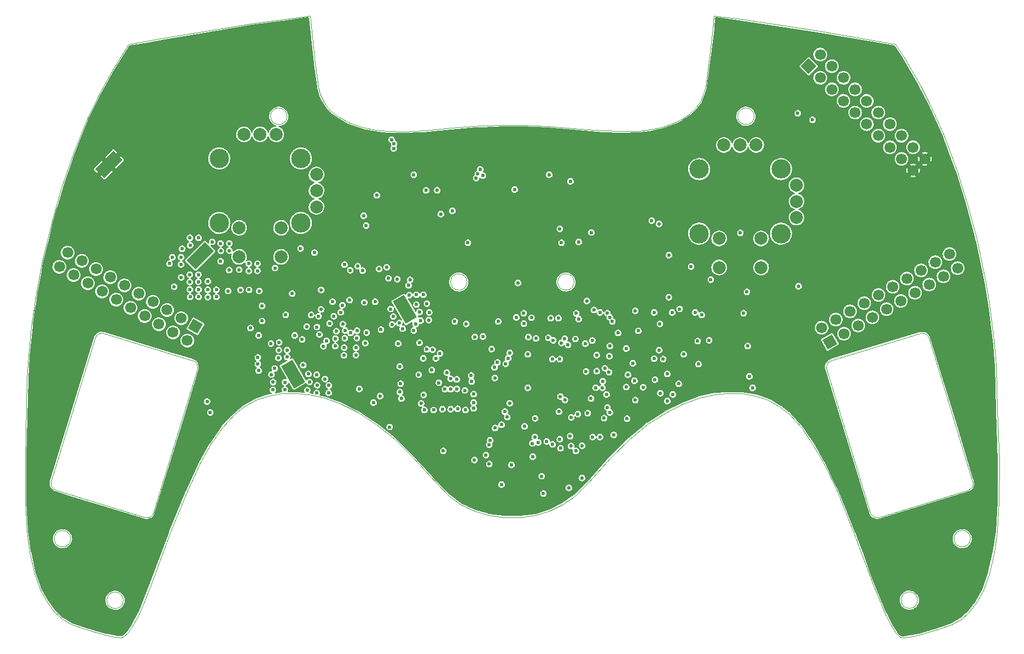
<source format=gbr>
%TF.GenerationSoftware,KiCad,Pcbnew,(6.0.9)*%
%TF.CreationDate,2022-11-22T19:39:31+02:00*%
%TF.ProjectId,PCB,5043422e-6b69-4636-9164-5f7063625858,rev?*%
%TF.SameCoordinates,Original*%
%TF.FileFunction,Copper,L3,Inr*%
%TF.FilePolarity,Positive*%
%FSLAX46Y46*%
G04 Gerber Fmt 4.6, Leading zero omitted, Abs format (unit mm)*
G04 Created by KiCad (PCBNEW (6.0.9)) date 2022-11-22 19:39:31*
%MOMM*%
%LPD*%
G01*
G04 APERTURE LIST*
G04 Aperture macros list*
%AMHorizOval*
0 Thick line with rounded ends*
0 $1 width*
0 $2 $3 position (X,Y) of the first rounded end (center of the circle)*
0 $4 $5 position (X,Y) of the second rounded end (center of the circle)*
0 Add line between two ends*
20,1,$1,$2,$3,$4,$5,0*
0 Add two circle primitives to create the rounded ends*
1,1,$1,$2,$3*
1,1,$1,$4,$5*%
%AMRotRect*
0 Rectangle, with rotation*
0 The origin of the aperture is its center*
0 $1 length*
0 $2 width*
0 $3 Rotation angle, in degrees counterclockwise*
0 Add horizontal line*
21,1,$1,$2,0,0,$3*%
G04 Aperture macros list end*
%TA.AperFunction,Profile*%
%ADD10C,0.100000*%
%TD*%
%TA.AperFunction,ComponentPad*%
%ADD11RotRect,1.700000X1.700000X120.000000*%
%TD*%
%TA.AperFunction,ComponentPad*%
%ADD12HorizOval,1.700000X0.000000X0.000000X0.000000X0.000000X0*%
%TD*%
%TA.AperFunction,ComponentPad*%
%ADD13C,2.000000*%
%TD*%
%TA.AperFunction,ComponentPad*%
%ADD14C,3.000000*%
%TD*%
%TA.AperFunction,ComponentPad*%
%ADD15RotRect,1.700000X1.700000X45.000000*%
%TD*%
%TA.AperFunction,ComponentPad*%
%ADD16HorizOval,1.700000X0.000000X0.000000X0.000000X0.000000X0*%
%TD*%
%TA.AperFunction,ComponentPad*%
%ADD17RotRect,1.700000X1.700000X240.000000*%
%TD*%
%TA.AperFunction,ComponentPad*%
%ADD18HorizOval,1.700000X0.000000X0.000000X0.000000X0.000000X0*%
%TD*%
%TA.AperFunction,ComponentPad*%
%ADD19RotRect,2.000000X4.000000X135.000000*%
%TD*%
%TA.AperFunction,ComponentPad*%
%ADD20RotRect,2.000000X4.000000X30.000000*%
%TD*%
%TA.AperFunction,ViaPad*%
%ADD21C,0.600000*%
%TD*%
G04 APERTURE END LIST*
D10*
X175615600Y-38887400D02*
X187248800Y-40665400D01*
X199390000Y-42799000D01*
X200710800Y-44831000D01*
X203250800Y-49199800D01*
X204622400Y-51892200D01*
X206857600Y-56769000D01*
X208889600Y-62204600D01*
X210515200Y-67437000D01*
X211988400Y-73025000D01*
X213360000Y-79629000D01*
X213969600Y-83235800D01*
X214731600Y-89433400D01*
X214985600Y-92532200D01*
X215138000Y-99491800D01*
X215442800Y-107365800D01*
X215392000Y-113614200D01*
X215138000Y-118237000D01*
X214680800Y-121386600D01*
X213918800Y-124739400D01*
X213004400Y-127330200D01*
X211937600Y-129311400D01*
X210769200Y-130784600D01*
X209600800Y-131800600D01*
X208127600Y-132664200D01*
X206197200Y-133375400D01*
X203047600Y-134289800D01*
X201523600Y-134594600D01*
X200558400Y-134747000D01*
X200304400Y-134696200D01*
X199948800Y-134543800D01*
X199491600Y-134035800D01*
X198780400Y-132969000D01*
X197815200Y-130987800D01*
X195986400Y-126669800D01*
X192989200Y-118541800D01*
X190398400Y-112141000D01*
X188264800Y-107670600D01*
X186639200Y-104825800D01*
X184810400Y-102133400D01*
X183083200Y-100203000D01*
X181559200Y-98983800D01*
X179679600Y-97866200D01*
X177800000Y-97256600D01*
X175666400Y-96901000D01*
X173126400Y-96901000D01*
X171450000Y-97002600D01*
X169113200Y-97510600D01*
X166522400Y-98475800D01*
X163880800Y-99796600D01*
X161036000Y-101625400D01*
X158242000Y-103962200D01*
X155346400Y-106756200D01*
X151790400Y-110769400D01*
X149758400Y-112750600D01*
X147878800Y-114071400D01*
X145897600Y-115087400D01*
X143713200Y-115747800D01*
X141325600Y-116052600D01*
X138734800Y-116052600D01*
X136398000Y-115747800D01*
X134213600Y-115087400D01*
X132181600Y-114122200D01*
X130302000Y-112750600D01*
X128320800Y-110769400D01*
X124714000Y-106807000D01*
X121818400Y-103911400D01*
X119024400Y-101676200D01*
X116230400Y-99847400D01*
X113538000Y-98475800D01*
X110998000Y-97561400D01*
X108610400Y-97053400D01*
X106934000Y-96901000D01*
X104394000Y-96901000D01*
X102311200Y-97256600D01*
X100431600Y-97866200D01*
X98552000Y-98933000D01*
X97028000Y-100203000D01*
X95250000Y-102133400D01*
X93421200Y-104775000D01*
X91795600Y-107619800D01*
X89712800Y-112141000D01*
X87122000Y-118491000D01*
X84124800Y-126568200D01*
X82346800Y-130987800D01*
X81280000Y-132969000D01*
X80568800Y-133985000D01*
X79959200Y-134543800D01*
X79552800Y-134696200D01*
X78536800Y-134594600D01*
X77063600Y-134289800D01*
X73863200Y-133375400D01*
X71882000Y-132664200D01*
X70459600Y-131800600D01*
X69291200Y-130784600D01*
X68122800Y-129260600D01*
X67056000Y-127330200D01*
X66141600Y-124790200D01*
X65379600Y-121437400D01*
X64922400Y-118237000D01*
X64668400Y-113563400D01*
X64668400Y-107365800D01*
X64973200Y-94665800D01*
X65176400Y-91059000D01*
X65633600Y-86537800D01*
X66344800Y-81457800D01*
X67310000Y-76377800D01*
X68884800Y-69824600D01*
X70307200Y-64998600D01*
X72186800Y-59461400D01*
X74269600Y-54330600D01*
X76098400Y-50520600D01*
X78079600Y-46964600D01*
X80670400Y-42799000D01*
X86360000Y-41783000D01*
X99822000Y-39547800D01*
X108762800Y-38328600D01*
X109575600Y-45745400D01*
X110083600Y-49453800D01*
X110337600Y-50469800D01*
X110794800Y-51485800D01*
X111455200Y-52501800D01*
X112369600Y-53416200D01*
X113334800Y-54076600D01*
X114858800Y-54940200D01*
X116941600Y-55651400D01*
X118973600Y-56057800D01*
X120751600Y-56261000D01*
X123342400Y-56311800D01*
X126390400Y-56159400D01*
X130606800Y-55753000D01*
X135280400Y-55397400D01*
X138836400Y-55295800D01*
X141681200Y-55295800D01*
X145491200Y-55448200D01*
X150418800Y-55854600D01*
X154076400Y-56159400D01*
X157073600Y-56261000D01*
X159715200Y-56210200D01*
X161340800Y-56007000D01*
X163271200Y-55600600D01*
X165303200Y-54838600D01*
X166370000Y-54330600D01*
X167538400Y-53517800D01*
X168605200Y-52501800D01*
X169214800Y-51587400D01*
X169621200Y-50571400D01*
X169976800Y-49453800D01*
X170332400Y-46710600D01*
X171145200Y-40360600D01*
X171297600Y-38328600D01*
X175615600Y-38887400D01*
X79886044Y-128933444D02*
G75*
G03*
X79886044Y-128933444I-1273044J0D01*
G01*
X177523644Y-53927244D02*
G75*
G03*
X177523644Y-53927244I-1273044J0D01*
G01*
X133073644Y-79606644D02*
G75*
G03*
X133073644Y-79606644I-1273044J0D01*
G01*
X202822044Y-128908044D02*
G75*
G03*
X202822044Y-128908044I-1273044J0D01*
G01*
X76758800Y-87553800D02*
X90627200Y-91770200D01*
X91033600Y-91973400D01*
X91236800Y-92227400D01*
X91287600Y-92481400D01*
X91338400Y-92684600D01*
X91338400Y-93040200D01*
X84480400Y-115392200D01*
X84429600Y-115544600D01*
X84277200Y-115798600D01*
X84023200Y-116001800D01*
X83667600Y-116103400D01*
X83261200Y-116103400D01*
X69392800Y-111836200D01*
X69138800Y-111683800D01*
X68986400Y-111531400D01*
X68783200Y-111277400D01*
X68681600Y-111023400D01*
X68681600Y-110566200D01*
X75539600Y-88214200D01*
X75590400Y-88011000D01*
X75742800Y-87858600D01*
X76047600Y-87655400D01*
X76403200Y-87503000D01*
X76758800Y-87553800D01*
X149659844Y-79606644D02*
G75*
G03*
X149659844Y-79606644I-1273044J0D01*
G01*
X203962000Y-87604600D02*
X204114400Y-87655400D01*
X204266800Y-87858600D01*
X204368400Y-88011000D01*
X204520800Y-88214200D01*
X211277200Y-110363000D01*
X211328000Y-110566200D01*
X211378800Y-110871000D01*
X211328000Y-111175800D01*
X211226400Y-111429800D01*
X211023200Y-111633000D01*
X210667600Y-111836200D01*
X196850000Y-116052600D01*
X196697600Y-116103400D01*
X196392800Y-116103400D01*
X195884800Y-115900200D01*
X195681600Y-115646200D01*
X195529200Y-115392200D01*
X188722000Y-93091000D01*
X188671200Y-92735400D01*
X188772800Y-92329000D01*
X188874400Y-92176600D01*
X189179200Y-91871800D01*
X189382400Y-91770200D01*
X203250800Y-87553800D01*
X203708000Y-87553800D01*
X203962000Y-87604600D01*
X211000844Y-119383044D02*
G75*
G03*
X211000844Y-119383044I-1273044J0D01*
G01*
X105209844Y-53927244D02*
G75*
G03*
X105209844Y-53927244I-1273044J0D01*
G01*
X71732644Y-119383044D02*
G75*
G03*
X71732644Y-119383044I-1273044J0D01*
G01*
D11*
%TO.N,/M_out2*%
%TO.C,J2*%
X189239773Y-88900000D03*
D12*
%TO.N,/M_out1*%
X187969773Y-86700295D03*
%TO.N,unconnected-(J2-Pad3)*%
X191439478Y-87630000D03*
%TO.N,unconnected-(J2-Pad4)*%
X190169478Y-85430295D03*
%TO.N,unconnected-(J2-Pad5)*%
X193639182Y-86360000D03*
%TO.N,unconnected-(J2-Pad6)*%
X192369182Y-84160295D03*
%TO.N,unconnected-(J2-Pad7)*%
X195838887Y-85090000D03*
%TO.N,unconnected-(J2-Pad8)*%
X194568887Y-82890295D03*
%TO.N,unconnected-(J2-Pad9)*%
X198038591Y-83820000D03*
%TO.N,unconnected-(J2-Pad10)*%
X196768591Y-81620295D03*
%TO.N,unconnected-(J2-Pad11)*%
X200238296Y-82550000D03*
%TO.N,unconnected-(J2-Pad12)*%
X198968296Y-80350295D03*
%TO.N,unconnected-(J2-Pad13)*%
X202438000Y-81280000D03*
%TO.N,unconnected-(J2-Pad14)*%
X201168000Y-79080295D03*
%TO.N,unconnected-(J2-Pad15)*%
X204637705Y-80010000D03*
%TO.N,unconnected-(J2-Pad16)*%
X203367705Y-77810295D03*
%TO.N,unconnected-(J2-Pad17)*%
X206837409Y-78740000D03*
%TO.N,unconnected-(J2-Pad18)*%
X205567409Y-76540295D03*
%TO.N,unconnected-(J2-Pad19)*%
X209037114Y-77470000D03*
%TO.N,unconnected-(J2-Pad20)*%
X207767114Y-75270295D03*
%TD*%
D13*
%TO.N,Net-(R27-Pad1)*%
%TO.C,U6*%
X103545000Y-56730000D03*
%TO.N,Net-(R29-Pad1)*%
X109775000Y-67960000D03*
%TO.N,JOY_Y_OUT1*%
X101045000Y-56730000D03*
%TO.N,JOY_X_OUT1*%
X109775000Y-65460000D03*
%TO.N,Net-(R28-Pad1)*%
X98545000Y-56730000D03*
%TO.N,Net-(R30-Pad1)*%
X109775000Y-62960000D03*
D14*
%TO.N,N/C*%
X94720000Y-60460000D03*
X107370000Y-60460000D03*
X107370000Y-70460000D03*
X94720000Y-70460000D03*
D13*
%TO.N,+3V3*%
X97795000Y-71210000D03*
X104295000Y-71210000D03*
%TO.N,Net-(R26-Pad1)*%
X97795000Y-75710000D03*
X104295000Y-75710000D03*
%TD*%
D15*
%TO.N,TCK*%
%TO.C,J1*%
X185964744Y-46162867D03*
D16*
%TO.N,unconnected-(J1-Pad2)*%
X187760795Y-44366816D03*
%TO.N,CLK_25MHZ*%
X187760795Y-47958918D03*
%TO.N,unconnected-(J1-Pad4)*%
X189556846Y-46162867D03*
%TO.N,DONE*%
X189556846Y-49754969D03*
%TO.N,unconnected-(J1-Pad6)*%
X191352898Y-47958918D03*
%TO.N,TMS*%
X191352898Y-51551021D03*
%TO.N,unconnected-(J1-Pad8)*%
X193148949Y-49754969D03*
%TO.N,PROG_B*%
X193148949Y-53347072D03*
%TO.N,unconnected-(J1-Pad10)*%
X194945000Y-51551021D03*
%TO.N,unconnected-(J1-Pad11)*%
X194945000Y-55143123D03*
%TO.N,unconnected-(J1-Pad12)*%
X196741051Y-53347072D03*
%TO.N,TDO*%
X196741051Y-56939174D03*
%TO.N,unconnected-(J1-Pad14)*%
X198537103Y-55143123D03*
%TO.N,TDI*%
X198537103Y-58735226D03*
%TO.N,unconnected-(J1-Pad16)*%
X200333154Y-56939174D03*
%TO.N,+3V3*%
X200333154Y-60531277D03*
X202129205Y-58735226D03*
%TO.N,Earth*%
X202129205Y-62327328D03*
X203925256Y-60531277D03*
%TD*%
D13*
%TO.N,Net-(R31-Pad1)*%
%TO.C,U7*%
X177845000Y-58380000D03*
%TO.N,Net-(R34-Pad1)*%
X184075000Y-69610000D03*
%TO.N,JOY_Y_OUT2*%
X175345000Y-58380000D03*
%TO.N,JOY_X_OUT2*%
X184075000Y-67110000D03*
%TO.N,Net-(R33-Pad1)*%
X172845000Y-58380000D03*
%TO.N,Net-(R35-Pad1)*%
X184075000Y-64610000D03*
D14*
%TO.N,N/C*%
X181670000Y-62110000D03*
X169020000Y-62110000D03*
X181670000Y-72110000D03*
X169020000Y-72110000D03*
D13*
%TO.N,+3V3*%
X172095000Y-72860000D03*
X178595000Y-72860000D03*
%TO.N,Net-(R32-Pad1)*%
X172095000Y-77360000D03*
X178595000Y-77360000D03*
%TD*%
D17*
%TO.N,/M_out4*%
%TO.C,J3*%
X91059000Y-86487000D03*
D18*
%TO.N,/M_out3*%
X89789000Y-88686705D03*
%TO.N,unconnected-(J3-Pad3)*%
X88859295Y-85217000D03*
%TO.N,unconnected-(J3-Pad4)*%
X87589295Y-87416705D03*
%TO.N,unconnected-(J3-Pad5)*%
X86659591Y-83947000D03*
%TO.N,unconnected-(J3-Pad6)*%
X85389591Y-86146705D03*
%TO.N,unconnected-(J3-Pad7)*%
X84459886Y-82677000D03*
%TO.N,unconnected-(J3-Pad8)*%
X83189886Y-84876705D03*
%TO.N,unconnected-(J3-Pad9)*%
X82260182Y-81407000D03*
%TO.N,unconnected-(J3-Pad10)*%
X80990182Y-83606705D03*
%TO.N,unconnected-(J3-Pad11)*%
X80060477Y-80137000D03*
%TO.N,unconnected-(J3-Pad12)*%
X78790477Y-82336705D03*
%TO.N,unconnected-(J3-Pad13)*%
X77860773Y-78867000D03*
%TO.N,unconnected-(J3-Pad14)*%
X76590773Y-81066705D03*
%TO.N,unconnected-(J3-Pad15)*%
X75661068Y-77597000D03*
%TO.N,unconnected-(J3-Pad16)*%
X74391068Y-79796705D03*
%TO.N,unconnected-(J3-Pad17)*%
X73461364Y-76327000D03*
%TO.N,unconnected-(J3-Pad18)*%
X72191364Y-78526705D03*
%TO.N,unconnected-(J3-Pad19)*%
X71261659Y-75057000D03*
%TO.N,unconnected-(J3-Pad20)*%
X69991659Y-77256705D03*
%TD*%
D19*
%TO.N,/RAW3*%
%TO.C,BT2*%
X91774812Y-75518812D03*
%TO.N,Earth*%
X77632676Y-61376676D03*
%TD*%
D20*
%TO.N,/RAW6*%
%TO.C,BT1*%
X106160841Y-93872000D03*
%TO.N,/RAW3*%
X123481349Y-83872000D03*
%TD*%
D21*
%TO.N,/RAW3*%
X92964000Y-79502000D03*
X88976200Y-74447400D03*
X88849200Y-78892400D03*
X87020400Y-76758800D03*
X124046521Y-80121500D03*
X125247400Y-81584800D03*
X117195600Y-82778600D03*
X125120400Y-86131400D03*
X122580400Y-85979000D03*
X106019600Y-81407000D03*
X121666000Y-84937600D03*
X125247400Y-83108800D03*
X98018600Y-80848200D03*
X99339400Y-80822800D03*
X96088200Y-81000600D03*
X100914200Y-81000600D03*
X99314000Y-77901800D03*
X100634800Y-77876400D03*
X99288600Y-76758800D03*
X100634800Y-76758800D03*
X97815400Y-77698600D03*
X96266000Y-77749400D03*
X94945200Y-76403200D03*
X103352600Y-77444600D03*
X94970600Y-74777600D03*
X96291400Y-74752200D03*
X94945200Y-73634600D03*
X96291400Y-73634600D03*
X90220800Y-73914000D03*
X93649800Y-73380600D03*
X90195400Y-72771000D03*
X91541600Y-72771000D03*
X87757000Y-80340200D03*
X88823800Y-76885800D03*
X87477600Y-75768200D03*
X88823800Y-75768200D03*
X92964000Y-81940400D03*
X94284800Y-81915000D03*
X92938600Y-80797400D03*
X94284800Y-80797400D03*
X90220800Y-81915000D03*
X91541600Y-81889600D03*
X90195400Y-80772000D03*
X91541600Y-80772000D03*
X91490800Y-79578200D03*
X90170000Y-79603600D03*
X91490800Y-78460600D03*
X90144600Y-78460600D03*
%TO.N,/RAW6*%
X117322600Y-89077800D03*
X104013000Y-88976200D03*
X111099600Y-94640400D03*
X113868200Y-86131400D03*
X113792000Y-83210400D03*
X113538000Y-84302600D03*
X114909600Y-82397600D03*
X123113800Y-86842600D03*
X121462800Y-86182200D03*
X121259600Y-83794600D03*
X127177800Y-85496400D03*
X125730000Y-84251800D03*
X125907800Y-85598000D03*
X127228600Y-84328000D03*
X126873000Y-82956400D03*
X124155200Y-81635600D03*
X126314200Y-81584800D03*
X124256800Y-79273400D03*
X120650000Y-77317600D03*
X120929400Y-79044800D03*
X122301000Y-79171800D03*
X118846600Y-82677000D03*
X116916200Y-77851000D03*
X110505421Y-80833619D03*
X119456200Y-77571600D03*
X117551200Y-87452200D03*
X114122200Y-76911200D03*
X115011200Y-77800200D03*
X116179600Y-77165200D03*
X112471200Y-84912200D03*
X110490000Y-83845400D03*
X110109000Y-84912200D03*
X112268000Y-82651600D03*
X112852200Y-87223600D03*
X109855000Y-86588600D03*
X110236000Y-87731600D03*
X111810800Y-86029800D03*
X112699800Y-89535000D03*
X111353600Y-88722200D03*
X110845600Y-89560400D03*
X112725200Y-88392000D03*
X116027200Y-88290400D03*
X114223800Y-87122000D03*
X114173000Y-88315800D03*
X116052600Y-87147400D03*
X115874800Y-90932000D03*
X114071400Y-89763600D03*
X114020600Y-90957400D03*
X115900200Y-89789000D03*
X105232200Y-91211400D03*
X103936800Y-90170000D03*
X103886000Y-91363800D03*
X105257600Y-90170000D03*
X108356400Y-96367600D03*
X102819200Y-93954600D03*
X103327200Y-93014800D03*
X108686600Y-95097600D03*
X109829600Y-93980000D03*
X107721400Y-92481400D03*
X108534200Y-93853000D03*
X108254800Y-86512400D03*
X111683800Y-96774000D03*
X109880400Y-95605600D03*
X109829600Y-96799400D03*
X111709200Y-95631000D03*
X104902000Y-95148400D03*
X103073200Y-95123000D03*
X104876600Y-96291400D03*
X103022400Y-96316800D03*
%TO.N,Net-(C22-Pad1)*%
X147701000Y-73533000D03*
X147447000Y-71374000D03*
%TO.N,Net-(C44-Pad1)*%
X159588200Y-87172800D03*
X162814000Y-90170000D03*
X151638000Y-82550000D03*
%TO.N,Net-(C48-Pad1)*%
X109474000Y-75057000D03*
%TO.N,Net-(C50-Pad1)*%
X144653000Y-109702600D03*
X167767000Y-77216000D03*
X168402000Y-84328000D03*
%TO.N,Net-(C52-Pad1)*%
X115062000Y-87503000D03*
%TO.N,Net-(C56-Pad1)*%
X162941000Y-86106000D03*
X122428000Y-89154000D03*
X164312600Y-81965800D03*
%TO.N,Net-(C58-Pad1)*%
X148844000Y-111506000D03*
%TO.N,Net-(C60-Pad1)*%
X119761000Y-86995000D03*
X119634000Y-97282000D03*
X150876000Y-109982000D03*
X118618000Y-98298000D03*
%TO.N,Net-(C62-Pad1)*%
X134239000Y-107188000D03*
%TO.N,Net-(C64-Pad1)*%
X105029000Y-84709000D03*
%TO.N,Net-(C66-Pad1)*%
X165989000Y-83794600D03*
X170815000Y-79248000D03*
X136514816Y-104825919D03*
%TO.N,/RAW6*%
X140462000Y-65278000D03*
%TO.N,/RR1*%
X133223000Y-73533000D03*
X130810000Y-68580000D03*
%TO.N,/RR2*%
X150368000Y-73406000D03*
%TO.N,ACCEL_INT2*%
X137795000Y-92075000D03*
%TO.N,ACCEL_INT1*%
X133731000Y-94107000D03*
%TO.N,ACCEL_CS*%
X137922000Y-85725000D03*
X149987000Y-84455000D03*
X135529550Y-88056950D03*
X129971800Y-93649800D03*
%TO.N,Earth*%
X74205800Y-69896200D03*
X171705800Y-62396200D03*
X71205800Y-66896200D03*
X84705800Y-47396200D03*
X72705800Y-125396200D03*
X198705800Y-128396200D03*
X96705800Y-63896200D03*
X171705800Y-50396200D03*
X212205800Y-96896200D03*
X98205800Y-42896200D03*
X144780000Y-73406000D03*
X174705800Y-89396200D03*
X77205800Y-74396200D03*
X86205800Y-54896200D03*
X104205800Y-59396200D03*
X78705800Y-72896200D03*
X98205800Y-44396200D03*
X212205800Y-108896200D03*
X87705800Y-110396200D03*
X96705800Y-62396200D03*
X81705800Y-68396200D03*
X212205800Y-113396200D03*
X81705800Y-54896200D03*
X143256000Y-98679000D03*
X102705800Y-62396200D03*
X204705800Y-66896200D03*
X81705800Y-62396200D03*
X177705800Y-41396200D03*
X158750000Y-70231000D03*
X177705800Y-68396200D03*
X123705800Y-62396200D03*
X173205800Y-51896200D03*
X146205800Y-75896200D03*
X210705800Y-75896200D03*
X86205800Y-51896200D03*
X197205800Y-78896200D03*
X173205800Y-47396200D03*
X167205800Y-63896200D03*
X66705800Y-123896200D03*
X201705800Y-51896200D03*
X87705800Y-50396200D03*
X210705800Y-126896200D03*
X206205800Y-126896200D03*
X206205800Y-74396200D03*
X101205800Y-95396200D03*
X75705800Y-116396200D03*
X204705800Y-132896200D03*
X66705800Y-113396200D03*
X212205800Y-95396200D03*
X163449000Y-59436000D03*
X212205800Y-93896200D03*
X189705800Y-65396200D03*
X107205800Y-41396200D03*
X212205800Y-126896200D03*
X105705800Y-51896200D03*
X86205800Y-59396200D03*
X213705800Y-98396200D03*
X168705800Y-65396200D03*
X66705800Y-108896200D03*
X104205800Y-44396200D03*
X87705800Y-107396200D03*
X105705800Y-50396200D03*
X204705800Y-114896200D03*
X200205800Y-84896200D03*
X198705800Y-116396200D03*
X207705800Y-122396200D03*
X104205800Y-39896200D03*
X108705800Y-50396200D03*
X183705800Y-98396200D03*
X74205800Y-62396200D03*
X86205800Y-42896200D03*
X186705800Y-96896200D03*
X83205800Y-69896200D03*
X96705800Y-51896200D03*
X126873000Y-76708000D03*
X195705800Y-42896200D03*
X83205800Y-47396200D03*
X153289000Y-100711000D03*
X203205800Y-86396200D03*
X135705800Y-57896200D03*
X98205800Y-89396200D03*
X74205800Y-65396200D03*
X66705800Y-95396200D03*
X189705800Y-90896200D03*
X207705800Y-66896200D03*
X212205800Y-78896200D03*
X194205800Y-47396200D03*
X112395000Y-72263000D03*
X92456000Y-100203000D03*
X77205800Y-126896200D03*
X191205800Y-78896200D03*
X201705800Y-71396200D03*
X86205800Y-74396200D03*
X72705800Y-129896200D03*
X189705800Y-74396200D03*
X179205800Y-47396200D03*
X171705800Y-48896200D03*
X93705800Y-42896200D03*
X210705800Y-77396200D03*
X105705800Y-57896200D03*
X78705800Y-50396200D03*
X111705800Y-54896200D03*
X210705800Y-128396200D03*
X96705800Y-42896200D03*
X204705800Y-122396200D03*
X151993481Y-84353338D03*
X182205800Y-81896200D03*
X78705800Y-53396200D03*
X152205800Y-62396200D03*
X99705800Y-95396200D03*
X212205800Y-111896200D03*
X72705800Y-68396200D03*
X74205800Y-120896200D03*
X153705800Y-59396200D03*
X83205800Y-117896200D03*
X68205800Y-101396200D03*
X209205800Y-83396200D03*
X74205800Y-114896200D03*
X89205800Y-68396200D03*
X207705800Y-95396200D03*
X198705800Y-69896200D03*
X74205800Y-68396200D03*
X84705800Y-44396200D03*
X188205800Y-105896200D03*
X77205800Y-65396200D03*
X207705800Y-117896200D03*
X201705800Y-126896200D03*
X213705800Y-117896200D03*
X198705800Y-81896200D03*
X80205800Y-62396200D03*
X105705800Y-65396200D03*
X190627000Y-81026000D03*
X209205800Y-128396200D03*
X206205800Y-125396200D03*
X191205800Y-45896200D03*
X192705800Y-113396200D03*
X212205800Y-125396200D03*
X80205800Y-50396200D03*
X146812000Y-87860100D03*
X153705800Y-57896200D03*
X87705800Y-113396200D03*
X71205800Y-89396200D03*
X66705800Y-92396200D03*
X189705800Y-42896200D03*
X203205800Y-75896200D03*
X84705800Y-45896200D03*
X164465000Y-90297000D03*
X74205800Y-128396200D03*
X188205800Y-101396200D03*
X90705800Y-51896200D03*
X165481000Y-87757000D03*
X194205800Y-78896200D03*
X71205800Y-125396200D03*
X99705800Y-69896200D03*
X212205800Y-104396200D03*
X75705800Y-125396200D03*
X192705800Y-44396200D03*
X212205800Y-101396200D03*
X145542000Y-57785000D03*
X185205800Y-48896200D03*
X207705800Y-114896200D03*
X80205800Y-54896200D03*
X75705800Y-53396200D03*
X212205800Y-116396200D03*
X92205800Y-50396200D03*
X92205800Y-62396200D03*
X206205800Y-86396200D03*
X206205800Y-123896200D03*
X155205800Y-62396200D03*
X182205800Y-48896200D03*
X182205800Y-93896200D03*
X99705800Y-96896200D03*
X207705800Y-65396200D03*
X134205800Y-113396200D03*
X192705800Y-77396200D03*
X198705800Y-122396200D03*
X74205800Y-125396200D03*
X83205800Y-74396200D03*
X83205800Y-44396200D03*
X84705800Y-68396200D03*
X176205800Y-48896200D03*
X183705800Y-87896200D03*
X182205800Y-45896200D03*
X188205800Y-102896200D03*
X213705800Y-120896200D03*
X201705800Y-53396200D03*
X144705800Y-59396200D03*
X80205800Y-77396200D03*
X188205800Y-45896200D03*
X137205800Y-57896200D03*
X145017610Y-110982616D03*
X189705800Y-102896200D03*
X195705800Y-48896200D03*
X98205800Y-68396200D03*
X81705800Y-57896200D03*
X155067000Y-94783500D03*
X78705800Y-66896200D03*
X78705800Y-51896200D03*
X207705800Y-116396200D03*
X81705800Y-86396200D03*
X138705800Y-108896200D03*
X69705800Y-87896200D03*
X135705800Y-113396200D03*
X189705800Y-104396200D03*
X207705800Y-84896200D03*
X179205800Y-69896200D03*
X210705800Y-84896200D03*
X177705800Y-78896200D03*
X105705800Y-44396200D03*
X180705800Y-42896200D03*
X114705800Y-68396200D03*
X68205800Y-123896200D03*
X89205800Y-110396200D03*
X84705800Y-60896200D03*
X122205800Y-93896200D03*
X117705800Y-66896200D03*
X68205800Y-117896200D03*
X69705800Y-123896200D03*
X209205800Y-71396200D03*
X201705800Y-125396200D03*
X150622000Y-103505000D03*
X92205800Y-69896200D03*
X173205800Y-75896200D03*
X155205800Y-57896200D03*
X113205800Y-68396200D03*
X174705800Y-47396200D03*
X93705800Y-41396200D03*
X203205800Y-68396200D03*
X104205800Y-48896200D03*
X77205800Y-56396200D03*
X95205800Y-65396200D03*
X186705800Y-83396200D03*
X194205800Y-42896200D03*
X80205800Y-59396200D03*
X74205800Y-116396200D03*
X81705800Y-69896200D03*
X87705800Y-53396200D03*
X68205800Y-78896200D03*
X74205800Y-89396200D03*
X204705800Y-120896200D03*
X86205800Y-53396200D03*
X96705800Y-47396200D03*
X86205800Y-117896200D03*
X68205800Y-83396200D03*
X198705800Y-74396200D03*
X96705800Y-57896200D03*
X209205800Y-116396200D03*
X194205800Y-80396200D03*
X204705800Y-56396200D03*
X68205800Y-104396200D03*
X210705800Y-125396200D03*
X80205800Y-65396200D03*
X71205800Y-123896200D03*
X167205800Y-65396200D03*
X209205800Y-69896200D03*
X75705800Y-59396200D03*
X186705800Y-102896200D03*
X141705800Y-56396200D03*
X195705800Y-80396200D03*
X198705800Y-65396200D03*
X78705800Y-75896200D03*
X96705800Y-44396200D03*
X90705800Y-53396200D03*
X89205800Y-60896200D03*
X98205800Y-63896200D03*
X69705800Y-113396200D03*
X81705800Y-59396200D03*
X68205800Y-98396200D03*
X198705800Y-53396200D03*
X72705800Y-66896200D03*
X206205800Y-63896200D03*
X207705800Y-123896200D03*
X179205800Y-50396200D03*
X182205800Y-44396200D03*
X98205800Y-65396200D03*
X200205800Y-86396200D03*
X111705800Y-63896200D03*
X183705800Y-51896200D03*
X71205800Y-69896200D03*
X69705800Y-101396200D03*
X186705800Y-59396200D03*
X206205800Y-131396200D03*
X83205800Y-60896200D03*
X143205800Y-113396200D03*
X71205800Y-68396200D03*
X96705800Y-66896200D03*
X203205800Y-66896200D03*
X213705800Y-102896200D03*
X107205800Y-63896200D03*
X77205800Y-125396200D03*
X179205800Y-96896200D03*
X75705800Y-123896200D03*
X201705800Y-77396200D03*
X107205800Y-39896200D03*
X143205800Y-56396200D03*
X68205800Y-102896200D03*
X120705800Y-92396200D03*
X83205800Y-59396200D03*
X89205800Y-107396200D03*
X102705800Y-41396200D03*
X165705800Y-68396200D03*
X198705800Y-120896200D03*
X206205800Y-71396200D03*
X183705800Y-72896200D03*
X148971000Y-108712000D03*
X75705800Y-114896200D03*
X81705800Y-74396200D03*
X203205800Y-63896200D03*
X198705800Y-75896200D03*
X110205800Y-60896200D03*
X69705800Y-116396200D03*
X209205800Y-126896200D03*
X197205800Y-74396200D03*
X96705800Y-98396200D03*
X173205800Y-50396200D03*
X209205800Y-96896200D03*
X120269000Y-63119000D03*
X125476000Y-79248000D03*
X213705800Y-107396200D03*
X123705800Y-87896200D03*
X173205800Y-45896200D03*
X141705800Y-114896200D03*
X210705800Y-74396200D03*
X188205800Y-66896200D03*
X135705800Y-84896200D03*
X207705800Y-83396200D03*
X87705800Y-48896200D03*
X186705800Y-98396200D03*
X135705800Y-83396200D03*
X77205800Y-123896200D03*
X116205800Y-57896200D03*
X132588000Y-93980000D03*
X191205800Y-89396200D03*
X207705800Y-72896200D03*
X66705800Y-89396200D03*
X132705800Y-113396200D03*
X77205800Y-120896200D03*
X143205800Y-57896200D03*
X86205800Y-47396200D03*
X207705800Y-63896200D03*
X206205800Y-66896200D03*
X101205800Y-53396200D03*
X84705800Y-62396200D03*
X81705800Y-51896200D03*
X159705800Y-63896200D03*
X170205800Y-51896200D03*
X185205800Y-71396200D03*
X201705800Y-83396200D03*
X180705800Y-50396200D03*
X125857000Y-96139000D03*
X102705800Y-44396200D03*
X168705800Y-96896200D03*
X90705800Y-56396200D03*
X69705800Y-128396200D03*
X96705800Y-41396200D03*
X107205800Y-45896200D03*
X71205800Y-95396200D03*
X102705800Y-60896200D03*
X72705800Y-93896200D03*
X108705800Y-45896200D03*
X92205800Y-42896200D03*
X87705800Y-114896200D03*
X195705800Y-44396200D03*
X93705800Y-62396200D03*
X86205800Y-60896200D03*
X140081000Y-75184000D03*
X176205800Y-51896200D03*
X203205800Y-117896200D03*
X69705800Y-102896200D03*
X78705800Y-74396200D03*
X92205800Y-65396200D03*
X101205800Y-48896200D03*
X177705800Y-65396200D03*
X80205800Y-57896200D03*
X75705800Y-54896200D03*
X168705800Y-53396200D03*
X93705800Y-84896200D03*
X89205800Y-45896200D03*
X213705800Y-92396200D03*
X81705800Y-72896200D03*
X66705800Y-96896200D03*
X105705800Y-62396200D03*
X192705800Y-108896200D03*
X105705800Y-66896200D03*
X74205800Y-119396200D03*
X201705800Y-50396200D03*
X71205800Y-87896200D03*
X94488000Y-92456000D03*
X203205800Y-51896200D03*
X89205800Y-57896200D03*
X209205800Y-81896200D03*
X66705800Y-116396200D03*
X203205800Y-72896200D03*
X83205800Y-63896200D03*
X80205800Y-122396200D03*
X213705800Y-95396200D03*
X210705800Y-113396200D03*
X84705800Y-65396200D03*
X209205800Y-75896200D03*
X95205800Y-42896200D03*
X107205800Y-66896200D03*
X182205800Y-51896200D03*
X200205800Y-125396200D03*
X210705800Y-95396200D03*
X210705800Y-102896200D03*
X188205800Y-99896200D03*
X87705800Y-54896200D03*
X191205800Y-53396200D03*
X182205800Y-42896200D03*
X71205800Y-114896200D03*
X105705800Y-74396200D03*
X210705800Y-114896200D03*
X192705800Y-89396200D03*
X114705800Y-56396200D03*
X171705800Y-45896200D03*
X209205800Y-78896200D03*
X170205800Y-65396200D03*
X117705800Y-92396200D03*
X212205800Y-114896200D03*
X86205800Y-66896200D03*
X84705800Y-75896200D03*
X192705800Y-63896200D03*
X96705800Y-48896200D03*
X107205800Y-65396200D03*
X72705800Y-72896200D03*
X198705800Y-51896200D03*
X68205800Y-77396200D03*
X152205800Y-66896200D03*
X176205800Y-69896200D03*
X191205800Y-111896200D03*
X75705800Y-74396200D03*
X89205800Y-69896200D03*
X78705800Y-117896200D03*
X159705800Y-60896200D03*
X86205800Y-114896200D03*
X168705800Y-68396200D03*
X128524000Y-102108000D03*
X209205800Y-86396200D03*
X66705800Y-84896200D03*
X198705800Y-45896200D03*
X200205800Y-116396200D03*
X78705800Y-123896200D03*
X84705800Y-51896200D03*
X174705800Y-39896200D03*
X170205800Y-69896200D03*
X180705800Y-68396200D03*
X170205800Y-77396200D03*
X209205800Y-92396200D03*
X191205800Y-77396200D03*
X129705800Y-104396200D03*
X144705800Y-75896200D03*
X207705800Y-80396200D03*
X191205800Y-44396200D03*
X71205800Y-80396200D03*
X188205800Y-65396200D03*
X212205800Y-80396200D03*
X134205800Y-110396200D03*
X192705800Y-75896200D03*
X80205800Y-132896200D03*
X188205800Y-93896200D03*
X213705800Y-113396200D03*
X140205800Y-114896200D03*
X189357000Y-81915000D03*
X80205800Y-126896200D03*
X188205800Y-81896200D03*
X120705800Y-95396200D03*
X68205800Y-89396200D03*
X71205800Y-113396200D03*
X87705800Y-51896200D03*
X171705800Y-51896200D03*
X197205800Y-69896200D03*
X185205800Y-92396200D03*
X95205800Y-63896200D03*
X206205800Y-81896200D03*
X77205800Y-132896200D03*
X78705800Y-116396200D03*
X95205800Y-99896200D03*
X179205800Y-48896200D03*
X203205800Y-125396200D03*
X198705800Y-87896200D03*
X206205800Y-120896200D03*
X89205800Y-56396200D03*
X69705800Y-122396200D03*
X161205800Y-62396200D03*
X77205800Y-119396200D03*
X95205800Y-50396200D03*
X171705800Y-47396200D03*
X184658000Y-78359000D03*
X182205800Y-65396200D03*
X176205800Y-47396200D03*
X84705800Y-66896200D03*
X195705800Y-87896200D03*
X69705800Y-114896200D03*
X87705800Y-72896200D03*
X197205800Y-87896200D03*
X183705800Y-84896200D03*
X86205800Y-48896200D03*
X128205800Y-104396200D03*
X204705800Y-65396200D03*
X156705800Y-62396200D03*
X207705800Y-120896200D03*
X191008000Y-64135000D03*
X129413000Y-82169000D03*
X213705800Y-108896200D03*
X213705800Y-104396200D03*
X206205800Y-62396200D03*
X203205800Y-56396200D03*
X102705800Y-68396200D03*
X210705800Y-90896200D03*
X168705800Y-69896200D03*
X68205800Y-80396200D03*
X77205800Y-83396200D03*
X74205800Y-117896200D03*
X92205800Y-51896200D03*
X86205800Y-50396200D03*
X203205800Y-54896200D03*
X162560000Y-87503000D03*
X164205800Y-65396200D03*
X197205800Y-117896200D03*
X189705800Y-66896200D03*
X192705800Y-51896200D03*
X213705800Y-116396200D03*
X107205800Y-68396200D03*
X201705800Y-63896200D03*
X78705800Y-69896200D03*
X186705800Y-92396200D03*
X77205800Y-69896200D03*
X177705800Y-47396200D03*
X78705800Y-120896200D03*
X173205800Y-48896200D03*
X83205800Y-66896200D03*
X96705800Y-54896200D03*
X83205800Y-56396200D03*
X96705800Y-53396200D03*
X186705800Y-87896200D03*
X90705800Y-63896200D03*
X69705800Y-81896200D03*
X80205800Y-72896200D03*
X96705800Y-65396200D03*
X89205800Y-42896200D03*
X200205800Y-47396200D03*
X182205800Y-68396200D03*
X83205800Y-86396200D03*
X104205800Y-62396200D03*
X206205800Y-90896200D03*
X195705800Y-45896200D03*
X80205800Y-45896200D03*
X71205800Y-71396200D03*
X186705800Y-99896200D03*
X207705800Y-69896200D03*
X183705800Y-41396200D03*
X80205800Y-56396200D03*
X210705800Y-81896200D03*
X200205800Y-50396200D03*
X195705800Y-122396200D03*
X135705800Y-110396200D03*
X89205800Y-71396200D03*
X69705800Y-80396200D03*
X77205800Y-77396200D03*
X92205800Y-54896200D03*
X200205800Y-71396200D03*
X198705800Y-50396200D03*
X177705800Y-66896200D03*
X101205800Y-51896200D03*
X183705800Y-89396200D03*
X83205800Y-125396200D03*
X92205800Y-66896200D03*
X182205800Y-59396200D03*
X71205800Y-72896200D03*
X138430000Y-113157000D03*
X195705800Y-47396200D03*
X197205800Y-50396200D03*
X74205800Y-74396200D03*
X90705800Y-42896200D03*
X66705800Y-114896200D03*
X77205800Y-131396200D03*
X107569000Y-77089000D03*
X104205800Y-60896200D03*
X84705800Y-54896200D03*
X71205800Y-81896200D03*
X81705800Y-122396200D03*
X75705800Y-68396200D03*
X80205800Y-66896200D03*
X194205800Y-116396200D03*
X192705800Y-111896200D03*
X206205800Y-119396200D03*
X159893000Y-96901000D03*
X185205800Y-62396200D03*
X186705800Y-41396200D03*
X207705800Y-128396200D03*
X89205800Y-47396200D03*
X97536000Y-95377000D03*
X86205800Y-113396200D03*
X207705800Y-92396200D03*
X80205800Y-120896200D03*
X101205800Y-45896200D03*
X203205800Y-84896200D03*
X129159000Y-80137000D03*
X210705800Y-92396200D03*
X183705800Y-71396200D03*
X197205800Y-45896200D03*
X68205800Y-95396200D03*
X189705800Y-83396200D03*
X99705800Y-44396200D03*
X71205800Y-90896200D03*
X204705800Y-125396200D03*
X72705800Y-81896200D03*
X105705800Y-42896200D03*
X201705800Y-69896200D03*
X210705800Y-98396200D03*
X182205800Y-80396200D03*
X69705800Y-93896200D03*
X156705800Y-59396200D03*
X197205800Y-68396200D03*
X89205800Y-54896200D03*
X142367000Y-97205900D03*
X74205800Y-59396200D03*
X159705800Y-62396200D03*
X72705800Y-116396200D03*
X198705800Y-48896200D03*
X207705800Y-125396200D03*
X108705800Y-44396200D03*
X200205800Y-45896200D03*
X95205800Y-44396200D03*
X72705800Y-122396200D03*
X183705800Y-62396200D03*
X204705800Y-84896200D03*
X71205800Y-122396200D03*
X212205800Y-123896200D03*
X204705800Y-62396200D03*
X72705800Y-71396200D03*
X198705800Y-123896200D03*
X74205800Y-87896200D03*
X204705800Y-71396200D03*
X213705800Y-87896200D03*
X212205800Y-120896200D03*
X158205800Y-59396200D03*
X74205800Y-63896200D03*
X116205800Y-56396200D03*
X102705800Y-69896200D03*
X201705800Y-86396200D03*
X77205800Y-66896200D03*
X213705800Y-96896200D03*
X191205800Y-107396200D03*
X206205800Y-80396200D03*
X69705800Y-78896200D03*
X201705800Y-131396200D03*
X185205800Y-59396200D03*
X198705800Y-47396200D03*
X89205800Y-83396200D03*
X186705800Y-62396200D03*
X188205800Y-104396200D03*
X113205800Y-56396200D03*
X99705800Y-59396200D03*
X78705800Y-132896200D03*
X209205800Y-84896200D03*
X84705800Y-120896200D03*
X95205800Y-47396200D03*
X186705800Y-90896200D03*
X213705800Y-89396200D03*
X92205800Y-44396200D03*
X72705800Y-90896200D03*
X80205800Y-47396200D03*
X207705800Y-68396200D03*
X139522200Y-94792800D03*
X81705800Y-77396200D03*
X84705800Y-57896200D03*
X180705800Y-44396200D03*
X68205800Y-107396200D03*
X212205800Y-119396200D03*
X204705800Y-74396200D03*
X111705800Y-56396200D03*
X185205800Y-41396200D03*
X204705800Y-123896200D03*
X89205800Y-108896200D03*
X158205800Y-57896200D03*
X201705800Y-84896200D03*
X75705800Y-69896200D03*
X203205800Y-71396200D03*
X173205800Y-41396200D03*
X201705800Y-75896200D03*
X185205800Y-57896200D03*
X206205800Y-59396200D03*
X170205800Y-59396200D03*
X77205800Y-86396200D03*
X101205800Y-44396200D03*
X84705800Y-71396200D03*
X86205800Y-71396200D03*
X107205800Y-44396200D03*
X213705800Y-114896200D03*
X120705800Y-93896200D03*
X131826000Y-108585000D03*
X105705800Y-41396200D03*
X191205800Y-42896200D03*
X93705800Y-50396200D03*
X94361000Y-91567000D03*
X101205800Y-42896200D03*
X74205800Y-123896200D03*
X206205800Y-83396200D03*
X206205800Y-84896200D03*
X183705800Y-57896200D03*
X77205800Y-57896200D03*
X189705800Y-105896200D03*
X105705800Y-48896200D03*
X87705800Y-45896200D03*
X180705800Y-96896200D03*
X168705800Y-54896200D03*
X68205800Y-126896200D03*
X69705800Y-104396200D03*
X102705800Y-50396200D03*
X122205800Y-62396200D03*
X97536000Y-96266000D03*
X104205800Y-45896200D03*
X78705800Y-65396200D03*
X206205800Y-114896200D03*
X210705800Y-96896200D03*
X174705800Y-45896200D03*
X113205800Y-54896200D03*
X197205800Y-120896200D03*
X201705800Y-54896200D03*
X167205800Y-54896200D03*
X93705800Y-53396200D03*
X200205800Y-51896200D03*
X176205800Y-41396200D03*
X128205800Y-105896200D03*
X72705800Y-86396200D03*
X194205800Y-62396200D03*
X185205800Y-93896200D03*
X213705800Y-99896200D03*
X68205800Y-108896200D03*
X200205800Y-53396200D03*
X72705800Y-80396200D03*
X92205800Y-68396200D03*
X188205800Y-42896200D03*
X135636000Y-73406000D03*
X96705800Y-45896200D03*
X80205800Y-123896200D03*
X210705800Y-86396200D03*
X99705800Y-42896200D03*
X93705800Y-102896200D03*
X176205800Y-50396200D03*
X167205800Y-69896200D03*
X176205800Y-65396200D03*
X87705800Y-62396200D03*
X122205800Y-87896200D03*
X180705800Y-65396200D03*
X203205800Y-83396200D03*
X207705800Y-126896200D03*
X74205800Y-60896200D03*
X177705800Y-50396200D03*
X98205800Y-41396200D03*
X171705800Y-65396200D03*
X138705800Y-57896200D03*
X198705800Y-126896200D03*
X99705800Y-54896200D03*
X206205800Y-117896200D03*
X212205800Y-117896200D03*
X204705800Y-83396200D03*
X189705800Y-108896200D03*
X210705800Y-123896200D03*
X213705800Y-90896200D03*
X68205800Y-86396200D03*
X146177000Y-108077000D03*
X75705800Y-75896200D03*
X194205800Y-45896200D03*
X87705800Y-65396200D03*
X77205800Y-53396200D03*
X210705800Y-104396200D03*
X179205800Y-65396200D03*
X77205800Y-72896200D03*
X204705800Y-126896200D03*
X191205800Y-62396200D03*
X197205800Y-48896200D03*
X176205800Y-60896200D03*
X113205800Y-96896200D03*
X107205800Y-42896200D03*
X71205800Y-131396200D03*
X81705800Y-60896200D03*
X69705800Y-126896200D03*
X197205800Y-44396200D03*
X177705800Y-48896200D03*
X102705800Y-63896200D03*
X78705800Y-68396200D03*
X84705800Y-72896200D03*
X77205800Y-75896200D03*
X72705800Y-89396200D03*
X210705800Y-71396200D03*
X84705800Y-56396200D03*
X83205800Y-119396200D03*
X66705800Y-102896200D03*
X165705800Y-63896200D03*
X66705800Y-107396200D03*
X174705800Y-48896200D03*
X179205800Y-54896200D03*
X75705800Y-119396200D03*
X152205800Y-63896200D03*
X207705800Y-90896200D03*
X90705800Y-66896200D03*
X90705800Y-62396200D03*
X104205800Y-63896200D03*
X134244312Y-93560867D03*
X99705800Y-48896200D03*
X105705800Y-63896200D03*
X198705800Y-117896200D03*
X117705800Y-90896200D03*
X75705800Y-132896200D03*
X78705800Y-125396200D03*
X194205800Y-117896200D03*
X66705800Y-122396200D03*
X192705800Y-71396200D03*
X191205800Y-110396200D03*
X186705800Y-93896200D03*
X74205800Y-66896200D03*
X204705800Y-81896200D03*
X171705800Y-69896200D03*
X198705800Y-66896200D03*
X87705800Y-71396200D03*
X207705800Y-81896200D03*
X69705800Y-75896200D03*
X206205800Y-69896200D03*
X197205800Y-126896200D03*
X113205800Y-66896200D03*
X71205800Y-93896200D03*
X179205800Y-62396200D03*
X99705800Y-41396200D03*
X206205800Y-72896200D03*
X171705800Y-42896200D03*
X90705800Y-68396200D03*
X95205800Y-51896200D03*
X66705800Y-117896200D03*
X146205800Y-80396200D03*
X204705800Y-69896200D03*
X177705800Y-63896200D03*
X90705800Y-59396200D03*
X194205800Y-74396200D03*
X69705800Y-72896200D03*
X104205800Y-65396200D03*
X200205800Y-69896200D03*
X182205800Y-69896200D03*
X89205800Y-48896200D03*
X96705800Y-56396200D03*
X83205800Y-122396200D03*
X198705800Y-68396200D03*
X174705800Y-51896200D03*
X71205800Y-98396200D03*
X176205800Y-45896200D03*
X84705800Y-74396200D03*
X210705800Y-122396200D03*
X90705800Y-50396200D03*
X69705800Y-99896200D03*
X147705800Y-65396200D03*
X66705800Y-86396200D03*
X87705800Y-44396200D03*
X80205800Y-117896200D03*
X69705800Y-129896200D03*
X204705800Y-68396200D03*
X198705800Y-44396200D03*
X171705800Y-68396200D03*
X204705800Y-63896200D03*
X159705800Y-89396200D03*
X96705800Y-68396200D03*
X191205800Y-65396200D03*
X170205800Y-68396200D03*
X180705800Y-47396200D03*
X80205800Y-116396200D03*
X191205800Y-108896200D03*
X75705800Y-57896200D03*
X75705800Y-65396200D03*
X80205800Y-74396200D03*
X132705800Y-56396200D03*
X74205800Y-57896200D03*
X81705800Y-129896200D03*
X179205800Y-53396200D03*
X102705800Y-45896200D03*
X83205800Y-65396200D03*
X86205800Y-56396200D03*
X137205800Y-78896200D03*
X86205800Y-65396200D03*
X204705800Y-131396200D03*
X81705800Y-75896200D03*
X207705800Y-131396200D03*
X102705800Y-42896200D03*
X182205800Y-41396200D03*
X153705800Y-63896200D03*
X81705800Y-117896200D03*
X192705800Y-47396200D03*
X86205800Y-57896200D03*
X77205800Y-71396200D03*
X183705800Y-60896200D03*
X90705800Y-101396200D03*
X203205800Y-65396200D03*
X186705800Y-81896200D03*
X201705800Y-132896200D03*
X87705800Y-57896200D03*
X150705800Y-62396200D03*
X92205800Y-63896200D03*
X101205800Y-50396200D03*
X72705800Y-63896200D03*
X68205800Y-116396200D03*
X204705800Y-129896200D03*
X200205800Y-54896200D03*
X204705800Y-86396200D03*
X111705800Y-60896200D03*
X194205800Y-114896200D03*
X74205800Y-71396200D03*
X194205800Y-119396200D03*
X207705800Y-89396200D03*
X204705800Y-117896200D03*
X90705800Y-48896200D03*
X78705800Y-54896200D03*
X89205800Y-66896200D03*
X75705800Y-66896200D03*
X140205800Y-56396200D03*
X101205800Y-47396200D03*
X210705800Y-72896200D03*
X81705800Y-47396200D03*
X90705800Y-105896200D03*
X203205800Y-131396200D03*
X212205800Y-92396200D03*
X200205800Y-63896200D03*
X83205800Y-75896200D03*
X114705800Y-66896200D03*
X75705800Y-129896200D03*
X200205800Y-65396200D03*
X84705800Y-80396200D03*
X108705800Y-48896200D03*
X102616000Y-84836000D03*
X74205800Y-83396200D03*
X78705800Y-56396200D03*
X71205800Y-65396200D03*
X200205800Y-126896200D03*
X213705800Y-122396200D03*
X197205800Y-66896200D03*
X155205800Y-59396200D03*
X71205800Y-96896200D03*
X81705800Y-66896200D03*
X69705800Y-95396200D03*
X68205800Y-105896200D03*
X197205800Y-51896200D03*
X81705800Y-78896200D03*
X210705800Y-83396200D03*
X157842000Y-78651800D03*
X110205800Y-69896200D03*
X99705800Y-68396200D03*
X140205800Y-57896200D03*
X83205800Y-126896200D03*
X84705800Y-48896200D03*
X83205800Y-45896200D03*
X72705800Y-131396200D03*
X194205800Y-57896200D03*
X104205800Y-41396200D03*
X66705800Y-119396200D03*
X150998483Y-100697889D03*
X68205800Y-99896200D03*
X212205800Y-86396200D03*
X155067000Y-96393000D03*
X206205800Y-128396200D03*
X206205800Y-122396200D03*
X84705800Y-53396200D03*
X87705800Y-68396200D03*
X89205800Y-65396200D03*
X107205800Y-51896200D03*
X90705800Y-44396200D03*
X81705800Y-123896200D03*
X195705800Y-120896200D03*
X203205800Y-132896200D03*
X203205800Y-123896200D03*
X143205800Y-114896200D03*
X84705800Y-119396200D03*
X171705800Y-60896200D03*
X80205800Y-81896200D03*
X96705800Y-50396200D03*
X200205800Y-77396200D03*
X156705800Y-66896200D03*
X75705800Y-120896200D03*
X192705800Y-114896200D03*
X203205800Y-74396200D03*
X81705800Y-116396200D03*
X102705800Y-66896200D03*
X201705800Y-56396200D03*
X212205800Y-107396200D03*
X209205800Y-125396200D03*
X197205800Y-122396200D03*
X107205800Y-53396200D03*
X87705800Y-108896200D03*
X71205800Y-128396200D03*
X114705800Y-59396200D03*
X72705800Y-60896200D03*
X206205800Y-116396200D03*
X204705800Y-72896200D03*
X203205800Y-126896200D03*
X204705800Y-128396200D03*
X209205800Y-68396200D03*
X204705800Y-119396200D03*
X191205800Y-104396200D03*
X186705800Y-66896200D03*
X90705800Y-71396200D03*
X78705800Y-71396200D03*
X148971003Y-85343980D03*
X207705800Y-62396200D03*
X197205800Y-125396200D03*
X206205800Y-87896200D03*
X92205800Y-56396200D03*
X210705800Y-93896200D03*
X105705800Y-54896200D03*
X93705800Y-63896200D03*
X90705800Y-57896200D03*
X192705800Y-56396200D03*
X138705800Y-56396200D03*
X90705800Y-54896200D03*
X195705800Y-74396200D03*
X90705800Y-107396200D03*
X213705800Y-93896200D03*
X99705800Y-60896200D03*
X99705800Y-63896200D03*
X102705800Y-65396200D03*
X84705800Y-59396200D03*
X74205800Y-126896200D03*
X207705800Y-86396200D03*
X71205800Y-116396200D03*
X209205800Y-113396200D03*
X192705800Y-42896200D03*
X72705800Y-126896200D03*
X207705800Y-87896200D03*
X105705800Y-39896200D03*
X146205800Y-68396200D03*
X78705800Y-48896200D03*
X72705800Y-69896200D03*
X80205800Y-53396200D03*
X137205800Y-110396200D03*
X180705800Y-80396200D03*
X194205800Y-69896200D03*
X203205800Y-69896200D03*
X68205800Y-96896200D03*
X66705800Y-99896200D03*
X206205800Y-129896200D03*
X176205800Y-39896200D03*
X92205800Y-60896200D03*
X72705800Y-65396200D03*
X186705800Y-60896200D03*
X74205800Y-72896200D03*
X89205800Y-44396200D03*
X80205800Y-125396200D03*
X158205800Y-65396200D03*
X150350128Y-90087628D03*
X92205800Y-48896200D03*
X188205800Y-95396200D03*
X186705800Y-42896200D03*
X212205800Y-83396200D03*
X68205800Y-93896200D03*
X93705800Y-86396200D03*
X183705800Y-42896200D03*
X102705800Y-72896200D03*
X170307000Y-82296000D03*
X198705800Y-125396200D03*
X207705800Y-93896200D03*
X80205800Y-119396200D03*
X173205800Y-62396200D03*
X69705800Y-69896200D03*
X101205800Y-41396200D03*
X209205800Y-98396200D03*
X114705800Y-57896200D03*
X93705800Y-56396200D03*
X92205800Y-57896200D03*
X102705800Y-47396200D03*
X80205800Y-71396200D03*
X98205800Y-59396200D03*
X194205800Y-87896200D03*
X180705800Y-48896200D03*
X75705800Y-63896200D03*
X167205800Y-68396200D03*
X158205800Y-60896200D03*
X189705800Y-62396200D03*
X177705800Y-75896200D03*
X203205800Y-116396200D03*
X72705800Y-119396200D03*
X108705800Y-54896200D03*
X66705800Y-120896200D03*
X75705800Y-131396200D03*
X158205800Y-63896200D03*
X68205800Y-122396200D03*
X81705800Y-44396200D03*
X89205800Y-62396200D03*
X200205800Y-131396200D03*
X75705800Y-56396200D03*
X96705800Y-59396200D03*
X99705800Y-45896200D03*
X86205800Y-62396200D03*
X188205800Y-62396200D03*
X164205800Y-56396200D03*
X72705800Y-74396200D03*
X195705800Y-78896200D03*
X86205800Y-45896200D03*
X81705800Y-45896200D03*
X71205800Y-83396200D03*
X182205800Y-90896200D03*
X134205800Y-84896200D03*
X180705800Y-51896200D03*
X183705800Y-45896200D03*
X107205800Y-54896200D03*
X81705800Y-53396200D03*
X212205800Y-84896200D03*
X66705800Y-93896200D03*
X192705800Y-80396200D03*
X213705800Y-105896200D03*
X198705800Y-86396200D03*
X81705800Y-63896200D03*
X102705800Y-48896200D03*
X68205800Y-114896200D03*
X98205800Y-48896200D03*
X201705800Y-116396200D03*
X83205800Y-50396200D03*
X72705800Y-114896200D03*
X176205800Y-66896200D03*
X77205800Y-117896200D03*
X75705800Y-117896200D03*
X92205800Y-71396200D03*
X210705800Y-99896200D03*
X213705800Y-101396200D03*
X192705800Y-81896200D03*
X95205800Y-53396200D03*
X71205800Y-92396200D03*
X81705800Y-128396200D03*
X99705800Y-65396200D03*
X195705800Y-117896200D03*
X71205800Y-126896200D03*
X86205800Y-87896200D03*
X158205800Y-87896200D03*
X89205800Y-51896200D03*
X69705800Y-74396200D03*
X72705800Y-128396200D03*
X209205800Y-72896200D03*
X68205800Y-119396200D03*
X83205800Y-48896200D03*
X99705800Y-47396200D03*
X207705800Y-119396200D03*
X116205800Y-62396200D03*
X84705800Y-50396200D03*
X78705800Y-63896200D03*
X93705800Y-66896200D03*
X132705800Y-75896200D03*
X99705800Y-66896200D03*
X207705800Y-71396200D03*
X95205800Y-56396200D03*
X186705800Y-65396200D03*
X132105530Y-68493663D03*
X83205800Y-120896200D03*
X207705800Y-129896200D03*
X151765000Y-77978000D03*
X75705800Y-86396200D03*
X173205800Y-44396200D03*
X87705800Y-59396200D03*
X72705800Y-117896200D03*
X83205800Y-68396200D03*
X182205800Y-78896200D03*
X83205800Y-72896200D03*
X201705800Y-119396200D03*
X93705800Y-68396200D03*
X84705800Y-117896200D03*
X177705800Y-45896200D03*
X201705800Y-74396200D03*
X194205800Y-89396200D03*
X78705800Y-47396200D03*
X105705800Y-45896200D03*
X110205800Y-53396200D03*
X68205800Y-90896200D03*
X200205800Y-119396200D03*
X184658000Y-75946000D03*
X126705800Y-104396200D03*
X185205800Y-90896200D03*
X180705800Y-75896200D03*
X96901000Y-82423000D03*
X206205800Y-60896200D03*
X93705800Y-48896200D03*
X173205800Y-39896200D03*
X68205800Y-120896200D03*
X212205800Y-105896200D03*
X157861000Y-72517000D03*
X101205800Y-54896200D03*
X189705800Y-99896200D03*
X158205800Y-62396200D03*
X66705800Y-90896200D03*
X182205800Y-47396200D03*
X77205800Y-51896200D03*
X98205800Y-45896200D03*
X180705800Y-45896200D03*
X204705800Y-54896200D03*
X98205800Y-60896200D03*
X131205800Y-104396200D03*
X149205800Y-66896200D03*
X135705800Y-75896200D03*
X68205800Y-125396200D03*
X68205800Y-111896200D03*
X122936000Y-80264000D03*
X66705800Y-101396200D03*
X86205800Y-63896200D03*
X102705800Y-59396200D03*
X213705800Y-110396200D03*
X69705800Y-89396200D03*
X110205800Y-54896200D03*
X212205800Y-98396200D03*
X177705800Y-71396200D03*
X173482000Y-81915000D03*
X74205800Y-56396200D03*
X171069000Y-53340000D03*
X179205800Y-63896200D03*
X87705800Y-60896200D03*
X80205800Y-131396200D03*
X68205800Y-113396200D03*
X104205800Y-66896200D03*
X203205800Y-114896200D03*
X188205800Y-83396200D03*
X191205800Y-59396200D03*
X138705800Y-114896200D03*
X174705800Y-50396200D03*
X198705800Y-119396200D03*
X200205800Y-123896200D03*
X83205800Y-123896200D03*
X87705800Y-111896200D03*
X72705800Y-92396200D03*
X81705800Y-56396200D03*
X198705800Y-78896200D03*
X200205800Y-75896200D03*
X209205800Y-99896200D03*
X87705800Y-69896200D03*
X95205800Y-45896200D03*
X77205800Y-68396200D03*
X80205800Y-63896200D03*
X66705800Y-105896200D03*
X194205800Y-84896200D03*
X93705800Y-57896200D03*
X209205800Y-74396200D03*
X90705800Y-69896200D03*
X209205800Y-114896200D03*
X182205800Y-92396200D03*
X93705800Y-44396200D03*
X78705800Y-119396200D03*
X116205800Y-59396200D03*
X87705800Y-56396200D03*
X80205800Y-69896200D03*
X75705800Y-83396200D03*
X104205800Y-68396200D03*
X192705800Y-45896200D03*
X156705800Y-57896200D03*
X137205800Y-114896200D03*
X185205800Y-60896200D03*
X210705800Y-80396200D03*
X105705800Y-68396200D03*
X93705800Y-51896200D03*
X107205800Y-48896200D03*
X185205800Y-42896200D03*
X87705800Y-63896200D03*
X179205800Y-41396200D03*
X78705800Y-126896200D03*
X69705800Y-96896200D03*
X146205800Y-113396200D03*
X180705800Y-41396200D03*
X83205800Y-54896200D03*
X107205800Y-50396200D03*
X102705800Y-39896200D03*
X75705800Y-128396200D03*
X110205800Y-51896200D03*
X108705800Y-53396200D03*
X89205800Y-53396200D03*
X195705800Y-72896200D03*
X104205800Y-51896200D03*
X107205800Y-75896200D03*
X206205800Y-57896200D03*
X134493000Y-57785000D03*
X95205800Y-48896200D03*
X129032000Y-79248000D03*
X102705800Y-51896200D03*
X69705800Y-83396200D03*
X201705800Y-48896200D03*
X171705800Y-63896200D03*
X75705800Y-126896200D03*
X201705800Y-117896200D03*
X135705800Y-78896200D03*
X84705800Y-42896200D03*
X92205800Y-53396200D03*
X113205800Y-57896200D03*
X66705800Y-111896200D03*
X107205800Y-47396200D03*
X89205800Y-63896200D03*
X174705800Y-41396200D03*
X209205800Y-95396200D03*
X144936733Y-87855604D03*
X74205800Y-86396200D03*
X104205800Y-42896200D03*
X66705800Y-98396200D03*
X93705800Y-87896200D03*
X203205800Y-53396200D03*
X200205800Y-132896200D03*
X97942400Y-86766400D03*
X84705800Y-122396200D03*
X176205800Y-68396200D03*
X182205800Y-50396200D03*
X98205800Y-47396200D03*
X75705800Y-71396200D03*
X212205800Y-122396200D03*
X66705800Y-87896200D03*
X201705800Y-123896200D03*
X74205800Y-81896200D03*
X155205800Y-63896200D03*
X110205800Y-59396200D03*
X68205800Y-92396200D03*
X201705800Y-72896200D03*
X206205800Y-68396200D03*
X89205800Y-105896200D03*
X189705800Y-107396200D03*
X69705800Y-125396200D03*
X188205800Y-68396200D03*
X212205800Y-90896200D03*
X72705800Y-83396200D03*
X84705800Y-69896200D03*
X74205800Y-131396200D03*
X89205800Y-59396200D03*
X117705800Y-93896200D03*
X68205800Y-75896200D03*
X98205800Y-66896200D03*
X104205800Y-47396200D03*
X200205800Y-66896200D03*
X108705800Y-51896200D03*
X186705800Y-68396200D03*
X81705800Y-125396200D03*
X81705800Y-50396200D03*
X200205800Y-72896200D03*
X170205800Y-54896200D03*
X209205800Y-122396200D03*
X192705800Y-78896200D03*
X210705800Y-116396200D03*
X93705800Y-54896200D03*
X188205800Y-84896200D03*
X86205800Y-116396200D03*
X77205800Y-116396200D03*
X162705800Y-60896200D03*
X83205800Y-62396200D03*
X182205800Y-87896200D03*
X186705800Y-101396200D03*
X209205800Y-80396200D03*
X192705800Y-110396200D03*
X68205800Y-81896200D03*
X188205800Y-60896200D03*
X94234000Y-90678000D03*
X66705800Y-104396200D03*
X154305000Y-88112600D03*
X203205800Y-119396200D03*
X195705800Y-119396200D03*
X98205800Y-62396200D03*
X210705800Y-78896200D03*
X92205800Y-84896200D03*
X152205800Y-59396200D03*
X161205800Y-60896200D03*
X72705800Y-87896200D03*
X157861000Y-89027000D03*
X80205800Y-51896200D03*
X209205800Y-123896200D03*
X174705800Y-44396200D03*
X95205800Y-66896200D03*
X106426000Y-84963000D03*
X77205800Y-50396200D03*
X165705800Y-65396200D03*
X83205800Y-51896200D03*
X99705800Y-89396200D03*
X210705800Y-105896200D03*
X105705800Y-47396200D03*
X200205800Y-117896200D03*
X186705800Y-50396200D03*
X189705800Y-44396200D03*
X204705800Y-116396200D03*
X209205800Y-66896200D03*
X93705800Y-65396200D03*
X164205800Y-57896200D03*
X188205800Y-90896200D03*
X86205800Y-72896200D03*
X212205800Y-110396200D03*
X104205800Y-50396200D03*
X137205800Y-113396200D03*
X68205800Y-84896200D03*
X212205800Y-99896200D03*
X156705800Y-63896200D03*
X173205800Y-42896200D03*
X201705800Y-68396200D03*
X92205800Y-59396200D03*
X173205800Y-60896200D03*
X198705800Y-77396200D03*
X78705800Y-80396200D03*
X80205800Y-75896200D03*
X170205800Y-57896200D03*
X206205800Y-65396200D03*
X86205800Y-68396200D03*
X191205800Y-105896200D03*
X81705800Y-65396200D03*
X83205800Y-57896200D03*
X83205800Y-53396200D03*
X91567000Y-100203000D03*
X83205800Y-78896200D03*
X74205800Y-129896200D03*
X204705800Y-57896200D03*
X183705800Y-59396200D03*
X90705800Y-65396200D03*
X77205800Y-54896200D03*
X197205800Y-123896200D03*
X89205800Y-50396200D03*
X200205800Y-48896200D03*
X87705800Y-66896200D03*
X83205800Y-71396200D03*
X197205800Y-47396200D03*
X179205800Y-45896200D03*
X212205800Y-102896200D03*
X78705800Y-131396200D03*
X95205800Y-57896200D03*
X212205800Y-81896200D03*
X209205800Y-90896200D03*
X137205800Y-56396200D03*
X78705800Y-57896200D03*
X165735000Y-71120000D03*
X90705800Y-60896200D03*
X188205800Y-75896200D03*
X141705800Y-57896200D03*
X150705800Y-59396200D03*
X173205800Y-63896200D03*
X125349000Y-80137000D03*
X209205800Y-93896200D03*
X198705800Y-129896200D03*
X108705800Y-57896200D03*
X153705800Y-62396200D03*
X185205800Y-99896200D03*
X112395000Y-81661000D03*
X197205800Y-86396200D03*
X72705800Y-120896200D03*
X80205800Y-48896200D03*
X78705800Y-122396200D03*
X200205800Y-74396200D03*
X195705800Y-59396200D03*
X210705800Y-101396200D03*
X87705800Y-47396200D03*
X177705800Y-51896200D03*
X168705800Y-59396200D03*
X83205800Y-77396200D03*
X122205800Y-90896200D03*
X69705800Y-98396200D03*
X81705800Y-126896200D03*
X213705800Y-119396200D03*
X188205800Y-96896200D03*
X69705800Y-92396200D03*
X86205800Y-44396200D03*
X166243000Y-80264000D03*
X179205800Y-66896200D03*
X186705800Y-95396200D03*
X188205800Y-98396200D03*
X185205800Y-101396200D03*
X72705800Y-62396200D03*
X192705800Y-62396200D03*
X86205800Y-69896200D03*
X201705800Y-65396200D03*
X72705800Y-123896200D03*
X93705800Y-89396200D03*
X81705800Y-119396200D03*
X95205800Y-54896200D03*
X189705800Y-101396200D03*
X182205800Y-98396200D03*
X87705800Y-42896200D03*
X201705800Y-66896200D03*
X68205800Y-87896200D03*
X84705800Y-63896200D03*
X86205800Y-81896200D03*
X213705800Y-111896200D03*
X209205800Y-129896200D03*
X66705800Y-110396200D03*
X69705800Y-71396200D03*
X200205800Y-68396200D03*
X183705800Y-44396200D03*
X81705800Y-48896200D03*
X171705800Y-44396200D03*
X180705800Y-69896200D03*
X147705800Y-56396200D03*
X71205800Y-129896200D03*
X78705800Y-77396200D03*
X108705800Y-47396200D03*
X197205800Y-119396200D03*
X81705800Y-120896200D03*
X174705800Y-42896200D03*
X206205800Y-89396200D03*
X150705800Y-66896200D03*
X120705800Y-90896200D03*
X71205800Y-99896200D03*
X107205800Y-57896200D03*
X80205800Y-68396200D03*
X194205800Y-44396200D03*
X99705800Y-62396200D03*
X95205800Y-68396200D03*
X152400000Y-107315000D03*
X95205800Y-41396200D03*
X81705800Y-71396200D03*
X75705800Y-72896200D03*
X182205800Y-89396200D03*
X143129000Y-109855000D03*
X179205800Y-51896200D03*
X185205800Y-44396200D03*
X84705800Y-116396200D03*
X185205800Y-98396200D03*
X139446000Y-103886000D03*
X69705800Y-90896200D03*
%TO.N,+3V3*%
X102743000Y-89154000D03*
X139065000Y-92287500D03*
X124841000Y-62992000D03*
X100711000Y-91313000D03*
X136017000Y-106426000D03*
X140970000Y-79756000D03*
X101371400Y-85648800D03*
X152273000Y-97663000D03*
X139701828Y-98389872D03*
X141986000Y-101981000D03*
X153670000Y-84328000D03*
X127635000Y-93243400D03*
X145796000Y-62992000D03*
X129032000Y-69088000D03*
X149936200Y-105791000D03*
X100711000Y-92329000D03*
X158750000Y-92202000D03*
X147243700Y-85217000D03*
X100838000Y-93345000D03*
X143205200Y-104622600D03*
X101371400Y-83312000D03*
X152527000Y-103632000D03*
X151511000Y-93472000D03*
X149098000Y-64008000D03*
X168783000Y-88773000D03*
X139954000Y-107950000D03*
X131191000Y-85725000D03*
X147548600Y-105359200D03*
%TO.N,+2V5*%
X152482305Y-88666814D03*
X161671000Y-70104000D03*
X152739500Y-83947000D03*
X149225000Y-100584000D03*
X154432000Y-92981500D03*
X142494000Y-96012000D03*
%TO.N,/M_out2*%
X184404000Y-80264000D03*
%TO.N,+6V*%
X135522770Y-63124944D03*
X121728559Y-58912046D03*
X135129253Y-62151789D03*
X121425445Y-57571963D03*
X134493000Y-63500000D03*
X134747000Y-62865000D03*
X121793000Y-58166000D03*
%TO.N,SDO*%
X128270000Y-91440000D03*
X147681932Y-89058223D03*
%TO.N,SDI*%
X141859000Y-84455000D03*
X128905000Y-90678000D03*
%TO.N,LED_L1*%
X150901400Y-104978200D03*
X176784000Y-94234000D03*
%TO.N,LED_L2*%
X154305000Y-100711000D03*
X165862000Y-95377000D03*
%TO.N,LED_L3*%
X176530000Y-89535000D03*
X155803600Y-103301800D03*
%TO.N,DPAD_OUT_01*%
X144094200Y-104470200D03*
X143256000Y-106680000D03*
%TO.N,DPAD_OUT_21*%
X99568000Y-86741000D03*
X145415000Y-104317800D03*
%TO.N,DPAD_OUT_41*%
X136525000Y-107823000D03*
X149174200Y-105029000D03*
%TO.N,JOY_BUTT_OUT1*%
X138938000Y-99695000D03*
X106426000Y-87884000D03*
%TO.N,JOY_BUTT_OUT2*%
X136652000Y-104140000D03*
X143560800Y-103606600D03*
%TO.N,DPAD_OUT_02*%
X146329400Y-104775000D03*
X166624000Y-90805000D03*
%TO.N,DPAD_OUT_12*%
X147444909Y-103972221D03*
X121107200Y-102082600D03*
X137414000Y-102235000D03*
X108973556Y-84701444D03*
%TO.N,LED_H1*%
X164084000Y-98044000D03*
X163004147Y-96839647D03*
%TO.N,LED_H2*%
X155194000Y-99822000D03*
X164084000Y-93853000D03*
%TO.N,LED_H3*%
X157861000Y-100773500D03*
X170561000Y-88646000D03*
%TO.N,MEM_D_7*%
X134112000Y-96986500D03*
X154101800Y-94970600D03*
%TO.N,MEM_D_6*%
X153009600Y-95986600D03*
X132764627Y-96409861D03*
%TO.N,MEM_D_5*%
X155067000Y-93599000D03*
X131521200Y-96164400D03*
%TO.N,MEM_D_4*%
X130530600Y-96215200D03*
X158996059Y-94913797D03*
%TO.N,MEM_D_3*%
X129667000Y-96215200D03*
X146050000Y-85217000D03*
%TO.N,MEM_D_2*%
X130535332Y-94584791D03*
X143764000Y-88339100D03*
%TO.N,MEM_D_1*%
X134264400Y-88112600D03*
X142595600Y-88138000D03*
X128727200Y-95224600D03*
%TO.N,MEM_D_0*%
X133807200Y-95021400D03*
X126365000Y-97113500D03*
X148209000Y-88392000D03*
%TO.N,Net-(R16-Pad1)*%
X117475000Y-70866000D03*
%TO.N,Net-(R17-Pad1)*%
X162814000Y-70612000D03*
X164947600Y-97028000D03*
X169418000Y-84709000D03*
X138430000Y-110998000D03*
%TO.N,Net-(R18-Pad1)*%
X117094000Y-69342000D03*
%TO.N,Net-(R19-Pad1)*%
X164338000Y-75438000D03*
%TO.N,DPAD_OUT_22*%
X147320000Y-99695000D03*
%TO.N,MEM_ADDR_15*%
X153167028Y-93426228D03*
X157734000Y-95885000D03*
X127762000Y-90103500D03*
%TO.N,MEM_ADDR_12*%
X124841000Y-87122000D03*
X154686000Y-97028000D03*
%TO.N,MEM_ADDR_7*%
X125730000Y-89027000D03*
X145669000Y-88265000D03*
%TO.N,MEM_ADDR_6*%
X126873000Y-90043000D03*
X149843128Y-88442122D03*
%TO.N,MEM_ADDR_5*%
X126302500Y-91440000D03*
X151384000Y-89157700D03*
X142494000Y-90805000D03*
%TO.N,MEM_ADDR_4*%
X146431000Y-88646000D03*
X122682000Y-92710000D03*
%TO.N,MEM_ADDR_3*%
X148717000Y-89343500D03*
X125603000Y-93980000D03*
%TO.N,MEM_ADDR_2*%
X122809000Y-95377000D03*
X155194000Y-85090000D03*
X134112000Y-98298000D03*
%TO.N,MEM_ADDR_1*%
X122682000Y-96647000D03*
X150368000Y-85344000D03*
%TO.N,MEM_ADDR_0*%
X122936000Y-97663000D03*
X154813000Y-84455000D03*
%TO.N,MEM_ADDR_11*%
X157734000Y-89916000D03*
X137388600Y-94488000D03*
%TO.N,MEM_ADDR_9*%
X137337800Y-92837000D03*
X155196932Y-89534135D03*
%TO.N,MEM_ADDR_8*%
X139446000Y-91440000D03*
X155117800Y-91109800D03*
%TO.N,MEM_ADDR_13*%
X146304000Y-91567000D03*
X157988000Y-93980000D03*
X139700000Y-90592500D03*
%TO.N,MEM_ADDR_14*%
X136880600Y-89992200D03*
X153162000Y-90932000D03*
%TO.N,MEM_WE*%
X154051000Y-96012000D03*
X132969000Y-86106000D03*
%TO.N,DPAD_OUT_32*%
X150241000Y-100076000D03*
X164846000Y-84328000D03*
%TO.N,TCK*%
X155575000Y-85725000D03*
%TO.N,DONE*%
X154813000Y-99060000D03*
X168910000Y-92329000D03*
%TO.N,TMS*%
X141884400Y-86055200D03*
X186563000Y-54483000D03*
%TO.N,PROG_B*%
X143052800Y-85140800D03*
%TO.N,TDO*%
X175895000Y-84455000D03*
X156464000Y-87503000D03*
%TO.N,TDI*%
X184277000Y-53467000D03*
X140716000Y-85090000D03*
%TO.N,Net-(R21-Pad1)*%
X100838000Y-87884000D03*
X159131000Y-84074000D03*
%TO.N,Net-(R23-Pad1)*%
X162052000Y-91490800D03*
X144907000Y-112395000D03*
%TO.N,Net-(R25-Pad1)*%
X162052000Y-84328000D03*
X129413000Y-105791000D03*
%TO.N,JOY_Y_OUT1*%
X139319000Y-100542500D03*
X107569000Y-88519000D03*
%TO.N,BUTT_OUT2*%
X138430000Y-101727000D03*
X119126000Y-66167000D03*
%TO.N,JOY_X_OUT1*%
X107315000Y-74422000D03*
X116417337Y-96180663D03*
X143637000Y-100740502D03*
%TO.N,JOY_Y_OUT2*%
X162179000Y-94742000D03*
X147533570Y-97356928D03*
X175387000Y-72009000D03*
X177292000Y-96012000D03*
X176403000Y-81153000D03*
X160324800Y-95910400D03*
%TO.N,JOY_X_OUT2*%
X163449000Y-91567000D03*
X148234400Y-97891600D03*
X159131000Y-97917000D03*
%TO.N,SCK*%
X149047200Y-103505000D03*
X131495800Y-94691200D03*
%TO.N,BUTT_OUT1*%
X147447000Y-91559944D03*
X151764100Y-99949000D03*
X153670000Y-103632000D03*
X152328944Y-71937944D03*
%TO.N,Net-(R8-Pad1)*%
X134112000Y-99187000D03*
%TO.N,Net-(R8-Pad2)*%
X132842000Y-99441000D03*
%TO.N,Net-(R8-Pad3)*%
X131624456Y-99269826D03*
%TO.N,Net-(R8-Pad4)*%
X130556000Y-99314000D03*
%TO.N,Net-(R8-Pad5)*%
X129286000Y-99314000D03*
%TO.N,Net-(R8-Pad6)*%
X127896464Y-99448464D03*
%TO.N,Net-(R8-Pad7)*%
X126492000Y-99441000D03*
%TO.N,Net-(R8-Pad8)*%
X125984000Y-98425000D03*
%TO.N,/M_out4*%
X93345000Y-99822000D03*
%TO.N,/M_out3*%
X92845338Y-98135500D03*
%TO.N,/P2*%
X128461500Y-65405000D03*
X126746000Y-65405000D03*
%TD*%
%TA.AperFunction,Conductor*%
%TO.N,Earth*%
G36*
X175586419Y-39085796D02*
G01*
X175588670Y-39086113D01*
X187215203Y-40863093D01*
X187217381Y-40863451D01*
X199227008Y-42973929D01*
X199281048Y-43002623D01*
X199292879Y-43017481D01*
X200454798Y-44805047D01*
X200538638Y-44934032D01*
X200541211Y-44938215D01*
X203002026Y-49170818D01*
X203073290Y-49293392D01*
X203075917Y-49298212D01*
X204440935Y-51977693D01*
X204442719Y-51981383D01*
X206670838Y-56842735D01*
X206673573Y-56849318D01*
X207894364Y-60114934D01*
X208660307Y-62163829D01*
X208698831Y-62266882D01*
X208700638Y-62272166D01*
X210321800Y-67490281D01*
X210322973Y-67494368D01*
X211671464Y-72609333D01*
X211792502Y-73068441D01*
X211793704Y-73073547D01*
X211809968Y-73151857D01*
X213162485Y-79663970D01*
X213162545Y-79664260D01*
X213163227Y-79667880D01*
X213770776Y-83262533D01*
X213770778Y-83262546D01*
X213771420Y-83266949D01*
X214529866Y-89435640D01*
X214531857Y-89451831D01*
X214532265Y-89455817D01*
X214726239Y-91822292D01*
X214785037Y-92539631D01*
X214785344Y-92545552D01*
X214785647Y-92559388D01*
X214937065Y-99474082D01*
X214937083Y-99474917D01*
X214937076Y-99475172D01*
X214936769Y-99476792D01*
X214937473Y-99494978D01*
X214937554Y-99497061D01*
X214937603Y-99498689D01*
X214938043Y-99518787D01*
X214938444Y-99520382D01*
X214938466Y-99520634D01*
X215242179Y-107366555D01*
X215242250Y-107371189D01*
X215220102Y-110095337D01*
X215191863Y-113568847D01*
X215191564Y-113605572D01*
X215191418Y-113610198D01*
X214938536Y-118212642D01*
X214937658Y-118221433D01*
X214484087Y-121346035D01*
X214482652Y-121353753D01*
X213727136Y-124678025D01*
X213723954Y-124689034D01*
X212823055Y-127241583D01*
X212816867Y-127255568D01*
X212427973Y-127977800D01*
X211773632Y-129193004D01*
X211764031Y-129207586D01*
X211360144Y-129716835D01*
X210810392Y-130410001D01*
X210629330Y-130638296D01*
X210616728Y-130651482D01*
X210304902Y-130922635D01*
X209490261Y-131631019D01*
X209475365Y-131641720D01*
X208049161Y-132477771D01*
X208033320Y-132485260D01*
X206137779Y-133183617D01*
X206131155Y-133185795D01*
X203003950Y-134093694D01*
X202995795Y-134095690D01*
X201490259Y-134396797D01*
X201486322Y-134397501D01*
X200580046Y-134540598D01*
X200545191Y-134539887D01*
X200374301Y-134505709D01*
X200354720Y-134499627D01*
X200088340Y-134385465D01*
X200053752Y-134360697D01*
X199878367Y-134165824D01*
X199655163Y-133917820D01*
X199646377Y-133906509D01*
X198958431Y-132874591D01*
X198951804Y-132863035D01*
X198519102Y-131974857D01*
X197998901Y-130907075D01*
X197996746Y-130902339D01*
X197994683Y-130897466D01*
X197136804Y-128871919D01*
X200070847Y-128871919D01*
X200071311Y-128879968D01*
X200084796Y-129113825D01*
X200138066Y-129350204D01*
X200139595Y-129353968D01*
X200139596Y-129353973D01*
X200205202Y-129515540D01*
X200229228Y-129574709D01*
X200231352Y-129578175D01*
X200231354Y-129578179D01*
X200353707Y-129777841D01*
X200355833Y-129781310D01*
X200358494Y-129784382D01*
X200358497Y-129784386D01*
X200511816Y-129961382D01*
X200511820Y-129961386D01*
X200514482Y-129964459D01*
X200517609Y-129967055D01*
X200517610Y-129967056D01*
X200553451Y-129996812D01*
X200700913Y-130119237D01*
X200910121Y-130241488D01*
X201136485Y-130327928D01*
X201373929Y-130376237D01*
X201377986Y-130376386D01*
X201377988Y-130376386D01*
X201447943Y-130378951D01*
X201616073Y-130385116D01*
X201620092Y-130384601D01*
X201620096Y-130384601D01*
X201790810Y-130362732D01*
X201856417Y-130354327D01*
X201860304Y-130353161D01*
X201860308Y-130353160D01*
X202084622Y-130285863D01*
X202084623Y-130285863D01*
X202088505Y-130284698D01*
X202250609Y-130205284D01*
X202302457Y-130179884D01*
X202302460Y-130179882D01*
X202306104Y-130178097D01*
X202454556Y-130072207D01*
X202500063Y-130039747D01*
X202500064Y-130039746D01*
X202503370Y-130037388D01*
X202675006Y-129866350D01*
X202816402Y-129669576D01*
X202818200Y-129665938D01*
X202818203Y-129665933D01*
X202921961Y-129455996D01*
X202921963Y-129455991D01*
X202923762Y-129452351D01*
X202972642Y-129291467D01*
X202993020Y-129224397D01*
X202993021Y-129224391D01*
X202994201Y-129220508D01*
X203025829Y-128980273D01*
X203026223Y-128964177D01*
X203026973Y-128933444D01*
X203027594Y-128908044D01*
X203027374Y-128905368D01*
X203008073Y-128670597D01*
X203008072Y-128670593D01*
X203007740Y-128666551D01*
X203006204Y-128660433D01*
X202949701Y-128435490D01*
X202948710Y-128431544D01*
X202863134Y-128234733D01*
X202853712Y-128213063D01*
X202853711Y-128213062D01*
X202852090Y-128209333D01*
X202753631Y-128057138D01*
X202722684Y-128009301D01*
X202722682Y-128009298D01*
X202720475Y-128005887D01*
X202557399Y-127826669D01*
X202554213Y-127824153D01*
X202554210Y-127824150D01*
X202370429Y-127679009D01*
X202370423Y-127679005D01*
X202367241Y-127676492D01*
X202155110Y-127559389D01*
X202151279Y-127558032D01*
X202151276Y-127558031D01*
X201930537Y-127479863D01*
X201930533Y-127479862D01*
X201926701Y-127478505D01*
X201688148Y-127436012D01*
X201684087Y-127435962D01*
X201684083Y-127435962D01*
X201573008Y-127434605D01*
X201445858Y-127433052D01*
X201206339Y-127469703D01*
X200976022Y-127544983D01*
X200972422Y-127546857D01*
X200764697Y-127654991D01*
X200764694Y-127654993D01*
X200761092Y-127656868D01*
X200757850Y-127659303D01*
X200757844Y-127659306D01*
X200697773Y-127704409D01*
X200567323Y-127802354D01*
X200564518Y-127805289D01*
X200564516Y-127805291D01*
X200532489Y-127838806D01*
X200399917Y-127977535D01*
X200397625Y-127980895D01*
X200265660Y-128174347D01*
X200265657Y-128174353D01*
X200263370Y-128177705D01*
X200161350Y-128397488D01*
X200096596Y-128630983D01*
X200070847Y-128871919D01*
X197136804Y-128871919D01*
X196173784Y-126598125D01*
X196172063Y-126593777D01*
X195531508Y-124856676D01*
X194278844Y-121459621D01*
X193499786Y-119346919D01*
X208249647Y-119346919D01*
X208250111Y-119354968D01*
X208263596Y-119588825D01*
X208316866Y-119825204D01*
X208318395Y-119828968D01*
X208318396Y-119828973D01*
X208384002Y-119990540D01*
X208408028Y-120049709D01*
X208410152Y-120053175D01*
X208410154Y-120053179D01*
X208532507Y-120252841D01*
X208534633Y-120256310D01*
X208537294Y-120259382D01*
X208537297Y-120259386D01*
X208690616Y-120436382D01*
X208690620Y-120436386D01*
X208693282Y-120439459D01*
X208879713Y-120594237D01*
X209088921Y-120716488D01*
X209315285Y-120802928D01*
X209552729Y-120851237D01*
X209556786Y-120851386D01*
X209556788Y-120851386D01*
X209626743Y-120853951D01*
X209794873Y-120860116D01*
X209798892Y-120859601D01*
X209798896Y-120859601D01*
X209969610Y-120837732D01*
X210035217Y-120829327D01*
X210039104Y-120828161D01*
X210039108Y-120828160D01*
X210263422Y-120760863D01*
X210263423Y-120760863D01*
X210267305Y-120759698D01*
X210366046Y-120711325D01*
X210481257Y-120654884D01*
X210481260Y-120654882D01*
X210484904Y-120653097D01*
X210682170Y-120512388D01*
X210853806Y-120341350D01*
X210995202Y-120144576D01*
X210997000Y-120140938D01*
X210997003Y-120140933D01*
X211100761Y-119930996D01*
X211100763Y-119930991D01*
X211102562Y-119927351D01*
X211135394Y-119819287D01*
X211171820Y-119699397D01*
X211171821Y-119699391D01*
X211173001Y-119695508D01*
X211204629Y-119455273D01*
X211205023Y-119439177D01*
X211206329Y-119385685D01*
X211206394Y-119383044D01*
X211186540Y-119141551D01*
X211178624Y-119110033D01*
X211128501Y-118910490D01*
X211127510Y-118906544D01*
X211030890Y-118684333D01*
X210932431Y-118532138D01*
X210901484Y-118484301D01*
X210901482Y-118484298D01*
X210899275Y-118480887D01*
X210890229Y-118470945D01*
X210738936Y-118304677D01*
X210736199Y-118301669D01*
X210733013Y-118299153D01*
X210733010Y-118299150D01*
X210549229Y-118154009D01*
X210549223Y-118154005D01*
X210546041Y-118151492D01*
X210333910Y-118034389D01*
X210330079Y-118033032D01*
X210330076Y-118033031D01*
X210109337Y-117954863D01*
X210109333Y-117954862D01*
X210105501Y-117953505D01*
X209866948Y-117911012D01*
X209862887Y-117910962D01*
X209862883Y-117910962D01*
X209751808Y-117909605D01*
X209624658Y-117908052D01*
X209385139Y-117944703D01*
X209154822Y-118019983D01*
X209151222Y-118021857D01*
X208943497Y-118129991D01*
X208943494Y-118129993D01*
X208939892Y-118131868D01*
X208936650Y-118134303D01*
X208936644Y-118134306D01*
X208803918Y-118233960D01*
X208746123Y-118277354D01*
X208743318Y-118280289D01*
X208743316Y-118280291D01*
X208711289Y-118313806D01*
X208578717Y-118452535D01*
X208576425Y-118455895D01*
X208444460Y-118649347D01*
X208444457Y-118649353D01*
X208442170Y-118652705D01*
X208340150Y-118872488D01*
X208275396Y-119105983D01*
X208249647Y-119346919D01*
X193499786Y-119346919D01*
X193184341Y-118491474D01*
X193184073Y-118490643D01*
X193183600Y-118487691D01*
X193179629Y-118477879D01*
X193176822Y-118470945D01*
X193175704Y-118468055D01*
X193171418Y-118456432D01*
X193169498Y-118451224D01*
X193167862Y-118448713D01*
X193167494Y-118447901D01*
X193164337Y-118440100D01*
X191606264Y-114590745D01*
X190591918Y-112084712D01*
X190590343Y-112080508D01*
X190589160Y-112075198D01*
X190583256Y-112062828D01*
X190580841Y-112057345D01*
X190577857Y-112049973D01*
X190577857Y-112049972D01*
X190575772Y-112044822D01*
X190572666Y-112040368D01*
X190570604Y-112036319D01*
X190566888Y-112028532D01*
X189863670Y-110555123D01*
X188455516Y-107604705D01*
X188453916Y-107601176D01*
X188451804Y-107596265D01*
X188450186Y-107590904D01*
X188444361Y-107580710D01*
X188440992Y-107574274D01*
X188436012Y-107563840D01*
X188432560Y-107559479D01*
X188429621Y-107554765D01*
X188429778Y-107554667D01*
X188427667Y-107551496D01*
X187625891Y-106148388D01*
X186824349Y-104745689D01*
X186822634Y-104742087D01*
X186822488Y-104742163D01*
X186819887Y-104737212D01*
X186817857Y-104731987D01*
X186811584Y-104722753D01*
X186807522Y-104716242D01*
X186804828Y-104711526D01*
X186804824Y-104711520D01*
X186802069Y-104706699D01*
X186798308Y-104702609D01*
X186795028Y-104698122D01*
X186795148Y-104698034D01*
X186792660Y-104694891D01*
X185531572Y-102838290D01*
X184984104Y-102032295D01*
X184979301Y-102024467D01*
X184975011Y-102016685D01*
X184971279Y-102012514D01*
X184969193Y-102009572D01*
X184966677Y-102006639D01*
X184963557Y-102002045D01*
X184956985Y-101995924D01*
X184950690Y-101989502D01*
X183238661Y-100076057D01*
X183234849Y-100071531D01*
X183229719Y-100065057D01*
X183229717Y-100065055D01*
X183226240Y-100060667D01*
X183222032Y-100057300D01*
X183221587Y-100056829D01*
X183221048Y-100056373D01*
X183217549Y-100052463D01*
X183206181Y-100044405D01*
X183201586Y-100040944D01*
X181694767Y-98835489D01*
X181688232Y-98829773D01*
X181685300Y-98826972D01*
X181685297Y-98826970D01*
X181681252Y-98823106D01*
X181676441Y-98820245D01*
X181673991Y-98818385D01*
X181671141Y-98816588D01*
X181666801Y-98813116D01*
X181660677Y-98810154D01*
X181658029Y-98808873D01*
X181650541Y-98804845D01*
X180146959Y-97910823D01*
X179783910Y-97694956D01*
X179783692Y-97694826D01*
X179767843Y-97685334D01*
X179763125Y-97682508D01*
X179762793Y-97682400D01*
X179762643Y-97682311D01*
X179757612Y-97680688D01*
X179757609Y-97680686D01*
X179737479Y-97674190D01*
X179737342Y-97674146D01*
X177872983Y-97069489D01*
X177865780Y-97066840D01*
X177860613Y-97064709D01*
X177860609Y-97064708D01*
X177855433Y-97062573D01*
X177849910Y-97061653D01*
X177847954Y-97061094D01*
X177845641Y-97060622D01*
X177840355Y-97058907D01*
X177829137Y-97057902D01*
X177821695Y-97056950D01*
X175708439Y-96704740D01*
X175702533Y-96703570D01*
X175694636Y-96701754D01*
X175694633Y-96701754D01*
X175689181Y-96700500D01*
X175683720Y-96700500D01*
X175683054Y-96700407D01*
X175682319Y-96700387D01*
X175677067Y-96699512D01*
X175671522Y-96699840D01*
X175671519Y-96699840D01*
X175663297Y-96700327D01*
X175657448Y-96700500D01*
X173146813Y-96700500D01*
X173142366Y-96700384D01*
X173137010Y-96699489D01*
X173125223Y-96700203D01*
X173123315Y-96700319D01*
X173117326Y-96700500D01*
X173103797Y-96700500D01*
X173098515Y-96701705D01*
X173094016Y-96702094D01*
X171631740Y-96790718D01*
X171448789Y-96801806D01*
X171441616Y-96801980D01*
X171435271Y-96801904D01*
X171429669Y-96801837D01*
X171424194Y-96803027D01*
X171422690Y-96803180D01*
X171420862Y-96803499D01*
X171415309Y-96803835D01*
X171409974Y-96805397D01*
X171409968Y-96805398D01*
X171403751Y-96807218D01*
X171396967Y-96808946D01*
X169823760Y-97150948D01*
X169082900Y-97312005D01*
X169074762Y-97313421D01*
X169070106Y-97314032D01*
X169070102Y-97314033D01*
X169064551Y-97314762D01*
X169059306Y-97316716D01*
X169056738Y-97317354D01*
X169053947Y-97318298D01*
X169048521Y-97319478D01*
X169039530Y-97323692D01*
X169039125Y-97323882D01*
X169031671Y-97327011D01*
X168696387Y-97451921D01*
X166469163Y-98281672D01*
X166459239Y-98284710D01*
X166458554Y-98284960D01*
X166453110Y-98286279D01*
X166448098Y-98288785D01*
X166447079Y-98289294D01*
X166437366Y-98293517D01*
X166436428Y-98293866D01*
X166436423Y-98293868D01*
X166431223Y-98295806D01*
X166426580Y-98298854D01*
X166426061Y-98299117D01*
X166416967Y-98304351D01*
X163807045Y-99609312D01*
X163797360Y-99613459D01*
X163796815Y-99613728D01*
X163791541Y-99615625D01*
X163786832Y-99618652D01*
X163785958Y-99619214D01*
X163776697Y-99624485D01*
X163775887Y-99624890D01*
X163775882Y-99624893D01*
X163770917Y-99627376D01*
X163766625Y-99630904D01*
X163766230Y-99631160D01*
X163757636Y-99637421D01*
X162563017Y-100405390D01*
X161091591Y-101351307D01*
X160940333Y-101448544D01*
X160931675Y-101453511D01*
X160929839Y-101454445D01*
X160924843Y-101456986D01*
X160920545Y-101460581D01*
X160918882Y-101461679D01*
X160914934Y-101464582D01*
X160913243Y-101465959D01*
X160908565Y-101468966D01*
X160904676Y-101472935D01*
X160904675Y-101472936D01*
X160903133Y-101474510D01*
X160895933Y-101481165D01*
X159960229Y-102263754D01*
X158166090Y-103764307D01*
X158130208Y-103794317D01*
X158126960Y-103796919D01*
X158123972Y-103799211D01*
X158119173Y-103802098D01*
X158115145Y-103805985D01*
X158115143Y-103805986D01*
X158110425Y-103810538D01*
X158105206Y-103815227D01*
X158096030Y-103822902D01*
X158092668Y-103827324D01*
X158089864Y-103830262D01*
X158086999Y-103833143D01*
X156339039Y-105519771D01*
X155223166Y-106596490D01*
X155220063Y-106599071D01*
X155220164Y-106599183D01*
X155216003Y-106602927D01*
X155211443Y-106606180D01*
X155204205Y-106614349D01*
X155204102Y-106614465D01*
X155198746Y-106620053D01*
X155190913Y-106627611D01*
X155187873Y-106632262D01*
X155184332Y-106636541D01*
X155184225Y-106636452D01*
X155181782Y-106639653D01*
X151647578Y-110628257D01*
X151642600Y-110633477D01*
X149635643Y-112590260D01*
X149623451Y-112600377D01*
X147780544Y-113895392D01*
X147768799Y-113902483D01*
X145830190Y-114896642D01*
X145813675Y-114903310D01*
X143926244Y-115473929D01*
X143679116Y-115548642D01*
X143663004Y-115552081D01*
X142147799Y-115745511D01*
X141319094Y-115851303D01*
X141306557Y-115852100D01*
X138754244Y-115852100D01*
X138741439Y-115851268D01*
X138210577Y-115782025D01*
X136448324Y-115552166D01*
X136432480Y-115548762D01*
X136380351Y-115533002D01*
X134293141Y-114901984D01*
X134279316Y-114896645D01*
X134279306Y-114896640D01*
X133033698Y-114304977D01*
X132292986Y-113953139D01*
X132277106Y-113943686D01*
X130438982Y-112602352D01*
X130427335Y-112592385D01*
X130223773Y-112388823D01*
X144401391Y-112388823D01*
X144402306Y-112395820D01*
X144402306Y-112395821D01*
X144403814Y-112407354D01*
X144419980Y-112530979D01*
X144422821Y-112537435D01*
X144422821Y-112537436D01*
X144430586Y-112555082D01*
X144477720Y-112662203D01*
X144490792Y-112677754D01*
X144565431Y-112766549D01*
X144565434Y-112766551D01*
X144569970Y-112771948D01*
X144575841Y-112775856D01*
X144575842Y-112775857D01*
X144588143Y-112784045D01*
X144689313Y-112851390D01*
X144789920Y-112882821D01*
X144819425Y-112892039D01*
X144819426Y-112892039D01*
X144826157Y-112894142D01*
X144897828Y-112895456D01*
X144962445Y-112896641D01*
X144962447Y-112896641D01*
X144969499Y-112896770D01*
X144976302Y-112894915D01*
X144976304Y-112894915D01*
X145051503Y-112874413D01*
X145107817Y-112859060D01*
X145229991Y-112784045D01*
X145237403Y-112775857D01*
X145321468Y-112682982D01*
X145326200Y-112677754D01*
X145388710Y-112548733D01*
X145392875Y-112523982D01*
X145411862Y-112411124D01*
X145411862Y-112411120D01*
X145412496Y-112407354D01*
X145412647Y-112395000D01*
X145392323Y-112253082D01*
X145332984Y-112122572D01*
X145258663Y-112036319D01*
X145244005Y-112019307D01*
X145244004Y-112019306D01*
X145239400Y-112013963D01*
X145119095Y-111935985D01*
X144981739Y-111894907D01*
X144898497Y-111894398D01*
X144845427Y-111894074D01*
X144845426Y-111894074D01*
X144838376Y-111894031D01*
X144831599Y-111895968D01*
X144831598Y-111895968D01*
X144707309Y-111931490D01*
X144707307Y-111931491D01*
X144700529Y-111933428D01*
X144579280Y-112009930D01*
X144574613Y-112015214D01*
X144574611Y-112015216D01*
X144489044Y-112112103D01*
X144489042Y-112112105D01*
X144484377Y-112117388D01*
X144423447Y-112247163D01*
X144401391Y-112388823D01*
X130223773Y-112388823D01*
X129334773Y-111499823D01*
X148338391Y-111499823D01*
X148339306Y-111506820D01*
X148339306Y-111506821D01*
X148347896Y-111572511D01*
X148356980Y-111641979D01*
X148359821Y-111648435D01*
X148359821Y-111648436D01*
X148404356Y-111749648D01*
X148414720Y-111773203D01*
X148442337Y-111806057D01*
X148502431Y-111877549D01*
X148502434Y-111877551D01*
X148506970Y-111882948D01*
X148512841Y-111886856D01*
X148512842Y-111886857D01*
X148527973Y-111896929D01*
X148626313Y-111962390D01*
X148726920Y-111993821D01*
X148756425Y-112003039D01*
X148756426Y-112003039D01*
X148763157Y-112005142D01*
X148834828Y-112006456D01*
X148899445Y-112007641D01*
X148899447Y-112007641D01*
X148906499Y-112007770D01*
X148913302Y-112005915D01*
X148913304Y-112005915D01*
X148988709Y-111985357D01*
X149044817Y-111970060D01*
X149166991Y-111895045D01*
X149174403Y-111886857D01*
X149258468Y-111793982D01*
X149263200Y-111788754D01*
X149325710Y-111659733D01*
X149326973Y-111652229D01*
X149348862Y-111522124D01*
X149348862Y-111522120D01*
X149349496Y-111518354D01*
X149349647Y-111506000D01*
X149329323Y-111364082D01*
X149288551Y-111274409D01*
X149272905Y-111239996D01*
X149272904Y-111239995D01*
X149269984Y-111233572D01*
X149193471Y-111144775D01*
X149181005Y-111130307D01*
X149181004Y-111130306D01*
X149176400Y-111124963D01*
X149056095Y-111046985D01*
X148918739Y-111005907D01*
X148835497Y-111005398D01*
X148782427Y-111005074D01*
X148782426Y-111005074D01*
X148775376Y-111005031D01*
X148768599Y-111006968D01*
X148768598Y-111006968D01*
X148644309Y-111042490D01*
X148644307Y-111042491D01*
X148637529Y-111044428D01*
X148626447Y-111051420D01*
X148546733Y-111101716D01*
X148516280Y-111120930D01*
X148511613Y-111126214D01*
X148511611Y-111126216D01*
X148426044Y-111223103D01*
X148426042Y-111223105D01*
X148421377Y-111228388D01*
X148360447Y-111358163D01*
X148359362Y-111365132D01*
X148359361Y-111365135D01*
X148353941Y-111399949D01*
X148338391Y-111499823D01*
X129334773Y-111499823D01*
X128826773Y-110991823D01*
X137924391Y-110991823D01*
X137925306Y-110998820D01*
X137925306Y-110998821D01*
X137930554Y-111038952D01*
X137942980Y-111133979D01*
X137945821Y-111140435D01*
X137945821Y-111140436D01*
X137994807Y-111251764D01*
X138000720Y-111265203D01*
X138013792Y-111280754D01*
X138088431Y-111369549D01*
X138088434Y-111369551D01*
X138092970Y-111374948D01*
X138098841Y-111378856D01*
X138098842Y-111378857D01*
X138107863Y-111384862D01*
X138212313Y-111454390D01*
X138312920Y-111485821D01*
X138342425Y-111495039D01*
X138342426Y-111495039D01*
X138349157Y-111497142D01*
X138420828Y-111498456D01*
X138485445Y-111499641D01*
X138485447Y-111499641D01*
X138492499Y-111499770D01*
X138499302Y-111497915D01*
X138499304Y-111497915D01*
X138613563Y-111466764D01*
X138630817Y-111462060D01*
X138752991Y-111387045D01*
X138760403Y-111378857D01*
X138844468Y-111285982D01*
X138849200Y-111280754D01*
X138911710Y-111151733D01*
X138913883Y-111138821D01*
X138934862Y-111014124D01*
X138934862Y-111014120D01*
X138935496Y-111010354D01*
X138935551Y-111005907D01*
X138935600Y-111001826D01*
X138935647Y-110998000D01*
X138915323Y-110856082D01*
X138855984Y-110725572D01*
X138795582Y-110655472D01*
X138767005Y-110622307D01*
X138767004Y-110622306D01*
X138762400Y-110616963D01*
X138642095Y-110538985D01*
X138504739Y-110497907D01*
X138421497Y-110497398D01*
X138368427Y-110497074D01*
X138368426Y-110497074D01*
X138361376Y-110497031D01*
X138354599Y-110498968D01*
X138354598Y-110498968D01*
X138230309Y-110534490D01*
X138230307Y-110534491D01*
X138223529Y-110536428D01*
X138102280Y-110612930D01*
X138097613Y-110618214D01*
X138097611Y-110618216D01*
X138012044Y-110715103D01*
X138012042Y-110715105D01*
X138007377Y-110720388D01*
X137946447Y-110850163D01*
X137945362Y-110857132D01*
X137945361Y-110857135D01*
X137937466Y-110907843D01*
X137924391Y-110991823D01*
X128826773Y-110991823D01*
X128467542Y-110632592D01*
X128464334Y-110629229D01*
X128044965Y-110168514D01*
X127615241Y-109696423D01*
X144147391Y-109696423D01*
X144148306Y-109703420D01*
X144148306Y-109703421D01*
X144149814Y-109714954D01*
X144165980Y-109838579D01*
X144168821Y-109845035D01*
X144168821Y-109845036D01*
X144176586Y-109862682D01*
X144223720Y-109969803D01*
X144269845Y-110024675D01*
X144311431Y-110074149D01*
X144311434Y-110074151D01*
X144315970Y-110079548D01*
X144321841Y-110083456D01*
X144321842Y-110083457D01*
X144334143Y-110091645D01*
X144435313Y-110158990D01*
X144535920Y-110190421D01*
X144565425Y-110199639D01*
X144565426Y-110199639D01*
X144572157Y-110201742D01*
X144643828Y-110203056D01*
X144708445Y-110204241D01*
X144708447Y-110204241D01*
X144715499Y-110204370D01*
X144722302Y-110202515D01*
X144722304Y-110202515D01*
X144797503Y-110182013D01*
X144853817Y-110166660D01*
X144975991Y-110091645D01*
X144983403Y-110083457D01*
X145067468Y-109990582D01*
X145072200Y-109985354D01*
X145076818Y-109975823D01*
X150370391Y-109975823D01*
X150371306Y-109982820D01*
X150371306Y-109982821D01*
X150372321Y-109990582D01*
X150388980Y-110117979D01*
X150391821Y-110124435D01*
X150391821Y-110124436D01*
X150425837Y-110201742D01*
X150446720Y-110249203D01*
X150459792Y-110264754D01*
X150534431Y-110353549D01*
X150534434Y-110353551D01*
X150538970Y-110358948D01*
X150544841Y-110362856D01*
X150544842Y-110362857D01*
X150557143Y-110371045D01*
X150658313Y-110438390D01*
X150755216Y-110468664D01*
X150788425Y-110479039D01*
X150788426Y-110479039D01*
X150795157Y-110481142D01*
X150866828Y-110482456D01*
X150931445Y-110483641D01*
X150931447Y-110483641D01*
X150938499Y-110483770D01*
X150945302Y-110481915D01*
X150945304Y-110481915D01*
X151020503Y-110461413D01*
X151076817Y-110446060D01*
X151198991Y-110371045D01*
X151206403Y-110362857D01*
X151290468Y-110269982D01*
X151295200Y-110264754D01*
X151357710Y-110135733D01*
X151361875Y-110110982D01*
X151380862Y-109998124D01*
X151380862Y-109998120D01*
X151381496Y-109994354D01*
X151381647Y-109982000D01*
X151361323Y-109840082D01*
X151301984Y-109709572D01*
X151208400Y-109600963D01*
X151088095Y-109522985D01*
X150950739Y-109481907D01*
X150867497Y-109481398D01*
X150814427Y-109481074D01*
X150814426Y-109481074D01*
X150807376Y-109481031D01*
X150800599Y-109482968D01*
X150800598Y-109482968D01*
X150676309Y-109518490D01*
X150676307Y-109518491D01*
X150669529Y-109520428D01*
X150548280Y-109596930D01*
X150543613Y-109602214D01*
X150543611Y-109602216D01*
X150458044Y-109699103D01*
X150458042Y-109699105D01*
X150453377Y-109704388D01*
X150392447Y-109834163D01*
X150391362Y-109841132D01*
X150391361Y-109841135D01*
X150376680Y-109935430D01*
X150370391Y-109975823D01*
X145076818Y-109975823D01*
X145134710Y-109856333D01*
X145138875Y-109831582D01*
X145157862Y-109718724D01*
X145157862Y-109718720D01*
X145158496Y-109714954D01*
X145158647Y-109702600D01*
X145138323Y-109560682D01*
X145078984Y-109430172D01*
X144985400Y-109321563D01*
X144865095Y-109243585D01*
X144727739Y-109202507D01*
X144644497Y-109201998D01*
X144591427Y-109201674D01*
X144591426Y-109201674D01*
X144584376Y-109201631D01*
X144577599Y-109203568D01*
X144577598Y-109203568D01*
X144453309Y-109239090D01*
X144453307Y-109239091D01*
X144446529Y-109241028D01*
X144325280Y-109317530D01*
X144320613Y-109322814D01*
X144320611Y-109322816D01*
X144235044Y-109419703D01*
X144235042Y-109419705D01*
X144230377Y-109424988D01*
X144169447Y-109554763D01*
X144168362Y-109561732D01*
X144168361Y-109561735D01*
X144161422Y-109606307D01*
X144147391Y-109696423D01*
X127615241Y-109696423D01*
X125904324Y-107816823D01*
X136019391Y-107816823D01*
X136020306Y-107823820D01*
X136020306Y-107823821D01*
X136021814Y-107835354D01*
X136037980Y-107958979D01*
X136040821Y-107965435D01*
X136040821Y-107965436D01*
X136090783Y-108078982D01*
X136095720Y-108090203D01*
X136108792Y-108105754D01*
X136183431Y-108194549D01*
X136183434Y-108194551D01*
X136187970Y-108199948D01*
X136193841Y-108203856D01*
X136193842Y-108203857D01*
X136222002Y-108222602D01*
X136307313Y-108279390D01*
X136407920Y-108310821D01*
X136437425Y-108320039D01*
X136437426Y-108320039D01*
X136444157Y-108322142D01*
X136515828Y-108323456D01*
X136580445Y-108324641D01*
X136580447Y-108324641D01*
X136587499Y-108324770D01*
X136594302Y-108322915D01*
X136594304Y-108322915D01*
X136669503Y-108302413D01*
X136725817Y-108287060D01*
X136847991Y-108212045D01*
X136855403Y-108203857D01*
X136939468Y-108110982D01*
X136944200Y-108105754D01*
X137006710Y-107976733D01*
X137009130Y-107962354D01*
X137012248Y-107943823D01*
X139448391Y-107943823D01*
X139449306Y-107950820D01*
X139449306Y-107950821D01*
X139450373Y-107958979D01*
X139466980Y-108085979D01*
X139469821Y-108092435D01*
X139469821Y-108092436D01*
X139520149Y-108206814D01*
X139524720Y-108217203D01*
X139537792Y-108232754D01*
X139612431Y-108321549D01*
X139612434Y-108321551D01*
X139616970Y-108326948D01*
X139622841Y-108330856D01*
X139622842Y-108330857D01*
X139635143Y-108339045D01*
X139736313Y-108406390D01*
X139836920Y-108437821D01*
X139866425Y-108447039D01*
X139866426Y-108447039D01*
X139873157Y-108449142D01*
X139944828Y-108450456D01*
X140009445Y-108451641D01*
X140009447Y-108451641D01*
X140016499Y-108451770D01*
X140023302Y-108449915D01*
X140023304Y-108449915D01*
X140098503Y-108429413D01*
X140154817Y-108414060D01*
X140276991Y-108339045D01*
X140284403Y-108330857D01*
X140368468Y-108237982D01*
X140373200Y-108232754D01*
X140435710Y-108103733D01*
X140437987Y-108090203D01*
X140458862Y-107966124D01*
X140458862Y-107966120D01*
X140459496Y-107962354D01*
X140459647Y-107950000D01*
X140439323Y-107808082D01*
X140385530Y-107689770D01*
X140382905Y-107683996D01*
X140382904Y-107683995D01*
X140379984Y-107677572D01*
X140286400Y-107568963D01*
X140166095Y-107490985D01*
X140028739Y-107449907D01*
X139945497Y-107449398D01*
X139892427Y-107449074D01*
X139892426Y-107449074D01*
X139885376Y-107449031D01*
X139878599Y-107450968D01*
X139878598Y-107450968D01*
X139754309Y-107486490D01*
X139754307Y-107486491D01*
X139747529Y-107488428D01*
X139626280Y-107564930D01*
X139621613Y-107570214D01*
X139621611Y-107570216D01*
X139536044Y-107667103D01*
X139536042Y-107667105D01*
X139531377Y-107672388D01*
X139470447Y-107802163D01*
X139469362Y-107809132D01*
X139469361Y-107809135D01*
X139467075Y-107823821D01*
X139448391Y-107943823D01*
X137012248Y-107943823D01*
X137029862Y-107839124D01*
X137029862Y-107839120D01*
X137030496Y-107835354D01*
X137030647Y-107823000D01*
X137010323Y-107681082D01*
X136964697Y-107580733D01*
X136953905Y-107556996D01*
X136953904Y-107556995D01*
X136950984Y-107550572D01*
X136876741Y-107464409D01*
X136862005Y-107447307D01*
X136862004Y-107447306D01*
X136857400Y-107441963D01*
X136737095Y-107363985D01*
X136599739Y-107322907D01*
X136516497Y-107322398D01*
X136463427Y-107322074D01*
X136463426Y-107322074D01*
X136456376Y-107322031D01*
X136449599Y-107323968D01*
X136449598Y-107323968D01*
X136325309Y-107359490D01*
X136325307Y-107359491D01*
X136318529Y-107361428D01*
X136197280Y-107437930D01*
X136192613Y-107443214D01*
X136192611Y-107443216D01*
X136107044Y-107540103D01*
X136107042Y-107540105D01*
X136102377Y-107545388D01*
X136041447Y-107675163D01*
X136040362Y-107682132D01*
X136040361Y-107682135D01*
X136035765Y-107711656D01*
X136019391Y-107816823D01*
X125904324Y-107816823D01*
X125326311Y-107181823D01*
X133733391Y-107181823D01*
X133734306Y-107188820D01*
X133734306Y-107188821D01*
X133735814Y-107200354D01*
X133751980Y-107323979D01*
X133754821Y-107330435D01*
X133754821Y-107330436D01*
X133806246Y-107447307D01*
X133809720Y-107455203D01*
X133852416Y-107505996D01*
X133897431Y-107559549D01*
X133897434Y-107559551D01*
X133901970Y-107564948D01*
X133907841Y-107568856D01*
X133907842Y-107568857D01*
X133920143Y-107577045D01*
X134021313Y-107644390D01*
X134094015Y-107667103D01*
X134151425Y-107685039D01*
X134151426Y-107685039D01*
X134158157Y-107687142D01*
X134229828Y-107688456D01*
X134294445Y-107689641D01*
X134294447Y-107689641D01*
X134301499Y-107689770D01*
X134308302Y-107687915D01*
X134308304Y-107687915D01*
X134384640Y-107667103D01*
X134439817Y-107652060D01*
X134561991Y-107577045D01*
X134569307Y-107568963D01*
X134653468Y-107475982D01*
X134658200Y-107470754D01*
X134720710Y-107341733D01*
X134723538Y-107324929D01*
X134743862Y-107204124D01*
X134743862Y-107204120D01*
X134744496Y-107200354D01*
X134744647Y-107188000D01*
X134724323Y-107046082D01*
X134683551Y-106956409D01*
X134667905Y-106921996D01*
X134667904Y-106921995D01*
X134664984Y-106915572D01*
X134588471Y-106826775D01*
X134576005Y-106812307D01*
X134576004Y-106812306D01*
X134571400Y-106806963D01*
X134451095Y-106728985D01*
X134313739Y-106687907D01*
X134230497Y-106687398D01*
X134177427Y-106687074D01*
X134177426Y-106687074D01*
X134170376Y-106687031D01*
X134163599Y-106688968D01*
X134163598Y-106688968D01*
X134039309Y-106724490D01*
X134039307Y-106724491D01*
X134032529Y-106726428D01*
X133911280Y-106802930D01*
X133906613Y-106808214D01*
X133906611Y-106808216D01*
X133821044Y-106905103D01*
X133821042Y-106905105D01*
X133816377Y-106910388D01*
X133755447Y-107040163D01*
X133754362Y-107047132D01*
X133754361Y-107047135D01*
X133750950Y-107069045D01*
X133733391Y-107181823D01*
X125326311Y-107181823D01*
X124875636Y-106686715D01*
X124874191Y-106685019D01*
X124871884Y-106681334D01*
X124860743Y-106670193D01*
X124857536Y-106666830D01*
X124850800Y-106659430D01*
X124850795Y-106659426D01*
X124847057Y-106655319D01*
X124843495Y-106652840D01*
X124841839Y-106651289D01*
X124610373Y-106419823D01*
X135511391Y-106419823D01*
X135512306Y-106426820D01*
X135512306Y-106426821D01*
X135513814Y-106438354D01*
X135529980Y-106561979D01*
X135532821Y-106568435D01*
X135532821Y-106568436D01*
X135582498Y-106681334D01*
X135587720Y-106693203D01*
X135616099Y-106726964D01*
X135675431Y-106797549D01*
X135675434Y-106797551D01*
X135679970Y-106802948D01*
X135685841Y-106806856D01*
X135685842Y-106806857D01*
X135698143Y-106815045D01*
X135799313Y-106882390D01*
X135872015Y-106905103D01*
X135929425Y-106923039D01*
X135929426Y-106923039D01*
X135936157Y-106925142D01*
X136007828Y-106926456D01*
X136072445Y-106927641D01*
X136072447Y-106927641D01*
X136079499Y-106927770D01*
X136086302Y-106925915D01*
X136086304Y-106925915D01*
X136162640Y-106905103D01*
X136217817Y-106890060D01*
X136339991Y-106815045D01*
X136347307Y-106806963D01*
X136431468Y-106713982D01*
X136436200Y-106708754D01*
X136453124Y-106673823D01*
X142750391Y-106673823D01*
X142751306Y-106680820D01*
X142751306Y-106680821D01*
X142752371Y-106688968D01*
X142768980Y-106815979D01*
X142771821Y-106822435D01*
X142771821Y-106822436D01*
X142818113Y-106927641D01*
X142826720Y-106947203D01*
X142839792Y-106962754D01*
X142914431Y-107051549D01*
X142914434Y-107051551D01*
X142918970Y-107056948D01*
X142924841Y-107060856D01*
X142924842Y-107060857D01*
X142937143Y-107069045D01*
X143038313Y-107136390D01*
X143138920Y-107167821D01*
X143168425Y-107177039D01*
X143168426Y-107177039D01*
X143175157Y-107179142D01*
X143246828Y-107180456D01*
X143311445Y-107181641D01*
X143311447Y-107181641D01*
X143318499Y-107181770D01*
X143325302Y-107179915D01*
X143325304Y-107179915D01*
X143400503Y-107159413D01*
X143456817Y-107144060D01*
X143578991Y-107069045D01*
X143586403Y-107060857D01*
X143670468Y-106967982D01*
X143675200Y-106962754D01*
X143737710Y-106833733D01*
X143741735Y-106809814D01*
X143760862Y-106696124D01*
X143760862Y-106696120D01*
X143761496Y-106692354D01*
X143761551Y-106687907D01*
X143761600Y-106683826D01*
X143761647Y-106680000D01*
X143741323Y-106538082D01*
X143695980Y-106438354D01*
X143684905Y-106413996D01*
X143684904Y-106413995D01*
X143681984Y-106407572D01*
X143588400Y-106298963D01*
X143468095Y-106220985D01*
X143330739Y-106179907D01*
X143247497Y-106179398D01*
X143194427Y-106179074D01*
X143194426Y-106179074D01*
X143187376Y-106179031D01*
X143180599Y-106180968D01*
X143180598Y-106180968D01*
X143056309Y-106216490D01*
X143056307Y-106216491D01*
X143049529Y-106218428D01*
X142928280Y-106294930D01*
X142923613Y-106300214D01*
X142923611Y-106300216D01*
X142838044Y-106397103D01*
X142838042Y-106397105D01*
X142833377Y-106402388D01*
X142830381Y-106408770D01*
X142830380Y-106408771D01*
X142827927Y-106413996D01*
X142772447Y-106532163D01*
X142771362Y-106539132D01*
X142771361Y-106539135D01*
X142759633Y-106614465D01*
X142750391Y-106673823D01*
X136453124Y-106673823D01*
X136498710Y-106579733D01*
X136502875Y-106554982D01*
X136521862Y-106442124D01*
X136521862Y-106442120D01*
X136522496Y-106438354D01*
X136522647Y-106426000D01*
X136502323Y-106284082D01*
X136455440Y-106180968D01*
X136445905Y-106159996D01*
X136445904Y-106159995D01*
X136442984Y-106153572D01*
X136368741Y-106067409D01*
X136354005Y-106050307D01*
X136354004Y-106050306D01*
X136349400Y-106044963D01*
X136229095Y-105966985D01*
X136091739Y-105925907D01*
X136008497Y-105925398D01*
X135955427Y-105925074D01*
X135955426Y-105925074D01*
X135948376Y-105925031D01*
X135941599Y-105926968D01*
X135941598Y-105926968D01*
X135817309Y-105962490D01*
X135817307Y-105962491D01*
X135810529Y-105964428D01*
X135689280Y-106040930D01*
X135684613Y-106046214D01*
X135684611Y-106046216D01*
X135599044Y-106143103D01*
X135599042Y-106143105D01*
X135594377Y-106148388D01*
X135591381Y-106154770D01*
X135591380Y-106154771D01*
X135578629Y-106181929D01*
X135533447Y-106278163D01*
X135532362Y-106285132D01*
X135532361Y-106285135D01*
X135530013Y-106300216D01*
X135511391Y-106419823D01*
X124610373Y-106419823D01*
X123975373Y-105784823D01*
X128907391Y-105784823D01*
X128908306Y-105791820D01*
X128908306Y-105791821D01*
X128909814Y-105803354D01*
X128925980Y-105926979D01*
X128928821Y-105933435D01*
X128928821Y-105933436D01*
X128980246Y-106050307D01*
X128983720Y-106058203D01*
X128996792Y-106073754D01*
X129071431Y-106162549D01*
X129071434Y-106162551D01*
X129075970Y-106167948D01*
X129081841Y-106171856D01*
X129081842Y-106171857D01*
X129096973Y-106181929D01*
X129195313Y-106247390D01*
X129273370Y-106271776D01*
X129325425Y-106288039D01*
X129325426Y-106288039D01*
X129332157Y-106290142D01*
X129403828Y-106291456D01*
X129468445Y-106292641D01*
X129468447Y-106292641D01*
X129475499Y-106292770D01*
X129482302Y-106290915D01*
X129482304Y-106290915D01*
X129557503Y-106270413D01*
X129613817Y-106255060D01*
X129735991Y-106180045D01*
X129743403Y-106171857D01*
X129827468Y-106078982D01*
X129832200Y-106073754D01*
X129894710Y-105944733D01*
X129897538Y-105927929D01*
X129917862Y-105807124D01*
X129917862Y-105807120D01*
X129918496Y-105803354D01*
X129918647Y-105791000D01*
X129898323Y-105649082D01*
X129844530Y-105530770D01*
X129841905Y-105524996D01*
X129841904Y-105524995D01*
X129838984Y-105518572D01*
X129745400Y-105409963D01*
X129657553Y-105353023D01*
X147042991Y-105353023D01*
X147043906Y-105360020D01*
X147043906Y-105360021D01*
X147051494Y-105418045D01*
X147061580Y-105495179D01*
X147064421Y-105501635D01*
X147064421Y-105501636D01*
X147077184Y-105530641D01*
X147119320Y-105626403D01*
X147165445Y-105681276D01*
X147207031Y-105730749D01*
X147207034Y-105730751D01*
X147211570Y-105736148D01*
X147217441Y-105740056D01*
X147217442Y-105740057D01*
X147229743Y-105748245D01*
X147330913Y-105815590D01*
X147431520Y-105847021D01*
X147461025Y-105856239D01*
X147461026Y-105856239D01*
X147467757Y-105858342D01*
X147539428Y-105859656D01*
X147604045Y-105860841D01*
X147604047Y-105860841D01*
X147611099Y-105860970D01*
X147617902Y-105859115D01*
X147617904Y-105859115D01*
X147693103Y-105838613D01*
X147749417Y-105823260D01*
X147871591Y-105748245D01*
X147879003Y-105740057D01*
X147963068Y-105647182D01*
X147967800Y-105641954D01*
X148030310Y-105512933D01*
X148031963Y-105503111D01*
X148053462Y-105375324D01*
X148053462Y-105375320D01*
X148054096Y-105371554D01*
X148054247Y-105359200D01*
X148033923Y-105217282D01*
X147990835Y-105122515D01*
X147977505Y-105093196D01*
X147977504Y-105093195D01*
X147974584Y-105086772D01*
X147919482Y-105022823D01*
X148668591Y-105022823D01*
X148669506Y-105029820D01*
X148669506Y-105029821D01*
X148676254Y-105081426D01*
X148687180Y-105164979D01*
X148690021Y-105171435D01*
X148690021Y-105171436D01*
X148736313Y-105276641D01*
X148744920Y-105296203D01*
X148773299Y-105329964D01*
X148832631Y-105400549D01*
X148832634Y-105400551D01*
X148837170Y-105405948D01*
X148843041Y-105409856D01*
X148843042Y-105409857D01*
X148855343Y-105418045D01*
X148956513Y-105485390D01*
X149022634Y-105506047D01*
X149086625Y-105526039D01*
X149086626Y-105526039D01*
X149093357Y-105528142D01*
X149165028Y-105529456D01*
X149229645Y-105530641D01*
X149229647Y-105530641D01*
X149236699Y-105530770D01*
X149243502Y-105528915D01*
X149243504Y-105528915D01*
X149327381Y-105506047D01*
X149338150Y-105503111D01*
X149399265Y-105506047D01*
X149446982Y-105544344D01*
X149463076Y-105603375D01*
X149456541Y-105629678D01*
X149457707Y-105630034D01*
X149455646Y-105636776D01*
X149452647Y-105643163D01*
X149451562Y-105650132D01*
X149451561Y-105650135D01*
X149437561Y-105740057D01*
X149430591Y-105784823D01*
X149431506Y-105791820D01*
X149431506Y-105791821D01*
X149433014Y-105803354D01*
X149449180Y-105926979D01*
X149452021Y-105933435D01*
X149452021Y-105933436D01*
X149503446Y-106050307D01*
X149506920Y-106058203D01*
X149519992Y-106073754D01*
X149594631Y-106162549D01*
X149594634Y-106162551D01*
X149599170Y-106167948D01*
X149605041Y-106171856D01*
X149605042Y-106171857D01*
X149620173Y-106181929D01*
X149718513Y-106247390D01*
X149796570Y-106271776D01*
X149848625Y-106288039D01*
X149848626Y-106288039D01*
X149855357Y-106290142D01*
X149927028Y-106291456D01*
X149991645Y-106292641D01*
X149991647Y-106292641D01*
X149998699Y-106292770D01*
X150005502Y-106290915D01*
X150005504Y-106290915D01*
X150080703Y-106270413D01*
X150137017Y-106255060D01*
X150259191Y-106180045D01*
X150266603Y-106171857D01*
X150350668Y-106078982D01*
X150355400Y-106073754D01*
X150417910Y-105944733D01*
X150420738Y-105927929D01*
X150441062Y-105807124D01*
X150441062Y-105807120D01*
X150441696Y-105803354D01*
X150441847Y-105791000D01*
X150421523Y-105649082D01*
X150367730Y-105530770D01*
X150365105Y-105524996D01*
X150365104Y-105524995D01*
X150362184Y-105518572D01*
X150268600Y-105409963D01*
X150148295Y-105331985D01*
X150010939Y-105290907D01*
X149927697Y-105290398D01*
X149874627Y-105290074D01*
X149874626Y-105290074D01*
X149867576Y-105290031D01*
X149773543Y-105316906D01*
X149712398Y-105314717D01*
X149664216Y-105277006D01*
X149647402Y-105218176D01*
X149652025Y-105191620D01*
X149652837Y-105189076D01*
X149655910Y-105182733D01*
X149660432Y-105155857D01*
X149679062Y-105045124D01*
X149679062Y-105045120D01*
X149679696Y-105041354D01*
X149679847Y-105029000D01*
X149671687Y-104972023D01*
X150395791Y-104972023D01*
X150396706Y-104979020D01*
X150396706Y-104979021D01*
X150410053Y-105081092D01*
X150414380Y-105114179D01*
X150417221Y-105120635D01*
X150417221Y-105120636D01*
X150464235Y-105227482D01*
X150472120Y-105245403D01*
X150498487Y-105276770D01*
X150559831Y-105349749D01*
X150559834Y-105349751D01*
X150564370Y-105355148D01*
X150570241Y-105359056D01*
X150570242Y-105359057D01*
X150576205Y-105363026D01*
X150683713Y-105434590D01*
X150784320Y-105466021D01*
X150813825Y-105475239D01*
X150813826Y-105475239D01*
X150820557Y-105477342D01*
X150892228Y-105478656D01*
X150956845Y-105479841D01*
X150956847Y-105479841D01*
X150963899Y-105479970D01*
X150970702Y-105478115D01*
X150970704Y-105478115D01*
X151045903Y-105457613D01*
X151102217Y-105442260D01*
X151224391Y-105367245D01*
X151231803Y-105359057D01*
X151315868Y-105266182D01*
X151320600Y-105260954D01*
X151383110Y-105131933D01*
X151384383Y-105124370D01*
X151406262Y-104994324D01*
X151406262Y-104994320D01*
X151406896Y-104990554D01*
X151407047Y-104978200D01*
X151386723Y-104836282D01*
X151348236Y-104751633D01*
X151330305Y-104712196D01*
X151330304Y-104712195D01*
X151327384Y-104705772D01*
X151256867Y-104623933D01*
X151238405Y-104602507D01*
X151238404Y-104602506D01*
X151233800Y-104597163D01*
X151113495Y-104519185D01*
X150976139Y-104478107D01*
X150892897Y-104477598D01*
X150839827Y-104477274D01*
X150839826Y-104477274D01*
X150832776Y-104477231D01*
X150825999Y-104479168D01*
X150825998Y-104479168D01*
X150701709Y-104514690D01*
X150701707Y-104514691D01*
X150694929Y-104516628D01*
X150573680Y-104593130D01*
X150569013Y-104598414D01*
X150569011Y-104598416D01*
X150483444Y-104695303D01*
X150483442Y-104695305D01*
X150478777Y-104700588D01*
X150475781Y-104706970D01*
X150475780Y-104706971D01*
X150473327Y-104712196D01*
X150417847Y-104830363D01*
X150416762Y-104837332D01*
X150416761Y-104837335D01*
X150407159Y-104899011D01*
X150395791Y-104972023D01*
X149671687Y-104972023D01*
X149659523Y-104887082D01*
X149612525Y-104783714D01*
X149603105Y-104762996D01*
X149603104Y-104762995D01*
X149600184Y-104756572D01*
X149538560Y-104685054D01*
X149511205Y-104653307D01*
X149511204Y-104653306D01*
X149506600Y-104647963D01*
X149386295Y-104569985D01*
X149248939Y-104528907D01*
X149165697Y-104528398D01*
X149112627Y-104528074D01*
X149112626Y-104528074D01*
X149105576Y-104528031D01*
X149098799Y-104529968D01*
X149098798Y-104529968D01*
X148974509Y-104565490D01*
X148974507Y-104565491D01*
X148967729Y-104567428D01*
X148950106Y-104578547D01*
X148878174Y-104623933D01*
X148846480Y-104643930D01*
X148841813Y-104649214D01*
X148841811Y-104649216D01*
X148756244Y-104746103D01*
X148756242Y-104746105D01*
X148751577Y-104751388D01*
X148690647Y-104881163D01*
X148689562Y-104888132D01*
X148689561Y-104888135D01*
X148682380Y-104934260D01*
X148668591Y-105022823D01*
X147919482Y-105022823D01*
X147894925Y-104994324D01*
X147885605Y-104983507D01*
X147885604Y-104983506D01*
X147881000Y-104978163D01*
X147760695Y-104900185D01*
X147623339Y-104859107D01*
X147540097Y-104858598D01*
X147487027Y-104858274D01*
X147487026Y-104858274D01*
X147479976Y-104858231D01*
X147473199Y-104860168D01*
X147473198Y-104860168D01*
X147348909Y-104895690D01*
X147348907Y-104895691D01*
X147342129Y-104897628D01*
X147220880Y-104974130D01*
X147216213Y-104979414D01*
X147216211Y-104979416D01*
X147130644Y-105076303D01*
X147130642Y-105076305D01*
X147125977Y-105081588D01*
X147065047Y-105211363D01*
X147063962Y-105218332D01*
X147063961Y-105218335D01*
X147054609Y-105278401D01*
X147042991Y-105353023D01*
X129657553Y-105353023D01*
X129625095Y-105331985D01*
X129487739Y-105290907D01*
X129404497Y-105290398D01*
X129351427Y-105290074D01*
X129351426Y-105290074D01*
X129344376Y-105290031D01*
X129337599Y-105291968D01*
X129337598Y-105291968D01*
X129213309Y-105327490D01*
X129213307Y-105327491D01*
X129206529Y-105329428D01*
X129085280Y-105405930D01*
X129080613Y-105411214D01*
X129080611Y-105411216D01*
X128995044Y-105508103D01*
X128995042Y-105508105D01*
X128990377Y-105513388D01*
X128929447Y-105643163D01*
X128928362Y-105650132D01*
X128928361Y-105650135D01*
X128914361Y-105740057D01*
X128907391Y-105784823D01*
X123975373Y-105784823D01*
X123010292Y-104819742D01*
X136009207Y-104819742D01*
X136010122Y-104826739D01*
X136010122Y-104826740D01*
X136023891Y-104932033D01*
X136027796Y-104961898D01*
X136030637Y-104968354D01*
X136030637Y-104968355D01*
X136082693Y-105086660D01*
X136085536Y-105093122D01*
X136111694Y-105124241D01*
X136173247Y-105197468D01*
X136173250Y-105197470D01*
X136177786Y-105202867D01*
X136183657Y-105206775D01*
X136183658Y-105206776D01*
X136190549Y-105211363D01*
X136297129Y-105282309D01*
X136358884Y-105301602D01*
X136427241Y-105322958D01*
X136427242Y-105322958D01*
X136433973Y-105325061D01*
X136505644Y-105326375D01*
X136570261Y-105327560D01*
X136570263Y-105327560D01*
X136577315Y-105327689D01*
X136584118Y-105325834D01*
X136584120Y-105325834D01*
X136659319Y-105305332D01*
X136715633Y-105289979D01*
X136837807Y-105214964D01*
X136845219Y-105206776D01*
X136929284Y-105113901D01*
X136934016Y-105108673D01*
X136984993Y-105003457D01*
X136993450Y-104986001D01*
X136996526Y-104979652D01*
X136997819Y-104971970D01*
X137019678Y-104842043D01*
X137019678Y-104842039D01*
X137020312Y-104838273D01*
X137020463Y-104825919D01*
X137000139Y-104684001D01*
X136989501Y-104660603D01*
X136971750Y-104621560D01*
X136971169Y-104616423D01*
X142699591Y-104616423D01*
X142700506Y-104623420D01*
X142700506Y-104623421D01*
X142708895Y-104687577D01*
X142718180Y-104758579D01*
X142721021Y-104765035D01*
X142721021Y-104765036D01*
X142772486Y-104881998D01*
X142775920Y-104889803D01*
X142799148Y-104917436D01*
X142863631Y-104994149D01*
X142863634Y-104994151D01*
X142868170Y-104999548D01*
X142874041Y-105003456D01*
X142874042Y-105003457D01*
X142886343Y-105011645D01*
X142987513Y-105078990D01*
X143077752Y-105107182D01*
X143117625Y-105119639D01*
X143117626Y-105119639D01*
X143124357Y-105121742D01*
X143196028Y-105123056D01*
X143260645Y-105124241D01*
X143260647Y-105124241D01*
X143267699Y-105124370D01*
X143274502Y-105122515D01*
X143274504Y-105122515D01*
X143349703Y-105102013D01*
X143406017Y-105086660D01*
X143528191Y-105011645D01*
X143535603Y-105003457D01*
X143619668Y-104910582D01*
X143624400Y-104905354D01*
X143628618Y-104896648D01*
X143630125Y-104895080D01*
X143631420Y-104893159D01*
X143631753Y-104893384D01*
X143671003Y-104852523D01*
X143731230Y-104841738D01*
X143772571Y-104857400D01*
X143778173Y-104861129D01*
X143876513Y-104926590D01*
X143967133Y-104954901D01*
X144006625Y-104967239D01*
X144006626Y-104967239D01*
X144013357Y-104969342D01*
X144085028Y-104970656D01*
X144149645Y-104971841D01*
X144149647Y-104971841D01*
X144156699Y-104971970D01*
X144163502Y-104970115D01*
X144163504Y-104970115D01*
X144238703Y-104949613D01*
X144295017Y-104934260D01*
X144417191Y-104859245D01*
X144423276Y-104852523D01*
X144508668Y-104758182D01*
X144513400Y-104752954D01*
X144561678Y-104653307D01*
X144572834Y-104630282D01*
X144575910Y-104623933D01*
X144579844Y-104600554D01*
X144599062Y-104486324D01*
X144599062Y-104486320D01*
X144599696Y-104482554D01*
X144599751Y-104478107D01*
X144599800Y-104474026D01*
X144599847Y-104470200D01*
X144579523Y-104328282D01*
X144571949Y-104311623D01*
X144909391Y-104311623D01*
X144910306Y-104318620D01*
X144910306Y-104318621D01*
X144916365Y-104364958D01*
X144927980Y-104453779D01*
X144930821Y-104460235D01*
X144930821Y-104460236D01*
X144980801Y-104573823D01*
X144985720Y-104585003D01*
X145031845Y-104639876D01*
X145073431Y-104689349D01*
X145073434Y-104689351D01*
X145077970Y-104694748D01*
X145083841Y-104698656D01*
X145083842Y-104698657D01*
X145110260Y-104716242D01*
X145197313Y-104774190D01*
X145292008Y-104803774D01*
X145327425Y-104814839D01*
X145327426Y-104814839D01*
X145334157Y-104816942D01*
X145405828Y-104818256D01*
X145470445Y-104819441D01*
X145470447Y-104819441D01*
X145477499Y-104819570D01*
X145484302Y-104817715D01*
X145484304Y-104817715D01*
X145595665Y-104787354D01*
X145615817Y-104781860D01*
X145679752Y-104742604D01*
X145739233Y-104728268D01*
X145795781Y-104751633D01*
X145827796Y-104803774D01*
X145829716Y-104814132D01*
X145831838Y-104830363D01*
X145840969Y-104900185D01*
X145842380Y-104910979D01*
X145845221Y-104917435D01*
X145845221Y-104917436D01*
X145894311Y-105029000D01*
X145900120Y-105042203D01*
X145934389Y-105082971D01*
X145987831Y-105146549D01*
X145987834Y-105146551D01*
X145992370Y-105151948D01*
X145998241Y-105155856D01*
X145998242Y-105155857D01*
X146010543Y-105164045D01*
X146111713Y-105231390D01*
X146206344Y-105260954D01*
X146241825Y-105272039D01*
X146241826Y-105272039D01*
X146248557Y-105274142D01*
X146320228Y-105275456D01*
X146384845Y-105276641D01*
X146384847Y-105276641D01*
X146391899Y-105276770D01*
X146398702Y-105274915D01*
X146398704Y-105274915D01*
X146506951Y-105245403D01*
X146530217Y-105239060D01*
X146652391Y-105164045D01*
X146659803Y-105155857D01*
X146743868Y-105062982D01*
X146748600Y-105057754D01*
X146811110Y-104928733D01*
X146815044Y-104905354D01*
X146834262Y-104791124D01*
X146834262Y-104791120D01*
X146834896Y-104787354D01*
X146835047Y-104775000D01*
X146814723Y-104633082D01*
X146781841Y-104560762D01*
X146758305Y-104508996D01*
X146758304Y-104508995D01*
X146755384Y-104502572D01*
X146679497Y-104414501D01*
X146666405Y-104399307D01*
X146666404Y-104399306D01*
X146661800Y-104393963D01*
X146541495Y-104315985D01*
X146404139Y-104274907D01*
X146320897Y-104274398D01*
X146267827Y-104274074D01*
X146267826Y-104274074D01*
X146260776Y-104274031D01*
X146253999Y-104275968D01*
X146253998Y-104275968D01*
X146129709Y-104311490D01*
X146129707Y-104311491D01*
X146122929Y-104313428D01*
X146116964Y-104317192D01*
X146116961Y-104317193D01*
X146066010Y-104349340D01*
X146006707Y-104364401D01*
X145949878Y-104341728D01*
X145917229Y-104289981D01*
X145915183Y-104279647D01*
X145913656Y-104268982D01*
X145900323Y-104175882D01*
X145861499Y-104090492D01*
X145843905Y-104051796D01*
X145843904Y-104051795D01*
X145840984Y-104045372D01*
X145772630Y-103966044D01*
X146939300Y-103966044D01*
X146940215Y-103973041D01*
X146940215Y-103973042D01*
X146956544Y-104097914D01*
X146957889Y-104108200D01*
X146960730Y-104114656D01*
X146960730Y-104114657D01*
X146997302Y-104197772D01*
X147015629Y-104239424D01*
X147061280Y-104293733D01*
X147103340Y-104343770D01*
X147103343Y-104343772D01*
X147107879Y-104349169D01*
X147113750Y-104353077D01*
X147113751Y-104353078D01*
X147131598Y-104364958D01*
X147227222Y-104428611D01*
X147307782Y-104453779D01*
X147357334Y-104469260D01*
X147357335Y-104469260D01*
X147364066Y-104471363D01*
X147435737Y-104472677D01*
X147500354Y-104473862D01*
X147500356Y-104473862D01*
X147507408Y-104473991D01*
X147514211Y-104472136D01*
X147514213Y-104472136D01*
X147607209Y-104446782D01*
X147645726Y-104436281D01*
X147767900Y-104361266D01*
X147775312Y-104353078D01*
X147859377Y-104260203D01*
X147864109Y-104254975D01*
X147926619Y-104125954D01*
X147929578Y-104108370D01*
X147949771Y-103988345D01*
X147949771Y-103988341D01*
X147950405Y-103984575D01*
X147950556Y-103972221D01*
X147930232Y-103830303D01*
X147891031Y-103744084D01*
X147873814Y-103706217D01*
X147873813Y-103706216D01*
X147870893Y-103699793D01*
X147791300Y-103607421D01*
X147781914Y-103596528D01*
X147781913Y-103596527D01*
X147777309Y-103591184D01*
X147657004Y-103513206D01*
X147608910Y-103498823D01*
X148541591Y-103498823D01*
X148542506Y-103505820D01*
X148542506Y-103505821D01*
X148543629Y-103514412D01*
X148560180Y-103640979D01*
X148563021Y-103647435D01*
X148563021Y-103647436D01*
X148615003Y-103765573D01*
X148617920Y-103772203D01*
X148650144Y-103810538D01*
X148705631Y-103876549D01*
X148705634Y-103876551D01*
X148710170Y-103881948D01*
X148716041Y-103885856D01*
X148716042Y-103885857D01*
X148738331Y-103900694D01*
X148829513Y-103961390D01*
X148907570Y-103985776D01*
X148959625Y-104002039D01*
X148959626Y-104002039D01*
X148966357Y-104004142D01*
X149038028Y-104005456D01*
X149102645Y-104006641D01*
X149102647Y-104006641D01*
X149109699Y-104006770D01*
X149116502Y-104004915D01*
X149116504Y-104004915D01*
X149233411Y-103973042D01*
X149248017Y-103969060D01*
X149370191Y-103894045D01*
X149377603Y-103885857D01*
X149461668Y-103792982D01*
X149466400Y-103787754D01*
X149528910Y-103658733D01*
X149531330Y-103644354D01*
X149534448Y-103625823D01*
X152021391Y-103625823D01*
X152022306Y-103632820D01*
X152022306Y-103632821D01*
X152029695Y-103689324D01*
X152039980Y-103767979D01*
X152042821Y-103774435D01*
X152042821Y-103774436D01*
X152093149Y-103888814D01*
X152097720Y-103899203D01*
X152140766Y-103950413D01*
X152185431Y-104003549D01*
X152185434Y-104003551D01*
X152189970Y-104008948D01*
X152195841Y-104012856D01*
X152195842Y-104012857D01*
X152201848Y-104016855D01*
X152309313Y-104088390D01*
X152393391Y-104114657D01*
X152439425Y-104129039D01*
X152439426Y-104129039D01*
X152446157Y-104131142D01*
X152517828Y-104132456D01*
X152582445Y-104133641D01*
X152582447Y-104133641D01*
X152589499Y-104133770D01*
X152596302Y-104131915D01*
X152596304Y-104131915D01*
X152692304Y-104105742D01*
X152727817Y-104096060D01*
X152849991Y-104021045D01*
X152857403Y-104012857D01*
X152941468Y-103919982D01*
X152946200Y-103914754D01*
X153008710Y-103785733D01*
X153010313Y-103786510D01*
X153040793Y-103744084D01*
X153098882Y-103724866D01*
X153157173Y-103743463D01*
X153190026Y-103783993D01*
X153236386Y-103889354D01*
X153240720Y-103899203D01*
X153283766Y-103950413D01*
X153328431Y-104003549D01*
X153328434Y-104003551D01*
X153332970Y-104008948D01*
X153338841Y-104012856D01*
X153338842Y-104012857D01*
X153344848Y-104016855D01*
X153452313Y-104088390D01*
X153536391Y-104114657D01*
X153582425Y-104129039D01*
X153582426Y-104129039D01*
X153589157Y-104131142D01*
X153660828Y-104132456D01*
X153725445Y-104133641D01*
X153725447Y-104133641D01*
X153732499Y-104133770D01*
X153739302Y-104131915D01*
X153739304Y-104131915D01*
X153835304Y-104105742D01*
X153870817Y-104096060D01*
X153992991Y-104021045D01*
X154000403Y-104012857D01*
X154084468Y-103919982D01*
X154089200Y-103914754D01*
X154132984Y-103824384D01*
X154148634Y-103792082D01*
X154151710Y-103785733D01*
X154153038Y-103777844D01*
X154174862Y-103648124D01*
X154174862Y-103648120D01*
X154175496Y-103644354D01*
X154175551Y-103639907D01*
X154175600Y-103635826D01*
X154175647Y-103632000D01*
X154155323Y-103490082D01*
X154095984Y-103359572D01*
X154040882Y-103295623D01*
X155297991Y-103295623D01*
X155298906Y-103302620D01*
X155298906Y-103302621D01*
X155315665Y-103430782D01*
X155316580Y-103437779D01*
X155319421Y-103444235D01*
X155319421Y-103444236D01*
X155353253Y-103521124D01*
X155374320Y-103569003D01*
X155406614Y-103607421D01*
X155462031Y-103673349D01*
X155462034Y-103673351D01*
X155466570Y-103678748D01*
X155472441Y-103682656D01*
X155472442Y-103682657D01*
X155482458Y-103689324D01*
X155585913Y-103758190D01*
X155674075Y-103785733D01*
X155716025Y-103798839D01*
X155716026Y-103798839D01*
X155722757Y-103800942D01*
X155794428Y-103802256D01*
X155859045Y-103803441D01*
X155859047Y-103803441D01*
X155866099Y-103803570D01*
X155872902Y-103801715D01*
X155872904Y-103801715D01*
X155948103Y-103781213D01*
X156004417Y-103765860D01*
X156126591Y-103690845D01*
X156134003Y-103682657D01*
X156218068Y-103589782D01*
X156222800Y-103584554D01*
X156285310Y-103455533D01*
X156289475Y-103430782D01*
X156308462Y-103317924D01*
X156308462Y-103317920D01*
X156309096Y-103314154D01*
X156309247Y-103301800D01*
X156288923Y-103159882D01*
X156264257Y-103105631D01*
X156232505Y-103035796D01*
X156232504Y-103035795D01*
X156229584Y-103029372D01*
X156136000Y-102920763D01*
X156015695Y-102842785D01*
X155878339Y-102801707D01*
X155795097Y-102801198D01*
X155742027Y-102800874D01*
X155742026Y-102800874D01*
X155734976Y-102800831D01*
X155728199Y-102802768D01*
X155728198Y-102802768D01*
X155603909Y-102838290D01*
X155603907Y-102838291D01*
X155597129Y-102840228D01*
X155475880Y-102916730D01*
X155471213Y-102922014D01*
X155471211Y-102922016D01*
X155385644Y-103018903D01*
X155385642Y-103018905D01*
X155380977Y-103024188D01*
X155320047Y-103153963D01*
X155318962Y-103160932D01*
X155318961Y-103160935D01*
X155309438Y-103222103D01*
X155297991Y-103295623D01*
X154040882Y-103295623D01*
X154002400Y-103250963D01*
X153882095Y-103172985D01*
X153744739Y-103131907D01*
X153661497Y-103131398D01*
X153608427Y-103131074D01*
X153608426Y-103131074D01*
X153601376Y-103131031D01*
X153594599Y-103132968D01*
X153594598Y-103132968D01*
X153470309Y-103168490D01*
X153470307Y-103168491D01*
X153463529Y-103170428D01*
X153342280Y-103246930D01*
X153337613Y-103252214D01*
X153337611Y-103252216D01*
X153252044Y-103349103D01*
X153252042Y-103349105D01*
X153247377Y-103354388D01*
X153244381Y-103360770D01*
X153244380Y-103360771D01*
X153187677Y-103481543D01*
X153145832Y-103526182D01*
X153085740Y-103537699D01*
X153030355Y-103511696D01*
X153007941Y-103480445D01*
X153006728Y-103477776D01*
X152952984Y-103359572D01*
X152859400Y-103250963D01*
X152739095Y-103172985D01*
X152601739Y-103131907D01*
X152518497Y-103131398D01*
X152465427Y-103131074D01*
X152465426Y-103131074D01*
X152458376Y-103131031D01*
X152451599Y-103132968D01*
X152451598Y-103132968D01*
X152327309Y-103168490D01*
X152327307Y-103168491D01*
X152320529Y-103170428D01*
X152199280Y-103246930D01*
X152194613Y-103252214D01*
X152194611Y-103252216D01*
X152109044Y-103349103D01*
X152109042Y-103349105D01*
X152104377Y-103354388D01*
X152043447Y-103484163D01*
X152042362Y-103491132D01*
X152042361Y-103491135D01*
X152031243Y-103562547D01*
X152021391Y-103625823D01*
X149534448Y-103625823D01*
X149552062Y-103521124D01*
X149552062Y-103521120D01*
X149552696Y-103517354D01*
X149552847Y-103505000D01*
X149532523Y-103363082D01*
X149473184Y-103232572D01*
X149399954Y-103147585D01*
X149384205Y-103129307D01*
X149384204Y-103129306D01*
X149379600Y-103123963D01*
X149259295Y-103045985D01*
X149121939Y-103004907D01*
X149038697Y-103004398D01*
X148985627Y-103004074D01*
X148985626Y-103004074D01*
X148978576Y-103004031D01*
X148971799Y-103005968D01*
X148971798Y-103005968D01*
X148847509Y-103041490D01*
X148847507Y-103041491D01*
X148840729Y-103043428D01*
X148780104Y-103081679D01*
X148742075Y-103105674D01*
X148719480Y-103119930D01*
X148714813Y-103125214D01*
X148714811Y-103125216D01*
X148629244Y-103222103D01*
X148629242Y-103222105D01*
X148624577Y-103227388D01*
X148563647Y-103357163D01*
X148562562Y-103364132D01*
X148562561Y-103364135D01*
X148561638Y-103370066D01*
X148541591Y-103498823D01*
X147608910Y-103498823D01*
X147519648Y-103472128D01*
X147436406Y-103471619D01*
X147383336Y-103471295D01*
X147383335Y-103471295D01*
X147376285Y-103471252D01*
X147369508Y-103473189D01*
X147369507Y-103473189D01*
X147245218Y-103508711D01*
X147245216Y-103508712D01*
X147238438Y-103510649D01*
X147117189Y-103587151D01*
X147112522Y-103592435D01*
X147112520Y-103592437D01*
X147026953Y-103689324D01*
X147026951Y-103689326D01*
X147022286Y-103694609D01*
X146961356Y-103824384D01*
X146960271Y-103831353D01*
X146960270Y-103831356D01*
X146947286Y-103914754D01*
X146939300Y-103966044D01*
X145772630Y-103966044D01*
X145747400Y-103936763D01*
X145627095Y-103858785D01*
X145489739Y-103817707D01*
X145406497Y-103817198D01*
X145353427Y-103816874D01*
X145353426Y-103816874D01*
X145346376Y-103816831D01*
X145339599Y-103818768D01*
X145339598Y-103818768D01*
X145215309Y-103854290D01*
X145215307Y-103854291D01*
X145208529Y-103856228D01*
X145087280Y-103932730D01*
X145082613Y-103938014D01*
X145082611Y-103938016D01*
X144997044Y-104034903D01*
X144997042Y-104034905D01*
X144992377Y-104040188D01*
X144989381Y-104046570D01*
X144989380Y-104046571D01*
X144971184Y-104085326D01*
X144931447Y-104169963D01*
X144930362Y-104176932D01*
X144930361Y-104176935D01*
X144919199Y-104248630D01*
X144909391Y-104311623D01*
X144571949Y-104311623D01*
X144548570Y-104260203D01*
X144523105Y-104204196D01*
X144523104Y-104204195D01*
X144520184Y-104197772D01*
X144443150Y-104108370D01*
X144431205Y-104094507D01*
X144431204Y-104094506D01*
X144426600Y-104089163D01*
X144306295Y-104011185D01*
X144168939Y-103970107D01*
X144143348Y-103969951D01*
X144098451Y-103969676D01*
X144040377Y-103950413D01*
X144004716Y-103900694D01*
X144005090Y-103839510D01*
X144009962Y-103827512D01*
X144014199Y-103818768D01*
X144042510Y-103760333D01*
X144045349Y-103743463D01*
X144065662Y-103622724D01*
X144065662Y-103622720D01*
X144066296Y-103618954D01*
X144066447Y-103606600D01*
X144046123Y-103464682D01*
X144003104Y-103370066D01*
X143989705Y-103340596D01*
X143989704Y-103340595D01*
X143986784Y-103334172D01*
X143900273Y-103233771D01*
X143897805Y-103230907D01*
X143897804Y-103230906D01*
X143893200Y-103225563D01*
X143772895Y-103147585D01*
X143635539Y-103106507D01*
X143552297Y-103105998D01*
X143499227Y-103105674D01*
X143499226Y-103105674D01*
X143492176Y-103105631D01*
X143485399Y-103107568D01*
X143485398Y-103107568D01*
X143361109Y-103143090D01*
X143361107Y-103143091D01*
X143354329Y-103145028D01*
X143233080Y-103221530D01*
X143228413Y-103226814D01*
X143228411Y-103226816D01*
X143142844Y-103323703D01*
X143142842Y-103323705D01*
X143138177Y-103328988D01*
X143135181Y-103335370D01*
X143135180Y-103335371D01*
X143125185Y-103356660D01*
X143077247Y-103458763D01*
X143076162Y-103465732D01*
X143076161Y-103465735D01*
X143066750Y-103526182D01*
X143055191Y-103600423D01*
X143056106Y-103607420D01*
X143056106Y-103607421D01*
X143066331Y-103685614D01*
X143073780Y-103742579D01*
X143076621Y-103749035D01*
X143076621Y-103749036D01*
X143126601Y-103862623D01*
X143131520Y-103873803D01*
X143203194Y-103959070D01*
X143204098Y-103960145D01*
X143227068Y-104016855D01*
X143212317Y-104076236D01*
X143165481Y-104115606D01*
X143142735Y-104121669D01*
X143136576Y-104121631D01*
X143045606Y-104147630D01*
X143005509Y-104159090D01*
X143005507Y-104159091D01*
X142998729Y-104161028D01*
X142877480Y-104237530D01*
X142872813Y-104242814D01*
X142872811Y-104242816D01*
X142787244Y-104339703D01*
X142787242Y-104339705D01*
X142782577Y-104344988D01*
X142779581Y-104351370D01*
X142779580Y-104351371D01*
X142761384Y-104390126D01*
X142721647Y-104474763D01*
X142720562Y-104481732D01*
X142720561Y-104481735D01*
X142713217Y-104528907D01*
X142699591Y-104616423D01*
X136971169Y-104616423D01*
X136964877Y-104560762D01*
X136988474Y-104514149D01*
X137066468Y-104427982D01*
X137071200Y-104422754D01*
X137133710Y-104293733D01*
X137135611Y-104282437D01*
X137156862Y-104156124D01*
X137156862Y-104156120D01*
X137157496Y-104152354D01*
X137157647Y-104140000D01*
X137137323Y-103998082D01*
X137107609Y-103932730D01*
X137080905Y-103873996D01*
X137080904Y-103873995D01*
X137077984Y-103867572D01*
X137000669Y-103777844D01*
X136989005Y-103764307D01*
X136989004Y-103764306D01*
X136984400Y-103758963D01*
X136864095Y-103680985D01*
X136726739Y-103639907D01*
X136643497Y-103639398D01*
X136590427Y-103639074D01*
X136590426Y-103639074D01*
X136583376Y-103639031D01*
X136576599Y-103640968D01*
X136576598Y-103640968D01*
X136452309Y-103676490D01*
X136452307Y-103676491D01*
X136445529Y-103678428D01*
X136324280Y-103754930D01*
X136319613Y-103760214D01*
X136319611Y-103760216D01*
X136234044Y-103857103D01*
X136234042Y-103857105D01*
X136229377Y-103862388D01*
X136226381Y-103868770D01*
X136226380Y-103868771D01*
X136223927Y-103873996D01*
X136168447Y-103992163D01*
X136167362Y-103999132D01*
X136167361Y-103999135D01*
X136157419Y-104062990D01*
X136146391Y-104133823D01*
X136147306Y-104140820D01*
X136147306Y-104140821D01*
X136152804Y-104182867D01*
X136164980Y-104275979D01*
X136167820Y-104282433D01*
X136167821Y-104282437D01*
X136195256Y-104344787D01*
X136201386Y-104405665D01*
X136178844Y-104450192D01*
X136157940Y-104473862D01*
X136096860Y-104543022D01*
X136096858Y-104543024D01*
X136092193Y-104548307D01*
X136089197Y-104554689D01*
X136089196Y-104554690D01*
X136082964Y-104567964D01*
X136031263Y-104678082D01*
X136030178Y-104685051D01*
X136030177Y-104685054D01*
X136017622Y-104765693D01*
X136009207Y-104819742D01*
X123010292Y-104819742D01*
X121972436Y-103781886D01*
X121964997Y-103773535D01*
X121964914Y-103773451D01*
X121961440Y-103769067D01*
X121956610Y-103765203D01*
X121948451Y-103757901D01*
X121944192Y-103753642D01*
X121939473Y-103750676D01*
X121930307Y-103744161D01*
X121919584Y-103735582D01*
X119845635Y-102076423D01*
X120601591Y-102076423D01*
X120602506Y-102083420D01*
X120602506Y-102083421D01*
X120615853Y-102185492D01*
X120620180Y-102218579D01*
X120623021Y-102225035D01*
X120623021Y-102225036D01*
X120637266Y-102257409D01*
X120677920Y-102349803D01*
X120698039Y-102373737D01*
X120765631Y-102454149D01*
X120765634Y-102454151D01*
X120770170Y-102459548D01*
X120776041Y-102463456D01*
X120776042Y-102463457D01*
X120788343Y-102471645D01*
X120889513Y-102538990D01*
X120990120Y-102570421D01*
X121019625Y-102579639D01*
X121019626Y-102579639D01*
X121026357Y-102581742D01*
X121098028Y-102583056D01*
X121162645Y-102584241D01*
X121162647Y-102584241D01*
X121169699Y-102584370D01*
X121176502Y-102582515D01*
X121176504Y-102582515D01*
X121251703Y-102562013D01*
X121308017Y-102546660D01*
X121430191Y-102471645D01*
X121437603Y-102463457D01*
X121521668Y-102370582D01*
X121526400Y-102365354D01*
X121588910Y-102236333D01*
X121590174Y-102228823D01*
X136908391Y-102228823D01*
X136909306Y-102235820D01*
X136909306Y-102235821D01*
X136912129Y-102257409D01*
X136926980Y-102370979D01*
X136929821Y-102377435D01*
X136929821Y-102377436D01*
X136976113Y-102482641D01*
X136984720Y-102502203D01*
X136997792Y-102517754D01*
X137072431Y-102606549D01*
X137072434Y-102606551D01*
X137076970Y-102611948D01*
X137082841Y-102615856D01*
X137082842Y-102615857D01*
X137095143Y-102624045D01*
X137196313Y-102691390D01*
X137296920Y-102722821D01*
X137326425Y-102732039D01*
X137326426Y-102732039D01*
X137333157Y-102734142D01*
X137404828Y-102735456D01*
X137469445Y-102736641D01*
X137469447Y-102736641D01*
X137476499Y-102736770D01*
X137483302Y-102734915D01*
X137483304Y-102734915D01*
X137558503Y-102714413D01*
X137614817Y-102699060D01*
X137736991Y-102624045D01*
X137744403Y-102615857D01*
X137828468Y-102522982D01*
X137833200Y-102517754D01*
X137895710Y-102388733D01*
X137899644Y-102365354D01*
X137918862Y-102251124D01*
X137918862Y-102251120D01*
X137919496Y-102247354D01*
X137919647Y-102235000D01*
X137910538Y-102171395D01*
X137921005Y-102111113D01*
X137964906Y-102068494D01*
X138025474Y-102059820D01*
X138079572Y-102088403D01*
X138084320Y-102093658D01*
X138088430Y-102098548D01*
X138088433Y-102098551D01*
X138092970Y-102103948D01*
X138098841Y-102107856D01*
X138098842Y-102107857D01*
X138111143Y-102116045D01*
X138212313Y-102183390D01*
X138302552Y-102211582D01*
X138342425Y-102224039D01*
X138342426Y-102224039D01*
X138349157Y-102226142D01*
X138420828Y-102227456D01*
X138485445Y-102228641D01*
X138485447Y-102228641D01*
X138492499Y-102228770D01*
X138499302Y-102226915D01*
X138499304Y-102226915D01*
X138574503Y-102206413D01*
X138630817Y-102191060D01*
X138752991Y-102116045D01*
X138760403Y-102107857D01*
X138844468Y-102014982D01*
X138849200Y-102009754D01*
X138866124Y-101974823D01*
X141480391Y-101974823D01*
X141481306Y-101981820D01*
X141481306Y-101981821D01*
X141482517Y-101991082D01*
X141498980Y-102116979D01*
X141501821Y-102123435D01*
X141501821Y-102123436D01*
X141550911Y-102235000D01*
X141556720Y-102248203D01*
X141565781Y-102258982D01*
X141644431Y-102352549D01*
X141644434Y-102352551D01*
X141648970Y-102357948D01*
X141654841Y-102361856D01*
X141654842Y-102361857D01*
X141668546Y-102370979D01*
X141768313Y-102437390D01*
X141861215Y-102466414D01*
X141898425Y-102478039D01*
X141898426Y-102478039D01*
X141905157Y-102480142D01*
X141976828Y-102481456D01*
X142041445Y-102482641D01*
X142041447Y-102482641D01*
X142048499Y-102482770D01*
X142055302Y-102480915D01*
X142055304Y-102480915D01*
X142153479Y-102454149D01*
X142186817Y-102445060D01*
X142308991Y-102370045D01*
X142316403Y-102361857D01*
X142400468Y-102268982D01*
X142405200Y-102263754D01*
X142467710Y-102134733D01*
X142471735Y-102110814D01*
X142490862Y-101997124D01*
X142490862Y-101997120D01*
X142491496Y-101993354D01*
X142491647Y-101981000D01*
X142471323Y-101839082D01*
X142424440Y-101735968D01*
X142414905Y-101714996D01*
X142414904Y-101714995D01*
X142411984Y-101708572D01*
X142318400Y-101599963D01*
X142198095Y-101521985D01*
X142060739Y-101480907D01*
X141977497Y-101480398D01*
X141924427Y-101480074D01*
X141924426Y-101480074D01*
X141917376Y-101480031D01*
X141910599Y-101481968D01*
X141910598Y-101481968D01*
X141786309Y-101517490D01*
X141786307Y-101517491D01*
X141779529Y-101519428D01*
X141767387Y-101527089D01*
X141680875Y-101581674D01*
X141658280Y-101595930D01*
X141653613Y-101601214D01*
X141653611Y-101601216D01*
X141568044Y-101698103D01*
X141568042Y-101698105D01*
X141563377Y-101703388D01*
X141560381Y-101709770D01*
X141560380Y-101709771D01*
X141547629Y-101736929D01*
X141502447Y-101833163D01*
X141501362Y-101840132D01*
X141501361Y-101840135D01*
X141494052Y-101887082D01*
X141480391Y-101974823D01*
X138866124Y-101974823D01*
X138911710Y-101880733D01*
X138913427Y-101870531D01*
X138934862Y-101743124D01*
X138934862Y-101743120D01*
X138935496Y-101739354D01*
X138935551Y-101734907D01*
X138935600Y-101730826D01*
X138935647Y-101727000D01*
X138915323Y-101585082D01*
X138867579Y-101480074D01*
X138858905Y-101460996D01*
X138858904Y-101460995D01*
X138855984Y-101454572D01*
X138762400Y-101345963D01*
X138642095Y-101267985D01*
X138504739Y-101226907D01*
X138421497Y-101226398D01*
X138368427Y-101226074D01*
X138368426Y-101226074D01*
X138361376Y-101226031D01*
X138354599Y-101227968D01*
X138354598Y-101227968D01*
X138230309Y-101263490D01*
X138230307Y-101263491D01*
X138223529Y-101265428D01*
X138102280Y-101341930D01*
X138097613Y-101347214D01*
X138097611Y-101347216D01*
X138012044Y-101444103D01*
X138012042Y-101444105D01*
X138007377Y-101449388D01*
X138004381Y-101455770D01*
X138004380Y-101455771D01*
X137991629Y-101482929D01*
X137946447Y-101579163D01*
X137945362Y-101586132D01*
X137945361Y-101586135D01*
X137939343Y-101624791D01*
X137924391Y-101720823D01*
X137933839Y-101793073D01*
X137922637Y-101853222D01*
X137878218Y-101895301D01*
X137817549Y-101903235D01*
X137760676Y-101870531D01*
X137751005Y-101859307D01*
X137751004Y-101859306D01*
X137746400Y-101853963D01*
X137626095Y-101775985D01*
X137488739Y-101734907D01*
X137405497Y-101734398D01*
X137352427Y-101734074D01*
X137352426Y-101734074D01*
X137345376Y-101734031D01*
X137338599Y-101735968D01*
X137338598Y-101735968D01*
X137214309Y-101771490D01*
X137214307Y-101771491D01*
X137207529Y-101773428D01*
X137086280Y-101849930D01*
X137081613Y-101855214D01*
X137081611Y-101855216D01*
X136996044Y-101952103D01*
X136996042Y-101952105D01*
X136991377Y-101957388D01*
X136988381Y-101963770D01*
X136988380Y-101963771D01*
X136970410Y-102002045D01*
X136930447Y-102087163D01*
X136929362Y-102094132D01*
X136929361Y-102094135D01*
X136922052Y-102141082D01*
X136908391Y-102228823D01*
X121590174Y-102228823D01*
X121590183Y-102228770D01*
X121612062Y-102098724D01*
X121612062Y-102098720D01*
X121612696Y-102094954D01*
X121612847Y-102082600D01*
X121592523Y-101940682D01*
X121553664Y-101855216D01*
X121536105Y-101816596D01*
X121536104Y-101816595D01*
X121533184Y-101810172D01*
X121461518Y-101727000D01*
X121444205Y-101706907D01*
X121444204Y-101706906D01*
X121439600Y-101701563D01*
X121319295Y-101623585D01*
X121181939Y-101582507D01*
X121098697Y-101581998D01*
X121045627Y-101581674D01*
X121045626Y-101581674D01*
X121038576Y-101581631D01*
X121031799Y-101583568D01*
X121031798Y-101583568D01*
X120907509Y-101619090D01*
X120907507Y-101619091D01*
X120900729Y-101621028D01*
X120779480Y-101697530D01*
X120774813Y-101702814D01*
X120774811Y-101702816D01*
X120689244Y-101799703D01*
X120689242Y-101799705D01*
X120684577Y-101804988D01*
X120681581Y-101811370D01*
X120681580Y-101811371D01*
X120663384Y-101850126D01*
X120623647Y-101934763D01*
X120622562Y-101941732D01*
X120622561Y-101941735D01*
X120613761Y-101998260D01*
X120601591Y-102076423D01*
X119845635Y-102076423D01*
X119165010Y-101531923D01*
X119159717Y-101527089D01*
X119157143Y-101524953D01*
X119153266Y-101520917D01*
X119146139Y-101516252D01*
X119138509Y-101510723D01*
X119132001Y-101505516D01*
X119126993Y-101503094D01*
X119124332Y-101501416D01*
X119117973Y-101497816D01*
X117974002Y-100749035D01*
X116355003Y-99689327D01*
X116346412Y-99682952D01*
X116346004Y-99682683D01*
X116341711Y-99679087D01*
X116336719Y-99676544D01*
X116336710Y-99676538D01*
X116335881Y-99676116D01*
X116326614Y-99670745D01*
X116325947Y-99670308D01*
X116325942Y-99670306D01*
X116321294Y-99667263D01*
X116316083Y-99665330D01*
X116315757Y-99665165D01*
X116305895Y-99660841D01*
X115609683Y-99306167D01*
X113642460Y-98303997D01*
X113633866Y-98299060D01*
X113627348Y-98294868D01*
X113622079Y-98292971D01*
X113620236Y-98292061D01*
X113619686Y-98291823D01*
X118112391Y-98291823D01*
X118113306Y-98298820D01*
X118113306Y-98298821D01*
X118120256Y-98351971D01*
X118130980Y-98433979D01*
X118133821Y-98440435D01*
X118133821Y-98440436D01*
X118183783Y-98553982D01*
X118188720Y-98565203D01*
X118219812Y-98602191D01*
X118276431Y-98669549D01*
X118276434Y-98669551D01*
X118280970Y-98674948D01*
X118286841Y-98678856D01*
X118286842Y-98678857D01*
X118315002Y-98697602D01*
X118400313Y-98754390D01*
X118468940Y-98775830D01*
X118530425Y-98795039D01*
X118530426Y-98795039D01*
X118537157Y-98797142D01*
X118608828Y-98798456D01*
X118673445Y-98799641D01*
X118673447Y-98799641D01*
X118680499Y-98799770D01*
X118687302Y-98797915D01*
X118687304Y-98797915D01*
X118768309Y-98775830D01*
X118818817Y-98762060D01*
X118940991Y-98687045D01*
X118948307Y-98678963D01*
X119032468Y-98585982D01*
X119037200Y-98580754D01*
X119099710Y-98451733D01*
X119102130Y-98437354D01*
X119105248Y-98418823D01*
X125478391Y-98418823D01*
X125479306Y-98425820D01*
X125479306Y-98425821D01*
X125491532Y-98519314D01*
X125496980Y-98560979D01*
X125499821Y-98567435D01*
X125499821Y-98567436D01*
X125551246Y-98684307D01*
X125554720Y-98692203D01*
X125596518Y-98741928D01*
X125642431Y-98796549D01*
X125642434Y-98796551D01*
X125646970Y-98801948D01*
X125652841Y-98805856D01*
X125652842Y-98805857D01*
X125667973Y-98815929D01*
X125766313Y-98881390D01*
X125839015Y-98904103D01*
X125896425Y-98922039D01*
X125896426Y-98922039D01*
X125903157Y-98924142D01*
X125980774Y-98925565D01*
X126039448Y-98926641D01*
X126039450Y-98926641D01*
X126046499Y-98926770D01*
X126049938Y-98925832D01*
X126108449Y-98937102D01*
X126150254Y-98981778D01*
X126157814Y-99042495D01*
X126134807Y-99089302D01*
X126069377Y-99163388D01*
X126066381Y-99169770D01*
X126066380Y-99169771D01*
X126054075Y-99195979D01*
X126008447Y-99293163D01*
X126007362Y-99300132D01*
X126007361Y-99300135D01*
X125997576Y-99362985D01*
X125986391Y-99434823D01*
X125987306Y-99441820D01*
X125987306Y-99441821D01*
X125997587Y-99520441D01*
X126004980Y-99576979D01*
X126007821Y-99583435D01*
X126007821Y-99583436D01*
X126059246Y-99700307D01*
X126062720Y-99708203D01*
X126086461Y-99736446D01*
X126150431Y-99812549D01*
X126150434Y-99812551D01*
X126154970Y-99817948D01*
X126160841Y-99821856D01*
X126160842Y-99821857D01*
X126166183Y-99825412D01*
X126274313Y-99897390D01*
X126352370Y-99921776D01*
X126404425Y-99938039D01*
X126404426Y-99938039D01*
X126411157Y-99940142D01*
X126482828Y-99941456D01*
X126547445Y-99942641D01*
X126547447Y-99942641D01*
X126554499Y-99942770D01*
X126561302Y-99940915D01*
X126561304Y-99940915D01*
X126665439Y-99912524D01*
X126692817Y-99905060D01*
X126814991Y-99830045D01*
X126822403Y-99821857D01*
X126906468Y-99728982D01*
X126911200Y-99723754D01*
X126973710Y-99594733D01*
X126975442Y-99584443D01*
X126996862Y-99457124D01*
X126996862Y-99457120D01*
X126997496Y-99453354D01*
X126997551Y-99448907D01*
X126997600Y-99444826D01*
X126997631Y-99442287D01*
X127390855Y-99442287D01*
X127391770Y-99449284D01*
X127391770Y-99449285D01*
X127408468Y-99576979D01*
X127409444Y-99584443D01*
X127412285Y-99590899D01*
X127412285Y-99590900D01*
X127463900Y-99708203D01*
X127467184Y-99715667D01*
X127484651Y-99736446D01*
X127554895Y-99820013D01*
X127554898Y-99820015D01*
X127559434Y-99825412D01*
X127565305Y-99829320D01*
X127565306Y-99829321D01*
X127594468Y-99848733D01*
X127678777Y-99904854D01*
X127772332Y-99934082D01*
X127808889Y-99945503D01*
X127808890Y-99945503D01*
X127815621Y-99947606D01*
X127887292Y-99948920D01*
X127951909Y-99950105D01*
X127951911Y-99950105D01*
X127958963Y-99950234D01*
X127965766Y-99948379D01*
X127965768Y-99948379D01*
X128069874Y-99919996D01*
X128097281Y-99912524D01*
X128219455Y-99837509D01*
X128226867Y-99829321D01*
X128310932Y-99736446D01*
X128315664Y-99731218D01*
X128371668Y-99615625D01*
X128375098Y-99608546D01*
X128378174Y-99602197D01*
X128380158Y-99590409D01*
X128401326Y-99464588D01*
X128401326Y-99464584D01*
X128401960Y-99460818D01*
X128402111Y-99448464D01*
X128381970Y-99307823D01*
X128780391Y-99307823D01*
X128781306Y-99314820D01*
X128781306Y-99314821D01*
X128782371Y-99322968D01*
X128798980Y-99449979D01*
X128801821Y-99456435D01*
X128801821Y-99456436D01*
X128853246Y-99573307D01*
X128856720Y-99581203D01*
X128893102Y-99624485D01*
X128944431Y-99685549D01*
X128944434Y-99685551D01*
X128948970Y-99690948D01*
X128954841Y-99694856D01*
X128954842Y-99694857D01*
X128976406Y-99709211D01*
X129068313Y-99770390D01*
X129141015Y-99793103D01*
X129198425Y-99811039D01*
X129198426Y-99811039D01*
X129205157Y-99813142D01*
X129276828Y-99814456D01*
X129341445Y-99815641D01*
X129341447Y-99815641D01*
X129348499Y-99815770D01*
X129355302Y-99813915D01*
X129355304Y-99813915D01*
X129431640Y-99793103D01*
X129486817Y-99778060D01*
X129608991Y-99703045D01*
X129616307Y-99694963D01*
X129700468Y-99601982D01*
X129705200Y-99596754D01*
X129767710Y-99467733D01*
X129769517Y-99456997D01*
X129790862Y-99330124D01*
X129790862Y-99330120D01*
X129791496Y-99326354D01*
X129791551Y-99321907D01*
X129791600Y-99317826D01*
X129791647Y-99314000D01*
X129790762Y-99307823D01*
X130050391Y-99307823D01*
X130051306Y-99314820D01*
X130051306Y-99314821D01*
X130052371Y-99322968D01*
X130068980Y-99449979D01*
X130071821Y-99456435D01*
X130071821Y-99456436D01*
X130123246Y-99573307D01*
X130126720Y-99581203D01*
X130163102Y-99624485D01*
X130214431Y-99685549D01*
X130214434Y-99685551D01*
X130218970Y-99690948D01*
X130224841Y-99694856D01*
X130224842Y-99694857D01*
X130246406Y-99709211D01*
X130338313Y-99770390D01*
X130411015Y-99793103D01*
X130468425Y-99811039D01*
X130468426Y-99811039D01*
X130475157Y-99813142D01*
X130546828Y-99814456D01*
X130611445Y-99815641D01*
X130611447Y-99815641D01*
X130618499Y-99815770D01*
X130625302Y-99813915D01*
X130625304Y-99813915D01*
X130701640Y-99793103D01*
X130756817Y-99778060D01*
X130878991Y-99703045D01*
X130886307Y-99694963D01*
X130970468Y-99601982D01*
X130975200Y-99596754D01*
X130979551Y-99587775D01*
X131010833Y-99523208D01*
X131053220Y-99479083D01*
X131113448Y-99468301D01*
X131168511Y-99494978D01*
X131190541Y-99526497D01*
X131192333Y-99530570D01*
X131192336Y-99530575D01*
X131195176Y-99537029D01*
X131236846Y-99586602D01*
X131282887Y-99641375D01*
X131282890Y-99641377D01*
X131287426Y-99646774D01*
X131293297Y-99650682D01*
X131293298Y-99650683D01*
X131305599Y-99658871D01*
X131406769Y-99726216D01*
X131507376Y-99757647D01*
X131536881Y-99766865D01*
X131536882Y-99766865D01*
X131543613Y-99768968D01*
X131615284Y-99770282D01*
X131679901Y-99771467D01*
X131679903Y-99771467D01*
X131686955Y-99771596D01*
X131693758Y-99769741D01*
X131693760Y-99769741D01*
X131768959Y-99749239D01*
X131825273Y-99733886D01*
X131947447Y-99658871D01*
X131954859Y-99650683D01*
X132038924Y-99557808D01*
X132043656Y-99552580D01*
X132100709Y-99434823D01*
X132336391Y-99434823D01*
X132337306Y-99441820D01*
X132337306Y-99441821D01*
X132347587Y-99520441D01*
X132354980Y-99576979D01*
X132357821Y-99583435D01*
X132357821Y-99583436D01*
X132409246Y-99700307D01*
X132412720Y-99708203D01*
X132436461Y-99736446D01*
X132500431Y-99812549D01*
X132500434Y-99812551D01*
X132504970Y-99817948D01*
X132510841Y-99821856D01*
X132510842Y-99821857D01*
X132516183Y-99825412D01*
X132624313Y-99897390D01*
X132702370Y-99921776D01*
X132754425Y-99938039D01*
X132754426Y-99938039D01*
X132761157Y-99940142D01*
X132832828Y-99941456D01*
X132897445Y-99942641D01*
X132897447Y-99942641D01*
X132904499Y-99942770D01*
X132911302Y-99940915D01*
X132911304Y-99940915D01*
X133015439Y-99912524D01*
X133042817Y-99905060D01*
X133164991Y-99830045D01*
X133172403Y-99821857D01*
X133256468Y-99728982D01*
X133261200Y-99723754D01*
X133278124Y-99688823D01*
X138432391Y-99688823D01*
X138433306Y-99695820D01*
X138433306Y-99695821D01*
X138437642Y-99728982D01*
X138450980Y-99830979D01*
X138453821Y-99837435D01*
X138453821Y-99837436D01*
X138503783Y-99950982D01*
X138508720Y-99962203D01*
X138521792Y-99977754D01*
X138596431Y-100066549D01*
X138596434Y-100066551D01*
X138600970Y-100071948D01*
X138606841Y-100075856D01*
X138606842Y-100075857D01*
X138630246Y-100091436D01*
X138720313Y-100151390D01*
X138812004Y-100180035D01*
X138861908Y-100215435D01*
X138881475Y-100273407D01*
X138872096Y-100316603D01*
X138835447Y-100394663D01*
X138834362Y-100401632D01*
X138834361Y-100401635D01*
X138824824Y-100462890D01*
X138813391Y-100536323D01*
X138814306Y-100543320D01*
X138814306Y-100543321D01*
X138825985Y-100632635D01*
X138831980Y-100678479D01*
X138834821Y-100684935D01*
X138834821Y-100684936D01*
X138874152Y-100774321D01*
X138889720Y-100809703D01*
X138921054Y-100846979D01*
X138977431Y-100914049D01*
X138977434Y-100914051D01*
X138981970Y-100919448D01*
X138987841Y-100923356D01*
X138987842Y-100923357D01*
X138993665Y-100927233D01*
X139101313Y-100998890D01*
X139179306Y-101023256D01*
X139231425Y-101039539D01*
X139231426Y-101039539D01*
X139238157Y-101041642D01*
X139309828Y-101042956D01*
X139374445Y-101044141D01*
X139374447Y-101044141D01*
X139381499Y-101044270D01*
X139388302Y-101042415D01*
X139388304Y-101042415D01*
X139495814Y-101013104D01*
X139519817Y-101006560D01*
X139641991Y-100931545D01*
X139649403Y-100923357D01*
X139733468Y-100830482D01*
X139738200Y-100825254D01*
X139782255Y-100734325D01*
X143131391Y-100734325D01*
X143132306Y-100741322D01*
X143132306Y-100741323D01*
X143147534Y-100857775D01*
X143149980Y-100876481D01*
X143152821Y-100882937D01*
X143152821Y-100882938D01*
X143203882Y-100998982D01*
X143207720Y-101007705D01*
X143238348Y-101044141D01*
X143295431Y-101112051D01*
X143295434Y-101112053D01*
X143299970Y-101117450D01*
X143305841Y-101121358D01*
X143305842Y-101121359D01*
X143318143Y-101129547D01*
X143419313Y-101196892D01*
X143512721Y-101226074D01*
X143549425Y-101237541D01*
X143549426Y-101237541D01*
X143556157Y-101239644D01*
X143627828Y-101240958D01*
X143692445Y-101242143D01*
X143692447Y-101242143D01*
X143699499Y-101242272D01*
X143706302Y-101240417D01*
X143706304Y-101240417D01*
X143781503Y-101219915D01*
X143837817Y-101204562D01*
X143959991Y-101129547D01*
X143967403Y-101121359D01*
X144051468Y-101028484D01*
X144056200Y-101023256D01*
X144118710Y-100894235D01*
X144122606Y-100871082D01*
X144141862Y-100756626D01*
X144141862Y-100756622D01*
X144142496Y-100752856D01*
X144142647Y-100740502D01*
X144122323Y-100598584D01*
X144112884Y-100577823D01*
X148719391Y-100577823D01*
X148720306Y-100584820D01*
X148720306Y-100584821D01*
X148722307Y-100600124D01*
X148737980Y-100719979D01*
X148740821Y-100726435D01*
X148740821Y-100726436D01*
X148790783Y-100839982D01*
X148795720Y-100851203D01*
X148831892Y-100894235D01*
X148883431Y-100955549D01*
X148883434Y-100955551D01*
X148887970Y-100960948D01*
X148893841Y-100964856D01*
X148893842Y-100964857D01*
X148922002Y-100983602D01*
X149007313Y-101040390D01*
X149107920Y-101071821D01*
X149137425Y-101081039D01*
X149137426Y-101081039D01*
X149144157Y-101083142D01*
X149215828Y-101084456D01*
X149280445Y-101085641D01*
X149280447Y-101085641D01*
X149287499Y-101085770D01*
X149294302Y-101083915D01*
X149294304Y-101083915D01*
X149395762Y-101056254D01*
X149425817Y-101048060D01*
X149547991Y-100973045D01*
X149555403Y-100964857D01*
X149639468Y-100871982D01*
X149644200Y-100866754D01*
X149706710Y-100737733D01*
X149709130Y-100723354D01*
X149712248Y-100704823D01*
X153799391Y-100704823D01*
X153800306Y-100711820D01*
X153800306Y-100711821D01*
X153808479Y-100774321D01*
X153817980Y-100846979D01*
X153820821Y-100853435D01*
X153820821Y-100853436D01*
X153871149Y-100967814D01*
X153875720Y-100978203D01*
X153921845Y-101033076D01*
X153963431Y-101082549D01*
X153963434Y-101082551D01*
X153967970Y-101087948D01*
X153973841Y-101091856D01*
X153973842Y-101091857D01*
X153986143Y-101100045D01*
X154087313Y-101167390D01*
X154181745Y-101196892D01*
X154217425Y-101208039D01*
X154217426Y-101208039D01*
X154224157Y-101210142D01*
X154295828Y-101211456D01*
X154360445Y-101212641D01*
X154360447Y-101212641D01*
X154367499Y-101212770D01*
X154374302Y-101210915D01*
X154374304Y-101210915D01*
X154449503Y-101190413D01*
X154505817Y-101175060D01*
X154627991Y-101100045D01*
X154635403Y-101091857D01*
X154719468Y-100998982D01*
X154724200Y-100993754D01*
X154786710Y-100864733D01*
X154788987Y-100851203D01*
X154803099Y-100767323D01*
X157355391Y-100767323D01*
X157356306Y-100774320D01*
X157356306Y-100774321D01*
X157367219Y-100857775D01*
X157373980Y-100909479D01*
X157376821Y-100915935D01*
X157376821Y-100915936D01*
X157426344Y-101028484D01*
X157431720Y-101040703D01*
X157474719Y-101091857D01*
X157519431Y-101145049D01*
X157519434Y-101145051D01*
X157523970Y-101150448D01*
X157529841Y-101154356D01*
X157529842Y-101154357D01*
X157547689Y-101166237D01*
X157643313Y-101229890D01*
X157743920Y-101261321D01*
X157773425Y-101270539D01*
X157773426Y-101270539D01*
X157780157Y-101272642D01*
X157851828Y-101273956D01*
X157916445Y-101275141D01*
X157916447Y-101275141D01*
X157923499Y-101275270D01*
X157930302Y-101273415D01*
X157930304Y-101273415D01*
X158005503Y-101252913D01*
X158061817Y-101237560D01*
X158183991Y-101162545D01*
X158191403Y-101154357D01*
X158275468Y-101061482D01*
X158280200Y-101056254D01*
X158342710Y-100927233D01*
X158346875Y-100902482D01*
X158365862Y-100789624D01*
X158365862Y-100789620D01*
X158366496Y-100785854D01*
X158366647Y-100773500D01*
X158346323Y-100631582D01*
X158304711Y-100540060D01*
X158289905Y-100507496D01*
X158289904Y-100507495D01*
X158286984Y-100501072D01*
X158201303Y-100401635D01*
X158198005Y-100397807D01*
X158198004Y-100397806D01*
X158193400Y-100392463D01*
X158073095Y-100314485D01*
X157935739Y-100273407D01*
X157852497Y-100272898D01*
X157799427Y-100272574D01*
X157799426Y-100272574D01*
X157792376Y-100272531D01*
X157785599Y-100274468D01*
X157785598Y-100274468D01*
X157661309Y-100309990D01*
X157661307Y-100309991D01*
X157654529Y-100311928D01*
X157533280Y-100388430D01*
X157528613Y-100393714D01*
X157528611Y-100393716D01*
X157443044Y-100490603D01*
X157443042Y-100490605D01*
X157438377Y-100495888D01*
X157377447Y-100625663D01*
X157376362Y-100632632D01*
X157376361Y-100632635D01*
X157364160Y-100711000D01*
X157355391Y-100767323D01*
X154803099Y-100767323D01*
X154809862Y-100727124D01*
X154809862Y-100727120D01*
X154810496Y-100723354D01*
X154810647Y-100711000D01*
X154790323Y-100569082D01*
X154754641Y-100490603D01*
X154733905Y-100444996D01*
X154733904Y-100444995D01*
X154730984Y-100438572D01*
X154662208Y-100358754D01*
X154642005Y-100335307D01*
X154642004Y-100335306D01*
X154637400Y-100329963D01*
X154517095Y-100251985D01*
X154379739Y-100210907D01*
X154296497Y-100210398D01*
X154243427Y-100210074D01*
X154243426Y-100210074D01*
X154236376Y-100210031D01*
X154229599Y-100211968D01*
X154229598Y-100211968D01*
X154105309Y-100247490D01*
X154105307Y-100247491D01*
X154098529Y-100249428D01*
X154074283Y-100264726D01*
X154002544Y-100309990D01*
X153977280Y-100325930D01*
X153972613Y-100331214D01*
X153972611Y-100331216D01*
X153887044Y-100428103D01*
X153887042Y-100428105D01*
X153882377Y-100433388D01*
X153821447Y-100563163D01*
X153820362Y-100570132D01*
X153820361Y-100570135D01*
X153812710Y-100619276D01*
X153799391Y-100704823D01*
X149712248Y-100704823D01*
X149729862Y-100600124D01*
X149729862Y-100600120D01*
X149730496Y-100596354D01*
X149730647Y-100584000D01*
X149721538Y-100520395D01*
X149732005Y-100460113D01*
X149775906Y-100417494D01*
X149836474Y-100408820D01*
X149890572Y-100437403D01*
X149895320Y-100442658D01*
X149899430Y-100447548D01*
X149899433Y-100447551D01*
X149903970Y-100452948D01*
X149909841Y-100456856D01*
X149909842Y-100456857D01*
X149922143Y-100465045D01*
X150023313Y-100532390D01*
X150095218Y-100554854D01*
X150153425Y-100573039D01*
X150153426Y-100573039D01*
X150160157Y-100575142D01*
X150231828Y-100576456D01*
X150296445Y-100577641D01*
X150296447Y-100577641D01*
X150303499Y-100577770D01*
X150310302Y-100575915D01*
X150310304Y-100575915D01*
X150385503Y-100555413D01*
X150441817Y-100540060D01*
X150563991Y-100465045D01*
X150571403Y-100456857D01*
X150655468Y-100363982D01*
X150660200Y-100358754D01*
X150716558Y-100242431D01*
X150722710Y-100229733D01*
X150724427Y-100219531D01*
X150745862Y-100092124D01*
X150745862Y-100092120D01*
X150746496Y-100088354D01*
X150746551Y-100083907D01*
X150746600Y-100079826D01*
X150746647Y-100076000D01*
X150727575Y-99942823D01*
X151258491Y-99942823D01*
X151259406Y-99949820D01*
X151259406Y-99949821D01*
X151276165Y-100077982D01*
X151277080Y-100084979D01*
X151279921Y-100091435D01*
X151279921Y-100091436D01*
X151331346Y-100208307D01*
X151334820Y-100216203D01*
X151363199Y-100249964D01*
X151422531Y-100320549D01*
X151422534Y-100320551D01*
X151427070Y-100325948D01*
X151432941Y-100329856D01*
X151432942Y-100329857D01*
X151461039Y-100348560D01*
X151546413Y-100405390D01*
X151619115Y-100428103D01*
X151676525Y-100446039D01*
X151676526Y-100446039D01*
X151683257Y-100448142D01*
X151754928Y-100449456D01*
X151819545Y-100450641D01*
X151819547Y-100450641D01*
X151826599Y-100450770D01*
X151833402Y-100448915D01*
X151833404Y-100448915D01*
X151948653Y-100417494D01*
X151964917Y-100413060D01*
X152087091Y-100338045D01*
X152094407Y-100329963D01*
X152178568Y-100236982D01*
X152183300Y-100231754D01*
X152245810Y-100102733D01*
X152248087Y-100089203D01*
X152268962Y-99965124D01*
X152268962Y-99965120D01*
X152269596Y-99961354D01*
X152269747Y-99949000D01*
X152249423Y-99807082D01*
X152207859Y-99715667D01*
X152193005Y-99682996D01*
X152193004Y-99682995D01*
X152190084Y-99676572D01*
X152113571Y-99587775D01*
X152101105Y-99573307D01*
X152101104Y-99573306D01*
X152096500Y-99567963D01*
X151976195Y-99489985D01*
X151838839Y-99448907D01*
X151755597Y-99448398D01*
X151702527Y-99448074D01*
X151702526Y-99448074D01*
X151695476Y-99448031D01*
X151688699Y-99449968D01*
X151688698Y-99449968D01*
X151564409Y-99485490D01*
X151564407Y-99485491D01*
X151557629Y-99487428D01*
X151436380Y-99563930D01*
X151431713Y-99569214D01*
X151431711Y-99569216D01*
X151346144Y-99666103D01*
X151346142Y-99666105D01*
X151341477Y-99671388D01*
X151338481Y-99677770D01*
X151338480Y-99677771D01*
X151336048Y-99682952D01*
X151280547Y-99801163D01*
X151279462Y-99808132D01*
X151279461Y-99808135D01*
X151266173Y-99893482D01*
X151258491Y-99942823D01*
X150727575Y-99942823D01*
X150726323Y-99934082D01*
X150704543Y-99886180D01*
X150669905Y-99809996D01*
X150669904Y-99809995D01*
X150666984Y-99803572D01*
X150602141Y-99728318D01*
X150578005Y-99700307D01*
X150578004Y-99700306D01*
X150573400Y-99694963D01*
X150453095Y-99616985D01*
X150315739Y-99575907D01*
X150232497Y-99575398D01*
X150179427Y-99575074D01*
X150179426Y-99575074D01*
X150172376Y-99575031D01*
X150165599Y-99576968D01*
X150165598Y-99576968D01*
X150041309Y-99612490D01*
X150041307Y-99612491D01*
X150034529Y-99614428D01*
X149913280Y-99690930D01*
X149908613Y-99696214D01*
X149908611Y-99696216D01*
X149823044Y-99793103D01*
X149823042Y-99793105D01*
X149818377Y-99798388D01*
X149815381Y-99804770D01*
X149815380Y-99804771D01*
X149812927Y-99809996D01*
X149757447Y-99928163D01*
X149756362Y-99935132D01*
X149756361Y-99935135D01*
X149749726Y-99977754D01*
X149735391Y-100069823D01*
X149744839Y-100142073D01*
X149733637Y-100202222D01*
X149689218Y-100244301D01*
X149628549Y-100252235D01*
X149571676Y-100219531D01*
X149562005Y-100208307D01*
X149562004Y-100208306D01*
X149557400Y-100202963D01*
X149437095Y-100124985D01*
X149299739Y-100083907D01*
X149216497Y-100083398D01*
X149163427Y-100083074D01*
X149163426Y-100083074D01*
X149156376Y-100083031D01*
X149149599Y-100084968D01*
X149149598Y-100084968D01*
X149025309Y-100120490D01*
X149025307Y-100120491D01*
X149018529Y-100122428D01*
X148897280Y-100198930D01*
X148892613Y-100204214D01*
X148892611Y-100204216D01*
X148807044Y-100301103D01*
X148807042Y-100301105D01*
X148802377Y-100306388D01*
X148741447Y-100436163D01*
X148740362Y-100443132D01*
X148740361Y-100443135D01*
X148736375Y-100468737D01*
X148719391Y-100577823D01*
X144112884Y-100577823D01*
X144062984Y-100468074D01*
X143994358Y-100388430D01*
X143974005Y-100364809D01*
X143974004Y-100364808D01*
X143969400Y-100359465D01*
X143849095Y-100281487D01*
X143711739Y-100240409D01*
X143628497Y-100239900D01*
X143575427Y-100239576D01*
X143575426Y-100239576D01*
X143568376Y-100239533D01*
X143561599Y-100241470D01*
X143561598Y-100241470D01*
X143437309Y-100276992D01*
X143437307Y-100276993D01*
X143430529Y-100278930D01*
X143419229Y-100286060D01*
X143320172Y-100348560D01*
X143309280Y-100355432D01*
X143304613Y-100360716D01*
X143304611Y-100360718D01*
X143219044Y-100457605D01*
X143219042Y-100457607D01*
X143214377Y-100462890D01*
X143153447Y-100592665D01*
X143152362Y-100599634D01*
X143152361Y-100599637D01*
X143146300Y-100638566D01*
X143131391Y-100734325D01*
X139782255Y-100734325D01*
X139783975Y-100730775D01*
X139797634Y-100702582D01*
X139800710Y-100696233D01*
X139804875Y-100671482D01*
X139823862Y-100558624D01*
X139823862Y-100558620D01*
X139824496Y-100554854D01*
X139824647Y-100542500D01*
X139804323Y-100400582D01*
X139780670Y-100348560D01*
X139747905Y-100276496D01*
X139747904Y-100276495D01*
X139744984Y-100270072D01*
X139651400Y-100161463D01*
X139531095Y-100083485D01*
X139445912Y-100058010D01*
X139395579Y-100023223D01*
X139375305Y-99965494D01*
X139385184Y-99919996D01*
X139416633Y-99855085D01*
X139416634Y-99855082D01*
X139419710Y-99848733D01*
X139420978Y-99841201D01*
X139442862Y-99711124D01*
X139442862Y-99711120D01*
X139443496Y-99707354D01*
X139443647Y-99695000D01*
X139442762Y-99688823D01*
X146814391Y-99688823D01*
X146815306Y-99695820D01*
X146815306Y-99695821D01*
X146819642Y-99728982D01*
X146832980Y-99830979D01*
X146835821Y-99837435D01*
X146835821Y-99837436D01*
X146885783Y-99950982D01*
X146890720Y-99962203D01*
X146903792Y-99977754D01*
X146978431Y-100066549D01*
X146978434Y-100066551D01*
X146982970Y-100071948D01*
X146988841Y-100075856D01*
X146988842Y-100075857D01*
X147012246Y-100091436D01*
X147102313Y-100151390D01*
X147194002Y-100180035D01*
X147232425Y-100192039D01*
X147232426Y-100192039D01*
X147239157Y-100194142D01*
X147310828Y-100195456D01*
X147375445Y-100196641D01*
X147375447Y-100196641D01*
X147382499Y-100196770D01*
X147389302Y-100194915D01*
X147389304Y-100194915D01*
X147492401Y-100166807D01*
X147520817Y-100159060D01*
X147642991Y-100084045D01*
X147650403Y-100075857D01*
X147734468Y-99982982D01*
X147739200Y-99977754D01*
X147780349Y-99892823D01*
X147798634Y-99855082D01*
X147801710Y-99848733D01*
X147802978Y-99841201D01*
X147824862Y-99711124D01*
X147824862Y-99711120D01*
X147825496Y-99707354D01*
X147825647Y-99695000D01*
X147805323Y-99553082D01*
X147766517Y-99467733D01*
X147748905Y-99428996D01*
X147748904Y-99428995D01*
X147745984Y-99422572D01*
X147669471Y-99333775D01*
X147657005Y-99319307D01*
X147657004Y-99319306D01*
X147652400Y-99313963D01*
X147532095Y-99235985D01*
X147394739Y-99194907D01*
X147311497Y-99194398D01*
X147258427Y-99194074D01*
X147258426Y-99194074D01*
X147251376Y-99194031D01*
X147244599Y-99195968D01*
X147244598Y-99195968D01*
X147120309Y-99231490D01*
X147120307Y-99231491D01*
X147113529Y-99233428D01*
X146992280Y-99309930D01*
X146987613Y-99315214D01*
X146987611Y-99315216D01*
X146902044Y-99412103D01*
X146902042Y-99412105D01*
X146897377Y-99417388D01*
X146894381Y-99423770D01*
X146894380Y-99423771D01*
X146882075Y-99449979D01*
X146836447Y-99547163D01*
X146835362Y-99554132D01*
X146835361Y-99554135D01*
X146822394Y-99637421D01*
X146814391Y-99688823D01*
X139442762Y-99688823D01*
X139423323Y-99553082D01*
X139384517Y-99467733D01*
X139366905Y-99428996D01*
X139366904Y-99428995D01*
X139363984Y-99422572D01*
X139287471Y-99333775D01*
X139275005Y-99319307D01*
X139275004Y-99319306D01*
X139270400Y-99313963D01*
X139150095Y-99235985D01*
X139012739Y-99194907D01*
X138929497Y-99194398D01*
X138876427Y-99194074D01*
X138876426Y-99194074D01*
X138869376Y-99194031D01*
X138862599Y-99195968D01*
X138862598Y-99195968D01*
X138738309Y-99231490D01*
X138738307Y-99231491D01*
X138731529Y-99233428D01*
X138610280Y-99309930D01*
X138605613Y-99315214D01*
X138605611Y-99315216D01*
X138520044Y-99412103D01*
X138520042Y-99412105D01*
X138515377Y-99417388D01*
X138512381Y-99423770D01*
X138512380Y-99423771D01*
X138500075Y-99449979D01*
X138454447Y-99547163D01*
X138453362Y-99554132D01*
X138453361Y-99554135D01*
X138440394Y-99637421D01*
X138432391Y-99688823D01*
X133278124Y-99688823D01*
X133323710Y-99594733D01*
X133325442Y-99584443D01*
X133346862Y-99457124D01*
X133346862Y-99457120D01*
X133347496Y-99453354D01*
X133347551Y-99448907D01*
X133347600Y-99444826D01*
X133347647Y-99441000D01*
X133327323Y-99299082D01*
X133296591Y-99231490D01*
X133273554Y-99180823D01*
X133606391Y-99180823D01*
X133607306Y-99187820D01*
X133607306Y-99187821D01*
X133608371Y-99195968D01*
X133624980Y-99322979D01*
X133627821Y-99329435D01*
X133627821Y-99329436D01*
X133679246Y-99446307D01*
X133682720Y-99454203D01*
X133728845Y-99509076D01*
X133770431Y-99558549D01*
X133770434Y-99558551D01*
X133774970Y-99563948D01*
X133780841Y-99567856D01*
X133780842Y-99567857D01*
X133804246Y-99583436D01*
X133894313Y-99643390D01*
X133981873Y-99670745D01*
X134024425Y-99684039D01*
X134024426Y-99684039D01*
X134031157Y-99686142D01*
X134102828Y-99687456D01*
X134167445Y-99688641D01*
X134167447Y-99688641D01*
X134174499Y-99688770D01*
X134181302Y-99686915D01*
X134181304Y-99686915D01*
X134261081Y-99665165D01*
X134312817Y-99651060D01*
X134434991Y-99576045D01*
X134442307Y-99567963D01*
X134526468Y-99474982D01*
X134531200Y-99469754D01*
X134593710Y-99340733D01*
X134595987Y-99327203D01*
X134616862Y-99203124D01*
X134616862Y-99203120D01*
X134617496Y-99199354D01*
X134617551Y-99194907D01*
X134617600Y-99190826D01*
X134617647Y-99187000D01*
X134598575Y-99053823D01*
X154307391Y-99053823D01*
X154308306Y-99060820D01*
X154308306Y-99060821D01*
X154309334Y-99068680D01*
X154325980Y-99195979D01*
X154328821Y-99202435D01*
X154328821Y-99202436D01*
X154380246Y-99319307D01*
X154383720Y-99327203D01*
X154412098Y-99360963D01*
X154471431Y-99431549D01*
X154471434Y-99431551D01*
X154475970Y-99436948D01*
X154481841Y-99440856D01*
X154481842Y-99440857D01*
X154505246Y-99456436D01*
X154595313Y-99516390D01*
X154602986Y-99518787D01*
X154651994Y-99534098D01*
X154701900Y-99569497D01*
X154721467Y-99627470D01*
X154714263Y-99660650D01*
X154715507Y-99661030D01*
X154713443Y-99667782D01*
X154710447Y-99674163D01*
X154688391Y-99815823D01*
X154689306Y-99822820D01*
X154689306Y-99822821D01*
X154702013Y-99919996D01*
X154706980Y-99957979D01*
X154709821Y-99964435D01*
X154709821Y-99964436D01*
X154761315Y-100081464D01*
X154764720Y-100089203D01*
X154793099Y-100122964D01*
X154852431Y-100193549D01*
X154852434Y-100193551D01*
X154856970Y-100198948D01*
X154862841Y-100202856D01*
X154862842Y-100202857D01*
X154887891Y-100219531D01*
X154976313Y-100278390D01*
X155049015Y-100301103D01*
X155106425Y-100319039D01*
X155106426Y-100319039D01*
X155113157Y-100321142D01*
X155184828Y-100322456D01*
X155249445Y-100323641D01*
X155249447Y-100323641D01*
X155256499Y-100323770D01*
X155263302Y-100321915D01*
X155263304Y-100321915D01*
X155339640Y-100301103D01*
X155394817Y-100286060D01*
X155516991Y-100211045D01*
X155524307Y-100202963D01*
X155608468Y-100109982D01*
X155613200Y-100104754D01*
X155675710Y-99975733D01*
X155677987Y-99962203D01*
X155698862Y-99838124D01*
X155698862Y-99838120D01*
X155699496Y-99834354D01*
X155699647Y-99822000D01*
X155679323Y-99680082D01*
X155641436Y-99596754D01*
X155622905Y-99555996D01*
X155622904Y-99555995D01*
X155619984Y-99549572D01*
X155543471Y-99460775D01*
X155531005Y-99446307D01*
X155531004Y-99446306D01*
X155526400Y-99440963D01*
X155406095Y-99362985D01*
X155399337Y-99360964D01*
X155399335Y-99360963D01*
X155356578Y-99348176D01*
X155306244Y-99313388D01*
X155285971Y-99255659D01*
X155290630Y-99223228D01*
X155291634Y-99220081D01*
X155294710Y-99213733D01*
X155297130Y-99199354D01*
X155317862Y-99076124D01*
X155317862Y-99076120D01*
X155318496Y-99072354D01*
X155318647Y-99060000D01*
X155298323Y-98918082D01*
X155263892Y-98842354D01*
X155241905Y-98793996D01*
X155241904Y-98793995D01*
X155238984Y-98787572D01*
X155170208Y-98707754D01*
X155150005Y-98684307D01*
X155150004Y-98684306D01*
X155145400Y-98678963D01*
X155025095Y-98600985D01*
X154887739Y-98559907D01*
X154804497Y-98559398D01*
X154751427Y-98559074D01*
X154751426Y-98559074D01*
X154744376Y-98559031D01*
X154737599Y-98560968D01*
X154737598Y-98560968D01*
X154613309Y-98596490D01*
X154613307Y-98596491D01*
X154606529Y-98598428D01*
X154485280Y-98674930D01*
X154480613Y-98680214D01*
X154480611Y-98680216D01*
X154395044Y-98777103D01*
X154395042Y-98777105D01*
X154390377Y-98782388D01*
X154387381Y-98788770D01*
X154387380Y-98788771D01*
X154371260Y-98823106D01*
X154329447Y-98912163D01*
X154328362Y-98919132D01*
X154328361Y-98919135D01*
X154316983Y-98992214D01*
X154307391Y-99053823D01*
X134598575Y-99053823D01*
X134597323Y-99045082D01*
X134573773Y-98993287D01*
X134540905Y-98920996D01*
X134540904Y-98920995D01*
X134537984Y-98914572D01*
X134444400Y-98805963D01*
X134447264Y-98803495D01*
X134423410Y-98765606D01*
X134427470Y-98704556D01*
X134445989Y-98674894D01*
X134459528Y-98659937D01*
X134531200Y-98580754D01*
X134593710Y-98451733D01*
X134596130Y-98437354D01*
X134605157Y-98383695D01*
X139196219Y-98383695D01*
X139197134Y-98390692D01*
X139197134Y-98390693D01*
X139213893Y-98518854D01*
X139214808Y-98525851D01*
X139217649Y-98532307D01*
X139217649Y-98532308D01*
X139263834Y-98637270D01*
X139272548Y-98657075D01*
X139312460Y-98704556D01*
X139360259Y-98761421D01*
X139360262Y-98761423D01*
X139364798Y-98766820D01*
X139370669Y-98770728D01*
X139370670Y-98770729D01*
X139378333Y-98775830D01*
X139484141Y-98846262D01*
X139584072Y-98877482D01*
X139614253Y-98886911D01*
X139614254Y-98886911D01*
X139620985Y-98889014D01*
X139692656Y-98890328D01*
X139757273Y-98891513D01*
X139757275Y-98891513D01*
X139764327Y-98891642D01*
X139771130Y-98889787D01*
X139771132Y-98889787D01*
X139894359Y-98856191D01*
X139902645Y-98853932D01*
X140017451Y-98783441D01*
X140018806Y-98782609D01*
X140024819Y-98778917D01*
X140032231Y-98770729D01*
X140116296Y-98677854D01*
X140121028Y-98672626D01*
X140183538Y-98543605D01*
X140187703Y-98518854D01*
X140206690Y-98405996D01*
X140206690Y-98405992D01*
X140207324Y-98402226D01*
X140207475Y-98389872D01*
X140187151Y-98247954D01*
X140153687Y-98174354D01*
X140130733Y-98123868D01*
X140130732Y-98123867D01*
X140127812Y-98117444D01*
X140061021Y-98039930D01*
X140038833Y-98014179D01*
X140038832Y-98014178D01*
X140034228Y-98008835D01*
X139913923Y-97930857D01*
X139776567Y-97889779D01*
X139693325Y-97889270D01*
X139640255Y-97888946D01*
X139640254Y-97888946D01*
X139633204Y-97888903D01*
X139626427Y-97890840D01*
X139626426Y-97890840D01*
X139502137Y-97926362D01*
X139502135Y-97926363D01*
X139495357Y-97928300D01*
X139374108Y-98004802D01*
X139369441Y-98010086D01*
X139369439Y-98010088D01*
X139283872Y-98106975D01*
X139283870Y-98106977D01*
X139279205Y-98112260D01*
X139276209Y-98118642D01*
X139276208Y-98118643D01*
X139261409Y-98150163D01*
X139218275Y-98242035D01*
X139217190Y-98249004D01*
X139217189Y-98249007D01*
X139202508Y-98343302D01*
X139196219Y-98383695D01*
X134605157Y-98383695D01*
X134616862Y-98314124D01*
X134616862Y-98314120D01*
X134617496Y-98310354D01*
X134617647Y-98298000D01*
X134597323Y-98156082D01*
X134550445Y-98052979D01*
X134540905Y-98031996D01*
X134540904Y-98031995D01*
X134537984Y-98025572D01*
X134461844Y-97937208D01*
X134449005Y-97922307D01*
X134449004Y-97922306D01*
X134444400Y-97916963D01*
X134324095Y-97838985D01*
X134186739Y-97797907D01*
X134103497Y-97797398D01*
X134050427Y-97797074D01*
X134050426Y-97797074D01*
X134043376Y-97797031D01*
X134036599Y-97798968D01*
X134036598Y-97798968D01*
X133912309Y-97834490D01*
X133912307Y-97834491D01*
X133905529Y-97836428D01*
X133784280Y-97912930D01*
X133779613Y-97918214D01*
X133779611Y-97918216D01*
X133694044Y-98015103D01*
X133694042Y-98015105D01*
X133689377Y-98020388D01*
X133686381Y-98026770D01*
X133686380Y-98026771D01*
X133683927Y-98031996D01*
X133628447Y-98150163D01*
X133627362Y-98157132D01*
X133627361Y-98157135D01*
X133620726Y-98199754D01*
X133606391Y-98291823D01*
X133607306Y-98298820D01*
X133607306Y-98298821D01*
X133614256Y-98351971D01*
X133624980Y-98433979D01*
X133627821Y-98440435D01*
X133627821Y-98440436D01*
X133677783Y-98553982D01*
X133682720Y-98565203D01*
X133759946Y-98657075D01*
X133774970Y-98674948D01*
X133773941Y-98675813D01*
X133800924Y-98722180D01*
X133794738Y-98783052D01*
X133778364Y-98808629D01*
X133773047Y-98814649D01*
X133694044Y-98904103D01*
X133694042Y-98904105D01*
X133689377Y-98909388D01*
X133686381Y-98915770D01*
X133686380Y-98915771D01*
X133673629Y-98942929D01*
X133628447Y-99039163D01*
X133627362Y-99046132D01*
X133627361Y-99046135D01*
X133615551Y-99121989D01*
X133606391Y-99180823D01*
X133273554Y-99180823D01*
X133270905Y-99174996D01*
X133270904Y-99174995D01*
X133267984Y-99168572D01*
X133207582Y-99098472D01*
X133179005Y-99065307D01*
X133179004Y-99065306D01*
X133174400Y-99059963D01*
X133054095Y-98981985D01*
X132916739Y-98940907D01*
X132833497Y-98940398D01*
X132780427Y-98940074D01*
X132780426Y-98940074D01*
X132773376Y-98940031D01*
X132766599Y-98941968D01*
X132766598Y-98941968D01*
X132642309Y-98977490D01*
X132642307Y-98977491D01*
X132635529Y-98979428D01*
X132514280Y-99055930D01*
X132509613Y-99061214D01*
X132509611Y-99061216D01*
X132424044Y-99158103D01*
X132424042Y-99158105D01*
X132419377Y-99163388D01*
X132416381Y-99169770D01*
X132416380Y-99169771D01*
X132404075Y-99195979D01*
X132358447Y-99293163D01*
X132357362Y-99300132D01*
X132357361Y-99300135D01*
X132347576Y-99362985D01*
X132336391Y-99434823D01*
X132100709Y-99434823D01*
X132106166Y-99423559D01*
X132108094Y-99412103D01*
X132129318Y-99285950D01*
X132129318Y-99285946D01*
X132129952Y-99282180D01*
X132130103Y-99269826D01*
X132109779Y-99127908D01*
X132078886Y-99059963D01*
X132053361Y-99003822D01*
X132053360Y-99003821D01*
X132050440Y-98997398D01*
X131985506Y-98922039D01*
X131961461Y-98894133D01*
X131961460Y-98894132D01*
X131956856Y-98888789D01*
X131836551Y-98810811D01*
X131699195Y-98769733D01*
X131615953Y-98769224D01*
X131562883Y-98768900D01*
X131562882Y-98768900D01*
X131555832Y-98768857D01*
X131549055Y-98770794D01*
X131549054Y-98770794D01*
X131424765Y-98806316D01*
X131424763Y-98806317D01*
X131417985Y-98808254D01*
X131296736Y-98884756D01*
X131292069Y-98890040D01*
X131292067Y-98890042D01*
X131206500Y-98986929D01*
X131206498Y-98986931D01*
X131201833Y-98992214D01*
X131169800Y-99060442D01*
X131127955Y-99105080D01*
X131067863Y-99116597D01*
X131012478Y-99090594D01*
X130990064Y-99059343D01*
X130984905Y-99047996D01*
X130984904Y-99047995D01*
X130981984Y-99041572D01*
X130902591Y-98949432D01*
X130893005Y-98938307D01*
X130893004Y-98938306D01*
X130888400Y-98932963D01*
X130768095Y-98854985D01*
X130630739Y-98813907D01*
X130547497Y-98813398D01*
X130494427Y-98813074D01*
X130494426Y-98813074D01*
X130487376Y-98813031D01*
X130480599Y-98814968D01*
X130480598Y-98814968D01*
X130356309Y-98850490D01*
X130356307Y-98850491D01*
X130349529Y-98852428D01*
X130228280Y-98928930D01*
X130223613Y-98934214D01*
X130223611Y-98934216D01*
X130138044Y-99031103D01*
X130138042Y-99031105D01*
X130133377Y-99036388D01*
X130130381Y-99042770D01*
X130130380Y-99042771D01*
X130120495Y-99063826D01*
X130072447Y-99166163D01*
X130071362Y-99173132D01*
X130071361Y-99173135D01*
X130061576Y-99235985D01*
X130050391Y-99307823D01*
X129790762Y-99307823D01*
X129771323Y-99172082D01*
X129724309Y-99068680D01*
X129714905Y-99047996D01*
X129714904Y-99047995D01*
X129711984Y-99041572D01*
X129632591Y-98949432D01*
X129623005Y-98938307D01*
X129623004Y-98938306D01*
X129618400Y-98932963D01*
X129498095Y-98854985D01*
X129360739Y-98813907D01*
X129277497Y-98813398D01*
X129224427Y-98813074D01*
X129224426Y-98813074D01*
X129217376Y-98813031D01*
X129210599Y-98814968D01*
X129210598Y-98814968D01*
X129086309Y-98850490D01*
X129086307Y-98850491D01*
X129079529Y-98852428D01*
X128958280Y-98928930D01*
X128953613Y-98934214D01*
X128953611Y-98934216D01*
X128868044Y-99031103D01*
X128868042Y-99031105D01*
X128863377Y-99036388D01*
X128860381Y-99042770D01*
X128860380Y-99042771D01*
X128850495Y-99063826D01*
X128802447Y-99166163D01*
X128801362Y-99173132D01*
X128801361Y-99173135D01*
X128791576Y-99235985D01*
X128780391Y-99307823D01*
X128381970Y-99307823D01*
X128381787Y-99306546D01*
X128333050Y-99199354D01*
X128325369Y-99182460D01*
X128325368Y-99182459D01*
X128322448Y-99176036D01*
X128228864Y-99067427D01*
X128108559Y-98989449D01*
X127971203Y-98948371D01*
X127887961Y-98947862D01*
X127834891Y-98947538D01*
X127834890Y-98947538D01*
X127827840Y-98947495D01*
X127821063Y-98949432D01*
X127821062Y-98949432D01*
X127696773Y-98984954D01*
X127696771Y-98984955D01*
X127689993Y-98986892D01*
X127568744Y-99063394D01*
X127564077Y-99068678D01*
X127564075Y-99068680D01*
X127478508Y-99165567D01*
X127478506Y-99165569D01*
X127473841Y-99170852D01*
X127470845Y-99177234D01*
X127470844Y-99177235D01*
X127468391Y-99182460D01*
X127412911Y-99300627D01*
X127411826Y-99307596D01*
X127411825Y-99307599D01*
X127405678Y-99347082D01*
X127390855Y-99442287D01*
X126997631Y-99442287D01*
X126997647Y-99441000D01*
X126977323Y-99299082D01*
X126946591Y-99231490D01*
X126920905Y-99174996D01*
X126920904Y-99174995D01*
X126917984Y-99168572D01*
X126857582Y-99098472D01*
X126829005Y-99065307D01*
X126829004Y-99065306D01*
X126824400Y-99059963D01*
X126704095Y-98981985D01*
X126566739Y-98940907D01*
X126485702Y-98940412D01*
X126430428Y-98940074D01*
X126430427Y-98940074D01*
X126423376Y-98940031D01*
X126423380Y-98939444D01*
X126368195Y-98929514D01*
X126325847Y-98885353D01*
X126317544Y-98824733D01*
X126341581Y-98775830D01*
X126343658Y-98773536D01*
X126403200Y-98707754D01*
X126465710Y-98578733D01*
X126467987Y-98565203D01*
X126488862Y-98441124D01*
X126488862Y-98441120D01*
X126489496Y-98437354D01*
X126489647Y-98425000D01*
X126469323Y-98283082D01*
X126427354Y-98190775D01*
X126412905Y-98158996D01*
X126412904Y-98158995D01*
X126409984Y-98152572D01*
X126330325Y-98060124D01*
X126321005Y-98049307D01*
X126321004Y-98049306D01*
X126316400Y-98043963D01*
X126196095Y-97965985D01*
X126058739Y-97924907D01*
X125975497Y-97924398D01*
X125922427Y-97924074D01*
X125922426Y-97924074D01*
X125915376Y-97924031D01*
X125908599Y-97925968D01*
X125908598Y-97925968D01*
X125784309Y-97961490D01*
X125784307Y-97961491D01*
X125777529Y-97963428D01*
X125656280Y-98039930D01*
X125651613Y-98045214D01*
X125651611Y-98045216D01*
X125566044Y-98142103D01*
X125566042Y-98142105D01*
X125561377Y-98147388D01*
X125558381Y-98153770D01*
X125558380Y-98153771D01*
X125555927Y-98158996D01*
X125500447Y-98277163D01*
X125499362Y-98284132D01*
X125499361Y-98284135D01*
X125492726Y-98326754D01*
X125478391Y-98418823D01*
X119105248Y-98418823D01*
X119122862Y-98314124D01*
X119122862Y-98314120D01*
X119123496Y-98310354D01*
X119123647Y-98298000D01*
X119103323Y-98156082D01*
X119056445Y-98052979D01*
X119046905Y-98031996D01*
X119046904Y-98031995D01*
X119043984Y-98025572D01*
X118967844Y-97937208D01*
X118955005Y-97922307D01*
X118955004Y-97922306D01*
X118950400Y-97916963D01*
X118830095Y-97838985D01*
X118692739Y-97797907D01*
X118609497Y-97797398D01*
X118556427Y-97797074D01*
X118556426Y-97797074D01*
X118549376Y-97797031D01*
X118542599Y-97798968D01*
X118542598Y-97798968D01*
X118418309Y-97834490D01*
X118418307Y-97834491D01*
X118411529Y-97836428D01*
X118290280Y-97912930D01*
X118285613Y-97918214D01*
X118285611Y-97918216D01*
X118200044Y-98015103D01*
X118200042Y-98015105D01*
X118195377Y-98020388D01*
X118192381Y-98026770D01*
X118192380Y-98026771D01*
X118189927Y-98031996D01*
X118134447Y-98150163D01*
X118133362Y-98157132D01*
X118133361Y-98157135D01*
X118126726Y-98199754D01*
X118112391Y-98291823D01*
X113619686Y-98291823D01*
X113615940Y-98290202D01*
X113613821Y-98289407D01*
X113608872Y-98286886D01*
X113603005Y-98285407D01*
X113601282Y-98284973D01*
X113591945Y-98282123D01*
X112415763Y-97858698D01*
X111078665Y-97377343D01*
X111070422Y-97373948D01*
X111067090Y-97372397D01*
X111067089Y-97372397D01*
X111062007Y-97370031D01*
X111056529Y-97368866D01*
X111053366Y-97367808D01*
X111049871Y-97366977D01*
X111044646Y-97365096D01*
X111035330Y-97363961D01*
X111026704Y-97362520D01*
X110750283Y-97303707D01*
X110619228Y-97275823D01*
X119128391Y-97275823D01*
X119129306Y-97282820D01*
X119129306Y-97282821D01*
X119143513Y-97391464D01*
X119146980Y-97417979D01*
X119149821Y-97424435D01*
X119149821Y-97424436D01*
X119201246Y-97541307D01*
X119204720Y-97549203D01*
X119233099Y-97582964D01*
X119292431Y-97653549D01*
X119292434Y-97653551D01*
X119296970Y-97658948D01*
X119302841Y-97662856D01*
X119302842Y-97662857D01*
X119329626Y-97680686D01*
X119416313Y-97738390D01*
X119489015Y-97761103D01*
X119546425Y-97779039D01*
X119546426Y-97779039D01*
X119553157Y-97781142D01*
X119624828Y-97782456D01*
X119689445Y-97783641D01*
X119689447Y-97783641D01*
X119696499Y-97783770D01*
X119703302Y-97781915D01*
X119703304Y-97781915D01*
X119799399Y-97755716D01*
X119834817Y-97746060D01*
X119956991Y-97671045D01*
X119964307Y-97662963D01*
X120048468Y-97569982D01*
X120053200Y-97564754D01*
X120111224Y-97444992D01*
X120112634Y-97442082D01*
X120115710Y-97435733D01*
X120118538Y-97418929D01*
X120138862Y-97298124D01*
X120138862Y-97298120D01*
X120139496Y-97294354D01*
X120139647Y-97282000D01*
X120119323Y-97140082D01*
X120088628Y-97072571D01*
X120062905Y-97015996D01*
X120062904Y-97015995D01*
X120059984Y-97009572D01*
X119983471Y-96920775D01*
X119971005Y-96906307D01*
X119971004Y-96906306D01*
X119966400Y-96900963D01*
X119846095Y-96822985D01*
X119708739Y-96781907D01*
X119625497Y-96781398D01*
X119572427Y-96781074D01*
X119572426Y-96781074D01*
X119565376Y-96781031D01*
X119558599Y-96782968D01*
X119558598Y-96782968D01*
X119434309Y-96818490D01*
X119434307Y-96818491D01*
X119427529Y-96820428D01*
X119306280Y-96896930D01*
X119301613Y-96902214D01*
X119301611Y-96902216D01*
X119216044Y-96999103D01*
X119216042Y-96999105D01*
X119211377Y-97004388D01*
X119208381Y-97010770D01*
X119208380Y-97010771D01*
X119205927Y-97015996D01*
X119150447Y-97134163D01*
X119149362Y-97141132D01*
X119149361Y-97141135D01*
X119139775Y-97202704D01*
X119128391Y-97275823D01*
X110619228Y-97275823D01*
X110321933Y-97212569D01*
X110268952Y-97181966D01*
X110244077Y-97126066D01*
X110253443Y-97072571D01*
X110308234Y-96959482D01*
X110311310Y-96953133D01*
X110314516Y-96934082D01*
X110334462Y-96815524D01*
X110334462Y-96815520D01*
X110335096Y-96811754D01*
X110335152Y-96807218D01*
X110335200Y-96803226D01*
X110335247Y-96799400D01*
X110314923Y-96657482D01*
X110276804Y-96573643D01*
X110258505Y-96533396D01*
X110258504Y-96533395D01*
X110255584Y-96526972D01*
X110179071Y-96438175D01*
X110166605Y-96423707D01*
X110166604Y-96423706D01*
X110162000Y-96418363D01*
X110041695Y-96340385D01*
X110034940Y-96338365D01*
X110034936Y-96338363D01*
X109910542Y-96301162D01*
X109860209Y-96266375D01*
X109854436Y-96249937D01*
X109816276Y-96287849D01*
X109771016Y-96298492D01*
X109768029Y-96298474D01*
X109768028Y-96298474D01*
X109760976Y-96298431D01*
X109754199Y-96300368D01*
X109754198Y-96300368D01*
X109629909Y-96335890D01*
X109629907Y-96335891D01*
X109623129Y-96337828D01*
X109611174Y-96345371D01*
X109558492Y-96378611D01*
X109501880Y-96414330D01*
X109497213Y-96419614D01*
X109497211Y-96419616D01*
X109411644Y-96516503D01*
X109411642Y-96516505D01*
X109406977Y-96521788D01*
X109403981Y-96528170D01*
X109403980Y-96528171D01*
X109397793Y-96541348D01*
X109346047Y-96651563D01*
X109344962Y-96658532D01*
X109344961Y-96658535D01*
X109331483Y-96745103D01*
X109323991Y-96793223D01*
X109324906Y-96800220D01*
X109324906Y-96800221D01*
X109333686Y-96867365D01*
X109322484Y-96927516D01*
X109278064Y-96969594D01*
X109214919Y-96977033D01*
X108766787Y-96881686D01*
X108713805Y-96851083D01*
X108688930Y-96795183D01*
X108701663Y-96735337D01*
X108713992Y-96718418D01*
X108728598Y-96702282D01*
X108759916Y-96667682D01*
X108770868Y-96655582D01*
X108775600Y-96650354D01*
X108820183Y-96558335D01*
X108835034Y-96527682D01*
X108838110Y-96521333D01*
X108839383Y-96513770D01*
X108861262Y-96383724D01*
X108861262Y-96383720D01*
X108861896Y-96379954D01*
X108862047Y-96367600D01*
X108841723Y-96225682D01*
X108804157Y-96143060D01*
X108785305Y-96101596D01*
X108785304Y-96101595D01*
X108782384Y-96095172D01*
X108712119Y-96013626D01*
X108693405Y-95991907D01*
X108693404Y-95991906D01*
X108688800Y-95986563D01*
X108568495Y-95908585D01*
X108431139Y-95867507D01*
X108347897Y-95866998D01*
X108294827Y-95866674D01*
X108294826Y-95866674D01*
X108287776Y-95866631D01*
X108280999Y-95868568D01*
X108280998Y-95868568D01*
X108156709Y-95904090D01*
X108156707Y-95904091D01*
X108149929Y-95906028D01*
X108028680Y-95982530D01*
X108024013Y-95987814D01*
X108024011Y-95987816D01*
X107938444Y-96084703D01*
X107938442Y-96084705D01*
X107933777Y-96089988D01*
X107872847Y-96219763D01*
X107871762Y-96226732D01*
X107871761Y-96226735D01*
X107859183Y-96307524D01*
X107850791Y-96361423D01*
X107851706Y-96368420D01*
X107851706Y-96368421D01*
X107867149Y-96486515D01*
X107869380Y-96503579D01*
X107872221Y-96510035D01*
X107872221Y-96510036D01*
X107896821Y-96565943D01*
X107926085Y-96632451D01*
X107927120Y-96634803D01*
X107926712Y-96634983D01*
X107940289Y-96689848D01*
X107917269Y-96746538D01*
X107865324Y-96778870D01*
X107832579Y-96781362D01*
X106972417Y-96703166D01*
X106966879Y-96702282D01*
X106962239Y-96701755D01*
X106956781Y-96700500D01*
X106947581Y-96700500D01*
X106938618Y-96700093D01*
X106935179Y-96699780D01*
X106935176Y-96699780D01*
X106929642Y-96699277D01*
X106924131Y-96700018D01*
X106919709Y-96700113D01*
X106913924Y-96700500D01*
X105392559Y-96700500D01*
X105334368Y-96681593D01*
X105298404Y-96632093D01*
X105298404Y-96570907D01*
X105303465Y-96558335D01*
X105355233Y-96451485D01*
X105355234Y-96451482D01*
X105358310Y-96445133D01*
X105360587Y-96431603D01*
X105381462Y-96307524D01*
X105381462Y-96307520D01*
X105382096Y-96303754D01*
X105382151Y-96299307D01*
X105382200Y-96295226D01*
X105382247Y-96291400D01*
X105361923Y-96149482D01*
X105317981Y-96052836D01*
X105305505Y-96025396D01*
X105305504Y-96025395D01*
X105302584Y-96018972D01*
X105219677Y-95922754D01*
X105213605Y-95915707D01*
X105213604Y-95915706D01*
X105209000Y-95910363D01*
X105088695Y-95832385D01*
X105042611Y-95818603D01*
X104992278Y-95783816D01*
X104972004Y-95726086D01*
X104989536Y-95667466D01*
X105038174Y-95630346D01*
X105044937Y-95628240D01*
X105057470Y-95624823D01*
X105102817Y-95612460D01*
X105224991Y-95537445D01*
X105231067Y-95530733D01*
X105316468Y-95436382D01*
X105321200Y-95431154D01*
X105383710Y-95302133D01*
X105386901Y-95283166D01*
X105415202Y-95228920D01*
X105469983Y-95201667D01*
X105530320Y-95211820D01*
X105570266Y-95250093D01*
X106131052Y-96221403D01*
X106134253Y-96225053D01*
X106134255Y-96225056D01*
X106161074Y-96255637D01*
X106170367Y-96266234D01*
X106241906Y-96301513D01*
X106251634Y-96302151D01*
X106251635Y-96302151D01*
X106285344Y-96304360D01*
X106321499Y-96306730D01*
X106330731Y-96303596D01*
X106330732Y-96303596D01*
X106373359Y-96289126D01*
X106373360Y-96289125D01*
X106377963Y-96287563D01*
X106422198Y-96262024D01*
X107569857Y-95599423D01*
X109374791Y-95599423D01*
X109375706Y-95606420D01*
X109375706Y-95606421D01*
X109385402Y-95680570D01*
X109393380Y-95741579D01*
X109396221Y-95748035D01*
X109396221Y-95748036D01*
X109446201Y-95861623D01*
X109451120Y-95872803D01*
X109489896Y-95918933D01*
X109538831Y-95977149D01*
X109538834Y-95977151D01*
X109543370Y-95982548D01*
X109549241Y-95986456D01*
X109549242Y-95986457D01*
X109561543Y-95994645D01*
X109662713Y-96061990D01*
X109774501Y-96096914D01*
X109799557Y-96104742D01*
X109798681Y-96107546D01*
X109841849Y-96129718D01*
X109855477Y-96156680D01*
X109857467Y-96150025D01*
X109906106Y-96112905D01*
X109928987Y-96109221D01*
X109928849Y-96108112D01*
X109935846Y-96107241D01*
X109942899Y-96107370D01*
X109949702Y-96105515D01*
X109949704Y-96105515D01*
X110064069Y-96074335D01*
X110081217Y-96069660D01*
X110203391Y-95994645D01*
X110210707Y-95986563D01*
X110294868Y-95893582D01*
X110299600Y-95888354D01*
X110362110Y-95759333D01*
X110363925Y-95748549D01*
X110385262Y-95621724D01*
X110385262Y-95621720D01*
X110385896Y-95617954D01*
X110386047Y-95605600D01*
X110365723Y-95463682D01*
X110323503Y-95370823D01*
X110309305Y-95339596D01*
X110309304Y-95339595D01*
X110306384Y-95333172D01*
X110229239Y-95243641D01*
X110217405Y-95229907D01*
X110217404Y-95229906D01*
X110212800Y-95224563D01*
X110092495Y-95146585D01*
X109955139Y-95105507D01*
X109871897Y-95104998D01*
X109818827Y-95104674D01*
X109818826Y-95104674D01*
X109811776Y-95104631D01*
X109804999Y-95106568D01*
X109804998Y-95106568D01*
X109680709Y-95142090D01*
X109680707Y-95142091D01*
X109673929Y-95144028D01*
X109552680Y-95220530D01*
X109548013Y-95225814D01*
X109548011Y-95225816D01*
X109462444Y-95322703D01*
X109462442Y-95322705D01*
X109457777Y-95327988D01*
X109454781Y-95334370D01*
X109454780Y-95334371D01*
X109445760Y-95353582D01*
X109396847Y-95457763D01*
X109395762Y-95464732D01*
X109395761Y-95464735D01*
X109385699Y-95529363D01*
X109374791Y-95599423D01*
X107569857Y-95599423D01*
X108104739Y-95290609D01*
X108164587Y-95277888D01*
X108220483Y-95302775D01*
X108244855Y-95336474D01*
X108252383Y-95353582D01*
X108257320Y-95364803D01*
X108300022Y-95415603D01*
X108345031Y-95469149D01*
X108345034Y-95469151D01*
X108349570Y-95474548D01*
X108355441Y-95478456D01*
X108355442Y-95478457D01*
X108379617Y-95494549D01*
X108468913Y-95553990D01*
X108556944Y-95581492D01*
X108599025Y-95594639D01*
X108599026Y-95594639D01*
X108605757Y-95596742D01*
X108677428Y-95598056D01*
X108742045Y-95599241D01*
X108742047Y-95599241D01*
X108749099Y-95599370D01*
X108755902Y-95597515D01*
X108755904Y-95597515D01*
X108836719Y-95575482D01*
X108887417Y-95561660D01*
X109009591Y-95486645D01*
X109014331Y-95481409D01*
X109101068Y-95385582D01*
X109105800Y-95380354D01*
X109168310Y-95251333D01*
X109169583Y-95243770D01*
X109191462Y-95113724D01*
X109191462Y-95113720D01*
X109192096Y-95109954D01*
X109192151Y-95105507D01*
X109192200Y-95101426D01*
X109192247Y-95097600D01*
X109171923Y-94955682D01*
X109133791Y-94871814D01*
X109115505Y-94831596D01*
X109115504Y-94831595D01*
X109112584Y-94825172D01*
X109041966Y-94743216D01*
X109023605Y-94721907D01*
X109023604Y-94721906D01*
X109019000Y-94716563D01*
X108898695Y-94638585D01*
X108884109Y-94634223D01*
X110593991Y-94634223D01*
X110594906Y-94641220D01*
X110594906Y-94641221D01*
X110611218Y-94765960D01*
X110612580Y-94776379D01*
X110615421Y-94782835D01*
X110615421Y-94782836D01*
X110658499Y-94880737D01*
X110670320Y-94907603D01*
X110711288Y-94956340D01*
X110758031Y-95011949D01*
X110758034Y-95011951D01*
X110762570Y-95017348D01*
X110768441Y-95021256D01*
X110768442Y-95021257D01*
X110800144Y-95042360D01*
X110881913Y-95096790D01*
X110965808Y-95123000D01*
X111012025Y-95137439D01*
X111012026Y-95137439D01*
X111018757Y-95139542D01*
X111090428Y-95140856D01*
X111155045Y-95142041D01*
X111155047Y-95142041D01*
X111162099Y-95142170D01*
X111168902Y-95140315D01*
X111168904Y-95140315D01*
X111252379Y-95117557D01*
X111313494Y-95120493D01*
X111361211Y-95158790D01*
X111377305Y-95217821D01*
X111352624Y-95278603D01*
X111286577Y-95353388D01*
X111283581Y-95359770D01*
X111283580Y-95359771D01*
X111270829Y-95386929D01*
X111225647Y-95483163D01*
X111224562Y-95490132D01*
X111224561Y-95490135D01*
X111214781Y-95552954D01*
X111203591Y-95624823D01*
X111204506Y-95631820D01*
X111204506Y-95631821D01*
X111220926Y-95757391D01*
X111222180Y-95766979D01*
X111225021Y-95773435D01*
X111225021Y-95773436D01*
X111274111Y-95885000D01*
X111279920Y-95898203D01*
X111321438Y-95947595D01*
X111367631Y-96002549D01*
X111367634Y-96002551D01*
X111372170Y-96007948D01*
X111378041Y-96011856D01*
X111378042Y-96011857D01*
X111399948Y-96026439D01*
X111491513Y-96087390D01*
X111498240Y-96089492D01*
X111498243Y-96089493D01*
X111544941Y-96104082D01*
X111594846Y-96139482D01*
X111614413Y-96197455D01*
X111596167Y-96255856D01*
X111542625Y-96293766D01*
X111508046Y-96303649D01*
X111484109Y-96310490D01*
X111484107Y-96310491D01*
X111477329Y-96312428D01*
X111464336Y-96320626D01*
X111387774Y-96368933D01*
X111356080Y-96388930D01*
X111351413Y-96394214D01*
X111351411Y-96394216D01*
X111265844Y-96491103D01*
X111265842Y-96491105D01*
X111261177Y-96496388D01*
X111258181Y-96502770D01*
X111258180Y-96502771D01*
X111245429Y-96529929D01*
X111200247Y-96626163D01*
X111199162Y-96633132D01*
X111199161Y-96633135D01*
X111188090Y-96704246D01*
X111178191Y-96767823D01*
X111179106Y-96774820D01*
X111179106Y-96774821D01*
X111189693Y-96855786D01*
X111196780Y-96909979D01*
X111199621Y-96916435D01*
X111199621Y-96916436D01*
X111248865Y-97028350D01*
X111254520Y-97041203D01*
X111282115Y-97074031D01*
X111342231Y-97145549D01*
X111342234Y-97145551D01*
X111346770Y-97150948D01*
X111352641Y-97154856D01*
X111352642Y-97154857D01*
X111370489Y-97166737D01*
X111466113Y-97230390D01*
X111547883Y-97255936D01*
X111596225Y-97271039D01*
X111596226Y-97271039D01*
X111602957Y-97273142D01*
X111674628Y-97274456D01*
X111739245Y-97275641D01*
X111739247Y-97275641D01*
X111746299Y-97275770D01*
X111753102Y-97273915D01*
X111753104Y-97273915D01*
X111842733Y-97249479D01*
X111884617Y-97238060D01*
X112006791Y-97163045D01*
X112014203Y-97154857D01*
X112098268Y-97061982D01*
X112103000Y-97056754D01*
X112165510Y-96927733D01*
X112167787Y-96914203D01*
X112188662Y-96790124D01*
X112188662Y-96790120D01*
X112189296Y-96786354D01*
X112189351Y-96781907D01*
X112189400Y-96777826D01*
X112189447Y-96774000D01*
X112169123Y-96632082D01*
X112135714Y-96558603D01*
X112112705Y-96507996D01*
X112112704Y-96507995D01*
X112109784Y-96501572D01*
X112031152Y-96410315D01*
X112020805Y-96398307D01*
X112020804Y-96398306D01*
X112016200Y-96392963D01*
X111895895Y-96314985D01*
X111849811Y-96301203D01*
X111799478Y-96266416D01*
X111779204Y-96208686D01*
X111789432Y-96174486D01*
X115911728Y-96174486D01*
X115912643Y-96181483D01*
X115912643Y-96181484D01*
X115927775Y-96297200D01*
X115930317Y-96316642D01*
X115933158Y-96323098D01*
X115933158Y-96323099D01*
X115981884Y-96433836D01*
X115988057Y-96447866D01*
X116033201Y-96501572D01*
X116075768Y-96552212D01*
X116075771Y-96552214D01*
X116080307Y-96557611D01*
X116086178Y-96561519D01*
X116086179Y-96561520D01*
X116100101Y-96570787D01*
X116199650Y-96637053D01*
X116287396Y-96664466D01*
X116329762Y-96677702D01*
X116329763Y-96677702D01*
X116336494Y-96679805D01*
X116407892Y-96681114D01*
X116472782Y-96682304D01*
X116472784Y-96682304D01*
X116479836Y-96682433D01*
X116486639Y-96680578D01*
X116486641Y-96680578D01*
X116578324Y-96655582D01*
X116618154Y-96644723D01*
X116624506Y-96640823D01*
X122176391Y-96640823D01*
X122177306Y-96647820D01*
X122177306Y-96647821D01*
X122188374Y-96732463D01*
X122194980Y-96782979D01*
X122197821Y-96789435D01*
X122197821Y-96789436D01*
X122249507Y-96906900D01*
X122252720Y-96914203D01*
X122279595Y-96946175D01*
X122340431Y-97018549D01*
X122340434Y-97018551D01*
X122344970Y-97023948D01*
X122350841Y-97027856D01*
X122350842Y-97027857D01*
X122375280Y-97044124D01*
X122464313Y-97103390D01*
X122542370Y-97127776D01*
X122552171Y-97130838D01*
X122602076Y-97166238D01*
X122621643Y-97224210D01*
X122603397Y-97282612D01*
X122596853Y-97290868D01*
X122518044Y-97380103D01*
X122518042Y-97380105D01*
X122513377Y-97385388D01*
X122510381Y-97391770D01*
X122510380Y-97391771D01*
X122498075Y-97417979D01*
X122452447Y-97515163D01*
X122451362Y-97522132D01*
X122451361Y-97522135D01*
X122441576Y-97584985D01*
X122430391Y-97656823D01*
X122431306Y-97663820D01*
X122431306Y-97663821D01*
X122442657Y-97750626D01*
X122448980Y-97798979D01*
X122451821Y-97805435D01*
X122451821Y-97805436D01*
X122503246Y-97922307D01*
X122506720Y-97930203D01*
X122535099Y-97963964D01*
X122594431Y-98034549D01*
X122594434Y-98034551D01*
X122598970Y-98039948D01*
X122604841Y-98043856D01*
X122604842Y-98043857D01*
X122617143Y-98052045D01*
X122718313Y-98119390D01*
X122807413Y-98147226D01*
X122848425Y-98160039D01*
X122848426Y-98160039D01*
X122855157Y-98162142D01*
X122926828Y-98163456D01*
X122991445Y-98164641D01*
X122991447Y-98164641D01*
X122998499Y-98164770D01*
X123005302Y-98162915D01*
X123005304Y-98162915D01*
X123102848Y-98136321D01*
X123136817Y-98127060D01*
X123258991Y-98052045D01*
X123265067Y-98045333D01*
X123350468Y-97950982D01*
X123355200Y-97945754D01*
X123417710Y-97816733D01*
X123420538Y-97799929D01*
X123440862Y-97679124D01*
X123440862Y-97679120D01*
X123441496Y-97675354D01*
X123441647Y-97663000D01*
X123421323Y-97521082D01*
X123389259Y-97450560D01*
X123364905Y-97396996D01*
X123364904Y-97396995D01*
X123361984Y-97390572D01*
X123293208Y-97310754D01*
X123273005Y-97287307D01*
X123273004Y-97287306D01*
X123268400Y-97281963D01*
X123148095Y-97203985D01*
X123066175Y-97179486D01*
X123015842Y-97144699D01*
X123002716Y-97107323D01*
X125859391Y-97107323D01*
X125860306Y-97114320D01*
X125860306Y-97114321D01*
X125866654Y-97162864D01*
X125877980Y-97249479D01*
X125880821Y-97255935D01*
X125880821Y-97255936D01*
X125932748Y-97373948D01*
X125935720Y-97380703D01*
X125967054Y-97417979D01*
X126023431Y-97485049D01*
X126023434Y-97485051D01*
X126027970Y-97490448D01*
X126033841Y-97494356D01*
X126033842Y-97494357D01*
X126058188Y-97510563D01*
X126147313Y-97569890D01*
X126247920Y-97601321D01*
X126277425Y-97610539D01*
X126277426Y-97610539D01*
X126284157Y-97612642D01*
X126355828Y-97613956D01*
X126420445Y-97615141D01*
X126420447Y-97615141D01*
X126427499Y-97615270D01*
X126434302Y-97613415D01*
X126434304Y-97613415D01*
X126534159Y-97586191D01*
X126565817Y-97577560D01*
X126687991Y-97502545D01*
X126695403Y-97494357D01*
X126779468Y-97401482D01*
X126784200Y-97396254D01*
X126839259Y-97282612D01*
X126843634Y-97273582D01*
X126846710Y-97267233D01*
X126848987Y-97253703D01*
X126869862Y-97129624D01*
X126869862Y-97129620D01*
X126870496Y-97125854D01*
X126870647Y-97113500D01*
X126851575Y-96980323D01*
X133606391Y-96980323D01*
X133607306Y-96987320D01*
X133607306Y-96987321D01*
X133610442Y-97011303D01*
X133624980Y-97122479D01*
X133627821Y-97128935D01*
X133627821Y-97128936D01*
X133677783Y-97242482D01*
X133682720Y-97253703D01*
X133716891Y-97294354D01*
X133770431Y-97358049D01*
X133770434Y-97358051D01*
X133774970Y-97363448D01*
X133780841Y-97367356D01*
X133780842Y-97367357D01*
X133807686Y-97385226D01*
X133894313Y-97442890D01*
X133994920Y-97474321D01*
X134024425Y-97483539D01*
X134024426Y-97483539D01*
X134031157Y-97485642D01*
X134102828Y-97486956D01*
X134167445Y-97488141D01*
X134167447Y-97488141D01*
X134174499Y-97488270D01*
X134181302Y-97486415D01*
X134181304Y-97486415D01*
X134281159Y-97459191D01*
X134312817Y-97450560D01*
X134434991Y-97375545D01*
X134442403Y-97367357D01*
X134457434Y-97350751D01*
X147027961Y-97350751D01*
X147028876Y-97357748D01*
X147028876Y-97357749D01*
X147041174Y-97451797D01*
X147046550Y-97492907D01*
X147049391Y-97499363D01*
X147049391Y-97499364D01*
X147099756Y-97613826D01*
X147104290Y-97624131D01*
X147147347Y-97675354D01*
X147192001Y-97728477D01*
X147192004Y-97728479D01*
X147196540Y-97733876D01*
X147202411Y-97737784D01*
X147202412Y-97737785D01*
X147221703Y-97750626D01*
X147315883Y-97813318D01*
X147410325Y-97842823D01*
X147445995Y-97853967D01*
X147445996Y-97853967D01*
X147452727Y-97856070D01*
X147524398Y-97857384D01*
X147589015Y-97858569D01*
X147589017Y-97858569D01*
X147596069Y-97858698D01*
X147602872Y-97856843D01*
X147602874Y-97856843D01*
X147611362Y-97854529D01*
X147672477Y-97857467D01*
X147720193Y-97895766D01*
X147735562Y-97937207D01*
X147747380Y-98027579D01*
X147750221Y-98034035D01*
X147750221Y-98034036D01*
X147795228Y-98136321D01*
X147805120Y-98158803D01*
X147837844Y-98197733D01*
X147892831Y-98263149D01*
X147892834Y-98263151D01*
X147897370Y-98268548D01*
X147903241Y-98272456D01*
X147903242Y-98272457D01*
X147927417Y-98288549D01*
X148016713Y-98347990D01*
X148110758Y-98377371D01*
X148146825Y-98388639D01*
X148146826Y-98388639D01*
X148153557Y-98390742D01*
X148225228Y-98392056D01*
X148289845Y-98393241D01*
X148289847Y-98393241D01*
X148296899Y-98393370D01*
X148303702Y-98391515D01*
X148303704Y-98391515D01*
X148384519Y-98369482D01*
X148435217Y-98355660D01*
X148550544Y-98284849D01*
X148551378Y-98284337D01*
X148557391Y-98280645D01*
X148564803Y-98272457D01*
X148648868Y-98179582D01*
X148653600Y-98174354D01*
X148716110Y-98045333D01*
X148717925Y-98034549D01*
X148739262Y-97907724D01*
X148739262Y-97907720D01*
X148739896Y-97903954D01*
X148740047Y-97891600D01*
X148719723Y-97749682D01*
X148680311Y-97663000D01*
X148677503Y-97656823D01*
X151767391Y-97656823D01*
X151768306Y-97663820D01*
X151768306Y-97663821D01*
X151779657Y-97750626D01*
X151785980Y-97798979D01*
X151788821Y-97805435D01*
X151788821Y-97805436D01*
X151840246Y-97922307D01*
X151843720Y-97930203D01*
X151872099Y-97963964D01*
X151931431Y-98034549D01*
X151931434Y-98034551D01*
X151935970Y-98039948D01*
X151941841Y-98043856D01*
X151941842Y-98043857D01*
X151954143Y-98052045D01*
X152055313Y-98119390D01*
X152144413Y-98147226D01*
X152185425Y-98160039D01*
X152185426Y-98160039D01*
X152192157Y-98162142D01*
X152263828Y-98163456D01*
X152328445Y-98164641D01*
X152328447Y-98164641D01*
X152335499Y-98164770D01*
X152342302Y-98162915D01*
X152342304Y-98162915D01*
X152439848Y-98136321D01*
X152473817Y-98127060D01*
X152595991Y-98052045D01*
X152602067Y-98045333D01*
X152687468Y-97950982D01*
X152692200Y-97945754D01*
X152709124Y-97910823D01*
X158625391Y-97910823D01*
X158626306Y-97917820D01*
X158626306Y-97917821D01*
X158638371Y-98010088D01*
X158643980Y-98052979D01*
X158646821Y-98059435D01*
X158646821Y-98059436D01*
X158696783Y-98172982D01*
X158701720Y-98184203D01*
X158714792Y-98199754D01*
X158789431Y-98288549D01*
X158789434Y-98288551D01*
X158793970Y-98293948D01*
X158799841Y-98297856D01*
X158799842Y-98297857D01*
X158824280Y-98314124D01*
X158913313Y-98373390D01*
X159013920Y-98404821D01*
X159043425Y-98414039D01*
X159043426Y-98414039D01*
X159050157Y-98416142D01*
X159121828Y-98417456D01*
X159186445Y-98418641D01*
X159186447Y-98418641D01*
X159193499Y-98418770D01*
X159200302Y-98416915D01*
X159200304Y-98416915D01*
X159276112Y-98396247D01*
X159331817Y-98381060D01*
X159453991Y-98306045D01*
X159461403Y-98297857D01*
X159545468Y-98204982D01*
X159550200Y-98199754D01*
X159612710Y-98070733D01*
X159615130Y-98056354D01*
X159618248Y-98037823D01*
X163578391Y-98037823D01*
X163579306Y-98044820D01*
X163579306Y-98044821D01*
X163592697Y-98147226D01*
X163596980Y-98179979D01*
X163599821Y-98186435D01*
X163599821Y-98186436D01*
X163650561Y-98301750D01*
X163654720Y-98311203D01*
X163667792Y-98326754D01*
X163742431Y-98415549D01*
X163742434Y-98415551D01*
X163746970Y-98420948D01*
X163752841Y-98424856D01*
X163752842Y-98424857D01*
X163758805Y-98428826D01*
X163866313Y-98500390D01*
X163947811Y-98525851D01*
X163996425Y-98541039D01*
X163996426Y-98541039D01*
X164003157Y-98543142D01*
X164074828Y-98544456D01*
X164139445Y-98545641D01*
X164139447Y-98545641D01*
X164146499Y-98545770D01*
X164153302Y-98543915D01*
X164153304Y-98543915D01*
X164268722Y-98512448D01*
X164284817Y-98508060D01*
X164406991Y-98433045D01*
X164414403Y-98424857D01*
X164498468Y-98331982D01*
X164503200Y-98326754D01*
X164565710Y-98197733D01*
X164567987Y-98184203D01*
X164588862Y-98060124D01*
X164588862Y-98060120D01*
X164589496Y-98056354D01*
X164589647Y-98044000D01*
X164569323Y-97902082D01*
X164521579Y-97797074D01*
X164512905Y-97777996D01*
X164512904Y-97777995D01*
X164509984Y-97771572D01*
X164434765Y-97684276D01*
X164421005Y-97668307D01*
X164421004Y-97668306D01*
X164416400Y-97662963D01*
X164296095Y-97584985D01*
X164158739Y-97543907D01*
X164075497Y-97543398D01*
X164022427Y-97543074D01*
X164022426Y-97543074D01*
X164015376Y-97543031D01*
X164008599Y-97544968D01*
X164008598Y-97544968D01*
X163884309Y-97580490D01*
X163884307Y-97580491D01*
X163877529Y-97582428D01*
X163756280Y-97658930D01*
X163751613Y-97664214D01*
X163751611Y-97664216D01*
X163666044Y-97761103D01*
X163666042Y-97761105D01*
X163661377Y-97766388D01*
X163658381Y-97772770D01*
X163658380Y-97772771D01*
X163646075Y-97798979D01*
X163600447Y-97896163D01*
X163599362Y-97903132D01*
X163599361Y-97903135D01*
X163589576Y-97965985D01*
X163578391Y-98037823D01*
X159618248Y-98037823D01*
X159635862Y-97933124D01*
X159635862Y-97933120D01*
X159636496Y-97929354D01*
X159636551Y-97924907D01*
X159636600Y-97920826D01*
X159636647Y-97917000D01*
X159616323Y-97775082D01*
X159575517Y-97685334D01*
X159559905Y-97650996D01*
X159559904Y-97650995D01*
X159556984Y-97644572D01*
X159482741Y-97558409D01*
X159468005Y-97541307D01*
X159468004Y-97541306D01*
X159463400Y-97535963D01*
X159343095Y-97457985D01*
X159205739Y-97416907D01*
X159122497Y-97416398D01*
X159069427Y-97416074D01*
X159069426Y-97416074D01*
X159062376Y-97416031D01*
X159055599Y-97417968D01*
X159055598Y-97417968D01*
X158931309Y-97453490D01*
X158931307Y-97453491D01*
X158924529Y-97455428D01*
X158803280Y-97531930D01*
X158798613Y-97537214D01*
X158798611Y-97537216D01*
X158713044Y-97634103D01*
X158713042Y-97634105D01*
X158708377Y-97639388D01*
X158705381Y-97645770D01*
X158705380Y-97645771D01*
X158702927Y-97650996D01*
X158647447Y-97769163D01*
X158646362Y-97776132D01*
X158646361Y-97776135D01*
X158633698Y-97857467D01*
X158625391Y-97910823D01*
X152709124Y-97910823D01*
X152754710Y-97816733D01*
X152757538Y-97799929D01*
X152777862Y-97679124D01*
X152777862Y-97679120D01*
X152778496Y-97675354D01*
X152778647Y-97663000D01*
X152758323Y-97521082D01*
X152726259Y-97450560D01*
X152701905Y-97396996D01*
X152701904Y-97396995D01*
X152698984Y-97390572D01*
X152630208Y-97310754D01*
X152610005Y-97287307D01*
X152610004Y-97287306D01*
X152605400Y-97281963D01*
X152485095Y-97203985D01*
X152347739Y-97162907D01*
X152264497Y-97162398D01*
X152211427Y-97162074D01*
X152211426Y-97162074D01*
X152204376Y-97162031D01*
X152197599Y-97163968D01*
X152197598Y-97163968D01*
X152073309Y-97199490D01*
X152073307Y-97199491D01*
X152066529Y-97201428D01*
X151945280Y-97277930D01*
X151940613Y-97283214D01*
X151940611Y-97283216D01*
X151855044Y-97380103D01*
X151855042Y-97380105D01*
X151850377Y-97385388D01*
X151847381Y-97391770D01*
X151847380Y-97391771D01*
X151835075Y-97417979D01*
X151789447Y-97515163D01*
X151788362Y-97522132D01*
X151788361Y-97522135D01*
X151778576Y-97584985D01*
X151767391Y-97656823D01*
X148677503Y-97656823D01*
X148663305Y-97625596D01*
X148663304Y-97625595D01*
X148660384Y-97619172D01*
X148581197Y-97527271D01*
X148571405Y-97515907D01*
X148571404Y-97515906D01*
X148566800Y-97510563D01*
X148446495Y-97432585D01*
X148309139Y-97391507D01*
X148225897Y-97390998D01*
X148172827Y-97390674D01*
X148172826Y-97390674D01*
X148165776Y-97390631D01*
X148159000Y-97392568D01*
X148158997Y-97392568D01*
X148157952Y-97392867D01*
X148157051Y-97392835D01*
X148152005Y-97393526D01*
X148151885Y-97392650D01*
X148096806Y-97390682D01*
X148048622Y-97352973D01*
X148032742Y-97311714D01*
X148029247Y-97287307D01*
X148018893Y-97215010D01*
X147984894Y-97140233D01*
X147962475Y-97090924D01*
X147962474Y-97090923D01*
X147959554Y-97084500D01*
X147905548Y-97021823D01*
X154180391Y-97021823D01*
X154181306Y-97028820D01*
X154181306Y-97028821D01*
X154192379Y-97113500D01*
X154198980Y-97163979D01*
X154201821Y-97170435D01*
X154201821Y-97170436D01*
X154253246Y-97287307D01*
X154256720Y-97295203D01*
X154291590Y-97336686D01*
X154344431Y-97399549D01*
X154344434Y-97399551D01*
X154348970Y-97404948D01*
X154354841Y-97408856D01*
X154354842Y-97408857D01*
X154368546Y-97417979D01*
X154468313Y-97484390D01*
X154538243Y-97506237D01*
X154598425Y-97525039D01*
X154598426Y-97525039D01*
X154605157Y-97527142D01*
X154676828Y-97528456D01*
X154741445Y-97529641D01*
X154741447Y-97529641D01*
X154748499Y-97529770D01*
X154755302Y-97527915D01*
X154755304Y-97527915D01*
X154834817Y-97506237D01*
X154886817Y-97492060D01*
X155008991Y-97417045D01*
X155016403Y-97408857D01*
X155100468Y-97315982D01*
X155105200Y-97310754D01*
X155167710Y-97181733D01*
X155170538Y-97164929D01*
X155190862Y-97044124D01*
X155190862Y-97044120D01*
X155191496Y-97040354D01*
X155191647Y-97028000D01*
X155171323Y-96886082D01*
X155147402Y-96833470D01*
X162498538Y-96833470D01*
X162499453Y-96840467D01*
X162499453Y-96840468D01*
X162511812Y-96934982D01*
X162517127Y-96975626D01*
X162519968Y-96982082D01*
X162519968Y-96982083D01*
X162566120Y-97086970D01*
X162574867Y-97106850D01*
X162611935Y-97150948D01*
X162662578Y-97211196D01*
X162662581Y-97211198D01*
X162667117Y-97216595D01*
X162672988Y-97220503D01*
X162672989Y-97220504D01*
X162693821Y-97234371D01*
X162786460Y-97296037D01*
X162881081Y-97325598D01*
X162916572Y-97336686D01*
X162916573Y-97336686D01*
X162923304Y-97338789D01*
X162994975Y-97340103D01*
X163059592Y-97341288D01*
X163059594Y-97341288D01*
X163066646Y-97341417D01*
X163073449Y-97339562D01*
X163073451Y-97339562D01*
X163164415Y-97314762D01*
X163204964Y-97303707D01*
X163327138Y-97228692D01*
X163334550Y-97220504D01*
X163418615Y-97127629D01*
X163423347Y-97122401D01*
X163472077Y-97021823D01*
X164441991Y-97021823D01*
X164442906Y-97028820D01*
X164442906Y-97028821D01*
X164453979Y-97113500D01*
X164460580Y-97163979D01*
X164463421Y-97170435D01*
X164463421Y-97170436D01*
X164514846Y-97287307D01*
X164518320Y-97295203D01*
X164553190Y-97336686D01*
X164606031Y-97399549D01*
X164606034Y-97399551D01*
X164610570Y-97404948D01*
X164616441Y-97408856D01*
X164616442Y-97408857D01*
X164630146Y-97417979D01*
X164729913Y-97484390D01*
X164799843Y-97506237D01*
X164860025Y-97525039D01*
X164860026Y-97525039D01*
X164866757Y-97527142D01*
X164938428Y-97528456D01*
X165003045Y-97529641D01*
X165003047Y-97529641D01*
X165010099Y-97529770D01*
X165016902Y-97527915D01*
X165016904Y-97527915D01*
X165096417Y-97506237D01*
X165148417Y-97492060D01*
X165270591Y-97417045D01*
X165278003Y-97408857D01*
X165362068Y-97315982D01*
X165366800Y-97310754D01*
X165429310Y-97181733D01*
X165432138Y-97164929D01*
X165452462Y-97044124D01*
X165452462Y-97044120D01*
X165453096Y-97040354D01*
X165453247Y-97028000D01*
X165432923Y-96886082D01*
X165397004Y-96807082D01*
X165376505Y-96761996D01*
X165376504Y-96761995D01*
X165373584Y-96755572D01*
X165294397Y-96663671D01*
X165284605Y-96652307D01*
X165284604Y-96652306D01*
X165280000Y-96646963D01*
X165159695Y-96568985D01*
X165022339Y-96527907D01*
X164939097Y-96527398D01*
X164886027Y-96527074D01*
X164886026Y-96527074D01*
X164878976Y-96527031D01*
X164872199Y-96528968D01*
X164872198Y-96528968D01*
X164747909Y-96564490D01*
X164747907Y-96564491D01*
X164741129Y-96566428D01*
X164619880Y-96642930D01*
X164615213Y-96648214D01*
X164615211Y-96648216D01*
X164529644Y-96745103D01*
X164529642Y-96745105D01*
X164524977Y-96750388D01*
X164521981Y-96756770D01*
X164521980Y-96756771D01*
X164509675Y-96782979D01*
X164464047Y-96880163D01*
X164462962Y-96887132D01*
X164462961Y-96887135D01*
X164456481Y-96928756D01*
X164441991Y-97021823D01*
X163472077Y-97021823D01*
X163485857Y-96993380D01*
X163487653Y-96982709D01*
X163509009Y-96855771D01*
X163509009Y-96855767D01*
X163509643Y-96852001D01*
X163509794Y-96839647D01*
X163489470Y-96697729D01*
X163458818Y-96630314D01*
X163433052Y-96573643D01*
X163433051Y-96573642D01*
X163430131Y-96567219D01*
X163368959Y-96496226D01*
X163341152Y-96463954D01*
... [757537 chars truncated]
</source>
